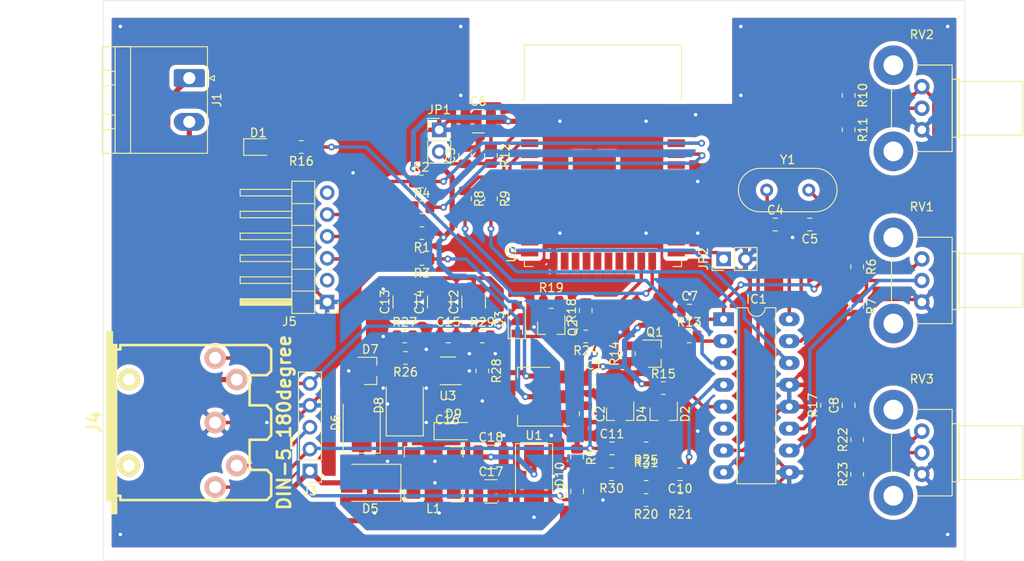
<source format=kicad_pcb>
(kicad_pcb (version 20171130) (host pcbnew 5.1.9+dfsg1-1+deb11u1)

  (general
    (thickness 1.6)
    (drawings 8)
    (tracks 551)
    (zones 0)
    (modules 76)
    (nets 78)
  )

  (page A4)
  (layers
    (0 F.Cu signal)
    (31 B.Cu signal)
    (32 B.Adhes user)
    (33 F.Adhes user)
    (34 B.Paste user)
    (35 F.Paste user)
    (36 B.SilkS user)
    (37 F.SilkS user)
    (38 B.Mask user)
    (39 F.Mask user)
    (40 Dwgs.User user)
    (41 Cmts.User user)
    (42 Eco1.User user)
    (43 Eco2.User user)
    (44 Edge.Cuts user)
    (45 Margin user)
    (46 B.CrtYd user)
    (47 F.CrtYd user)
    (48 B.Fab user)
    (49 F.Fab user)
  )

  (setup
    (last_trace_width 0.4)
    (user_trace_width 0.6)
    (trace_clearance 0.3)
    (zone_clearance 0.508)
    (zone_45_only no)
    (trace_min 0.2)
    (via_size 0.8)
    (via_drill 0.4)
    (via_min_size 0.4)
    (via_min_drill 0.3)
    (uvia_size 0.3)
    (uvia_drill 0.1)
    (uvias_allowed no)
    (uvia_min_size 0.2)
    (uvia_min_drill 0.1)
    (edge_width 0.05)
    (segment_width 0.2)
    (pcb_text_width 0.3)
    (pcb_text_size 1.5 1.5)
    (mod_edge_width 0.12)
    (mod_text_size 1 1)
    (mod_text_width 0.15)
    (pad_size 1.524 1.524)
    (pad_drill 0.762)
    (pad_to_mask_clearance 0)
    (aux_axis_origin 0 0)
    (visible_elements FFF9FF7F)
    (pcbplotparams
      (layerselection 0x010fc_ffffffff)
      (usegerberextensions false)
      (usegerberattributes true)
      (usegerberadvancedattributes true)
      (creategerberjobfile true)
      (excludeedgelayer true)
      (linewidth 0.100000)
      (plotframeref false)
      (viasonmask false)
      (mode 1)
      (useauxorigin false)
      (hpglpennumber 1)
      (hpglpenspeed 20)
      (hpglpendiameter 15.000000)
      (psnegative false)
      (psa4output false)
      (plotreference true)
      (plotvalue true)
      (plotinvisibletext false)
      (padsonsilk false)
      (subtractmaskfromsilk false)
      (outputformat 1)
      (mirror false)
      (drillshape 0)
      (scaleselection 1)
      (outputdirectory "gerber/"))
  )

  (net 0 "")
  (net 1 GND)
  (net 2 +5V)
  (net 3 +3V3)
  (net 4 "Net-(C3-Pad1)")
  (net 5 "Net-(C4-Pad1)")
  (net 6 "Net-(C5-Pad1)")
  (net 7 "Net-(C8-Pad2)")
  (net 8 "Net-(C8-Pad1)")
  (net 9 "Net-(C9-Pad2)")
  (net 10 SP)
  (net 11 "Net-(C10-Pad2)")
  (net 12 RXA)
  (net 13 "Net-(C11-Pad2)")
  (net 14 MIC)
  (net 15 GNDPWR)
  (net 16 "Net-(C12-Pad1)")
  (net 17 "Net-(C16-Pad2)")
  (net 18 "Net-(C16-Pad1)")
  (net 19 "Net-(D1-Pad2)")
  (net 20 "Net-(D2-Pad3)")
  (net 21 PTT)
  (net 22 "Net-(D3-Pad1)")
  (net 23 +BATT)
  (net 24 "Net-(D7-Pad2)")
  (net 25 RXD)
  (net 26 "Net-(IC1-Pad7)")
  (net 27 TXD)
  (net 28 "Net-(IC1-Pad6)")
  (net 29 "Net-(IC1-Pad5)")
  (net 30 TXA)
  (net 31 CDT)
  (net 32 "Net-(IC1-Pad10)")
  (net 33 "Net-(IC1-Pad2)")
  (net 34 "Net-(JP2-Pad1)")
  (net 35 "Net-(Q1-Pad1)")
  (net 36 "Net-(Q2-Pad1)")
  (net 37 TXD0)
  (net 38 RXD0)
  (net 39 "Net-(R8-Pad1)")
  (net 40 "Net-(R9-Pad1)")
  (net 41 LED)
  (net 42 PTT0)
  (net 43 "Net-(R22-Pad1)")
  (net 44 "Net-(R26-Pad1)")
  (net 45 "Net-(R28-Pad1)")
  (net 46 "Net-(U2-Pad37)")
  (net 47 "Net-(U2-Pad36)")
  (net 48 "Net-(U2-Pad33)")
  (net 49 "Net-(U2-Pad32)")
  (net 50 "Net-(U2-Pad31)")
  (net 51 "Net-(U2-Pad30)")
  (net 52 "Net-(U2-Pad29)")
  (net 53 "Net-(U2-Pad28)")
  (net 54 "Net-(U2-Pad27)")
  (net 55 "Net-(U2-Pad26)")
  (net 56 "Net-(U2-Pad22)")
  (net 57 "Net-(U2-Pad21)")
  (net 58 "Net-(U2-Pad20)")
  (net 59 "Net-(U2-Pad19)")
  (net 60 "Net-(U2-Pad18)")
  (net 61 "Net-(U2-Pad17)")
  (net 62 "Net-(U2-Pad16)")
  (net 63 "Net-(U2-Pad13)")
  (net 64 "Net-(U2-Pad12)")
  (net 65 "Net-(U2-Pad11)")
  (net 66 "Net-(U2-Pad10)")
  (net 67 "Net-(U2-Pad9)")
  (net 68 "Net-(U2-Pad8)")
  (net 69 "Net-(U2-Pad7)")
  (net 70 "Net-(U2-Pad6)")
  (net 71 "Net-(D4-Pad3)")
  (net 72 "Net-(R20-Pad2)")
  (net 73 "Net-(J5-Pad5)")
  (net 74 "Net-(J5-Pad4)")
  (net 75 "Net-(J5-Pad3)")
  (net 76 "Net-(J5-Pad2)")
  (net 77 "Net-(J5-Pad6)")

  (net_class Default "This is the default net class."
    (clearance 0.3)
    (trace_width 0.4)
    (via_dia 0.8)
    (via_drill 0.4)
    (uvia_dia 0.3)
    (uvia_drill 0.1)
    (add_net +3V3)
    (add_net +5V)
    (add_net +BATT)
    (add_net CDT)
    (add_net GND)
    (add_net GNDPWR)
    (add_net LED)
    (add_net MIC)
    (add_net "Net-(C10-Pad2)")
    (add_net "Net-(C11-Pad2)")
    (add_net "Net-(C12-Pad1)")
    (add_net "Net-(C16-Pad1)")
    (add_net "Net-(C16-Pad2)")
    (add_net "Net-(C3-Pad1)")
    (add_net "Net-(C4-Pad1)")
    (add_net "Net-(C5-Pad1)")
    (add_net "Net-(C8-Pad1)")
    (add_net "Net-(C8-Pad2)")
    (add_net "Net-(C9-Pad2)")
    (add_net "Net-(D1-Pad2)")
    (add_net "Net-(D2-Pad3)")
    (add_net "Net-(D3-Pad1)")
    (add_net "Net-(D4-Pad3)")
    (add_net "Net-(D7-Pad2)")
    (add_net "Net-(IC1-Pad10)")
    (add_net "Net-(IC1-Pad2)")
    (add_net "Net-(IC1-Pad5)")
    (add_net "Net-(IC1-Pad6)")
    (add_net "Net-(IC1-Pad7)")
    (add_net "Net-(J5-Pad2)")
    (add_net "Net-(J5-Pad3)")
    (add_net "Net-(J5-Pad4)")
    (add_net "Net-(J5-Pad5)")
    (add_net "Net-(J5-Pad6)")
    (add_net "Net-(JP2-Pad1)")
    (add_net "Net-(Q1-Pad1)")
    (add_net "Net-(Q2-Pad1)")
    (add_net "Net-(R20-Pad2)")
    (add_net "Net-(R22-Pad1)")
    (add_net "Net-(R26-Pad1)")
    (add_net "Net-(R28-Pad1)")
    (add_net "Net-(R8-Pad1)")
    (add_net "Net-(R9-Pad1)")
    (add_net "Net-(U2-Pad10)")
    (add_net "Net-(U2-Pad11)")
    (add_net "Net-(U2-Pad12)")
    (add_net "Net-(U2-Pad13)")
    (add_net "Net-(U2-Pad16)")
    (add_net "Net-(U2-Pad17)")
    (add_net "Net-(U2-Pad18)")
    (add_net "Net-(U2-Pad19)")
    (add_net "Net-(U2-Pad20)")
    (add_net "Net-(U2-Pad21)")
    (add_net "Net-(U2-Pad22)")
    (add_net "Net-(U2-Pad26)")
    (add_net "Net-(U2-Pad27)")
    (add_net "Net-(U2-Pad28)")
    (add_net "Net-(U2-Pad29)")
    (add_net "Net-(U2-Pad30)")
    (add_net "Net-(U2-Pad31)")
    (add_net "Net-(U2-Pad32)")
    (add_net "Net-(U2-Pad33)")
    (add_net "Net-(U2-Pad36)")
    (add_net "Net-(U2-Pad37)")
    (add_net "Net-(U2-Pad6)")
    (add_net "Net-(U2-Pad7)")
    (add_net "Net-(U2-Pad8)")
    (add_net "Net-(U2-Pad9)")
    (add_net PTT)
    (add_net PTT0)
    (add_net RXA)
    (add_net RXD)
    (add_net RXD0)
    (add_net SP)
    (add_net TXA)
    (add_net TXD)
    (add_net TXD0)
  )

  (net_class PWR ""
    (clearance 0.3)
    (trace_width 0.6)
    (via_dia 0.8)
    (via_drill 0.4)
    (uvia_dia 0.3)
    (uvia_drill 0.1)
  )

  (module Potentiometer_THT:Potentiometer_Alps_RK09K_Single_Horizontal (layer F.Cu) (tedit 5A3D4993) (tstamp 6467E7ED)
    (at 195 90)
    (descr "Potentiometer, horizontal, Alps RK09K Single, http://www.alps.com/prod/info/E/HTML/Potentiometer/RotaryPotentiometers/RK09K/RK09K_list.html")
    (tags "Potentiometer horizontal Alps RK09K Single")
    (path /64730CD7)
    (fp_text reference RV1 (at 0 -11.05) (layer F.SilkS)
      (effects (font (size 1 1) (thickness 0.15)))
    )
    (fp_text value 100K (at 0 6.05) (layer F.Fab)
      (effects (font (size 1 1) (thickness 0.15)))
    )
    (fp_line (start 11.85 -10.05) (end -5.85 -10.05) (layer F.CrtYd) (width 0.05))
    (fp_line (start 11.85 5.1) (end 11.85 -10.05) (layer F.CrtYd) (width 0.05))
    (fp_line (start -5.85 5.1) (end 11.85 5.1) (layer F.CrtYd) (width 0.05))
    (fp_line (start -5.85 -10.05) (end -5.85 5.1) (layer F.CrtYd) (width 0.05))
    (fp_line (start 11.72 -5.62) (end 11.72 0.62) (layer F.SilkS) (width 0.12))
    (fp_line (start 4.32 -5.62) (end 4.32 0.62) (layer F.SilkS) (width 0.12))
    (fp_line (start 4.32 0.62) (end 11.72 0.62) (layer F.SilkS) (width 0.12))
    (fp_line (start 4.32 -5.62) (end 11.72 -5.62) (layer F.SilkS) (width 0.12))
    (fp_line (start 4.32 -5.87) (end 4.32 0.87) (layer F.SilkS) (width 0.12))
    (fp_line (start 3.52 -5.87) (end 3.52 0.87) (layer F.SilkS) (width 0.12))
    (fp_line (start 3.52 0.87) (end 4.32 0.87) (layer F.SilkS) (width 0.12))
    (fp_line (start 3.52 -5.87) (end 4.32 -5.87) (layer F.SilkS) (width 0.12))
    (fp_line (start 3.52 -7.521) (end 3.52 2.52) (layer F.SilkS) (width 0.12))
    (fp_line (start -3.52 -4.944) (end -3.52 -0.055) (layer F.SilkS) (width 0.12))
    (fp_line (start -0.745 2.52) (end 3.52 2.52) (layer F.SilkS) (width 0.12))
    (fp_line (start -0.745 -7.521) (end 3.52 -7.521) (layer F.SilkS) (width 0.12))
    (fp_line (start 11.6 -5.5) (end 4.2 -5.5) (layer F.Fab) (width 0.1))
    (fp_line (start 11.6 0.5) (end 11.6 -5.5) (layer F.Fab) (width 0.1))
    (fp_line (start 4.2 0.5) (end 11.6 0.5) (layer F.Fab) (width 0.1))
    (fp_line (start 4.2 -5.5) (end 4.2 0.5) (layer F.Fab) (width 0.1))
    (fp_line (start 4.2 -5.75) (end 3.4 -5.75) (layer F.Fab) (width 0.1))
    (fp_line (start 4.2 0.75) (end 4.2 -5.75) (layer F.Fab) (width 0.1))
    (fp_line (start 3.4 0.75) (end 4.2 0.75) (layer F.Fab) (width 0.1))
    (fp_line (start 3.4 -5.75) (end 3.4 0.75) (layer F.Fab) (width 0.1))
    (fp_line (start 3.4 -7.4) (end -3.4 -7.4) (layer F.Fab) (width 0.1))
    (fp_line (start 3.4 2.4) (end 3.4 -7.4) (layer F.Fab) (width 0.1))
    (fp_line (start -3.4 2.4) (end 3.4 2.4) (layer F.Fab) (width 0.1))
    (fp_line (start -3.4 -7.4) (end -3.4 2.4) (layer F.Fab) (width 0.1))
    (fp_text user %R (at 0 -2.5) (layer F.Fab)
      (effects (font (size 1 1) (thickness 0.15)))
    )
    (pad "" thru_hole circle (at -3.3 2.5) (size 4.6 4.6) (drill 2.3) (layers *.Cu *.Mask))
    (pad "" thru_hole circle (at -3.3 -7.5) (size 4.6 4.6) (drill 2.3) (layers *.Cu *.Mask))
    (pad 1 thru_hole circle (at 0 0) (size 1.8 1.8) (drill 1) (layers *.Cu *.Mask)
      (net 1 GND))
    (pad 2 thru_hole circle (at 0 -2.5) (size 1.8 1.8) (drill 1) (layers *.Cu *.Mask)
      (net 32 "Net-(IC1-Pad10)"))
    (pad 3 thru_hole circle (at 0 -5) (size 1.8 1.8) (drill 1) (layers *.Cu *.Mask)
      (net 2 +5V))
    (model ${KISYS3DMOD}/Potentiometer_THT.3dshapes/Potentiometer_Alps_RK09K_Single_Horizontal.wrl
      (at (xyz 0 0 0))
      (scale (xyz 1 1 1))
      (rotate (xyz 0 0 0))
    )
  )

  (module Potentiometer_THT:Potentiometer_Alps_RK09K_Single_Horizontal (layer F.Cu) (tedit 5A3D4993) (tstamp 6467E02E)
    (at 195 110)
    (descr "Potentiometer, horizontal, Alps RK09K Single, http://www.alps.com/prod/info/E/HTML/Potentiometer/RotaryPotentiometers/RK09K/RK09K_list.html")
    (tags "Potentiometer horizontal Alps RK09K Single")
    (path /6468329B)
    (fp_text reference RV3 (at 0 -11.05) (layer F.SilkS)
      (effects (font (size 1 1) (thickness 0.15)))
    )
    (fp_text value 50k (at 0 6.05) (layer F.Fab)
      (effects (font (size 1 1) (thickness 0.15)))
    )
    (fp_line (start 11.85 -10.05) (end -5.85 -10.05) (layer F.CrtYd) (width 0.05))
    (fp_line (start 11.85 5.1) (end 11.85 -10.05) (layer F.CrtYd) (width 0.05))
    (fp_line (start -5.85 5.1) (end 11.85 5.1) (layer F.CrtYd) (width 0.05))
    (fp_line (start -5.85 -10.05) (end -5.85 5.1) (layer F.CrtYd) (width 0.05))
    (fp_line (start 11.72 -5.62) (end 11.72 0.62) (layer F.SilkS) (width 0.12))
    (fp_line (start 4.32 -5.62) (end 4.32 0.62) (layer F.SilkS) (width 0.12))
    (fp_line (start 4.32 0.62) (end 11.72 0.62) (layer F.SilkS) (width 0.12))
    (fp_line (start 4.32 -5.62) (end 11.72 -5.62) (layer F.SilkS) (width 0.12))
    (fp_line (start 4.32 -5.87) (end 4.32 0.87) (layer F.SilkS) (width 0.12))
    (fp_line (start 3.52 -5.87) (end 3.52 0.87) (layer F.SilkS) (width 0.12))
    (fp_line (start 3.52 0.87) (end 4.32 0.87) (layer F.SilkS) (width 0.12))
    (fp_line (start 3.52 -5.87) (end 4.32 -5.87) (layer F.SilkS) (width 0.12))
    (fp_line (start 3.52 -7.521) (end 3.52 2.52) (layer F.SilkS) (width 0.12))
    (fp_line (start -3.52 -4.944) (end -3.52 -0.055) (layer F.SilkS) (width 0.12))
    (fp_line (start -0.745 2.52) (end 3.52 2.52) (layer F.SilkS) (width 0.12))
    (fp_line (start -0.745 -7.521) (end 3.52 -7.521) (layer F.SilkS) (width 0.12))
    (fp_line (start 11.6 -5.5) (end 4.2 -5.5) (layer F.Fab) (width 0.1))
    (fp_line (start 11.6 0.5) (end 11.6 -5.5) (layer F.Fab) (width 0.1))
    (fp_line (start 4.2 0.5) (end 11.6 0.5) (layer F.Fab) (width 0.1))
    (fp_line (start 4.2 -5.5) (end 4.2 0.5) (layer F.Fab) (width 0.1))
    (fp_line (start 4.2 -5.75) (end 3.4 -5.75) (layer F.Fab) (width 0.1))
    (fp_line (start 4.2 0.75) (end 4.2 -5.75) (layer F.Fab) (width 0.1))
    (fp_line (start 3.4 0.75) (end 4.2 0.75) (layer F.Fab) (width 0.1))
    (fp_line (start 3.4 -5.75) (end 3.4 0.75) (layer F.Fab) (width 0.1))
    (fp_line (start 3.4 -7.4) (end -3.4 -7.4) (layer F.Fab) (width 0.1))
    (fp_line (start 3.4 2.4) (end 3.4 -7.4) (layer F.Fab) (width 0.1))
    (fp_line (start -3.4 2.4) (end 3.4 2.4) (layer F.Fab) (width 0.1))
    (fp_line (start -3.4 -7.4) (end -3.4 2.4) (layer F.Fab) (width 0.1))
    (fp_text user %R (at 0 -2.5) (layer F.Fab)
      (effects (font (size 1 1) (thickness 0.15)))
    )
    (pad "" thru_hole circle (at -3.3 2.5) (size 4.6 4.6) (drill 2.3) (layers *.Cu *.Mask))
    (pad "" thru_hole circle (at -3.3 -7.5) (size 4.6 4.6) (drill 2.3) (layers *.Cu *.Mask))
    (pad 1 thru_hole circle (at 0 0) (size 1.8 1.8) (drill 1) (layers *.Cu *.Mask)
      (net 1 GND))
    (pad 2 thru_hole circle (at 0 -2.5) (size 1.8 1.8) (drill 1) (layers *.Cu *.Mask)
      (net 43 "Net-(R22-Pad1)"))
    (pad 3 thru_hole circle (at 0 -5) (size 1.8 1.8) (drill 1) (layers *.Cu *.Mask)
      (net 8 "Net-(C8-Pad1)"))
    (model ${KISYS3DMOD}/Potentiometer_THT.3dshapes/Potentiometer_Alps_RK09K_Single_Horizontal.wrl
      (at (xyz 0 0 0))
      (scale (xyz 1 1 1))
      (rotate (xyz 0 0 0))
    )
  )

  (module Connector_PinHeader_2.54mm:PinHeader_1x05_P2.54mm_Vertical (layer F.Cu) (tedit 59FED5CC) (tstamp 64692179)
    (at 124 109.62 180)
    (descr "Through hole straight pin header, 1x05, 2.54mm pitch, single row")
    (tags "Through hole pin header THT 1x05 2.54mm single row")
    (path /6481EF8F)
    (fp_text reference J3 (at 0 -2.33) (layer F.SilkS)
      (effects (font (size 1 1) (thickness 0.15)))
    )
    (fp_text value Conn_01x05 (at 0 12.49) (layer F.Fab)
      (effects (font (size 1 1) (thickness 0.15)))
    )
    (fp_line (start -0.635 -1.27) (end 1.27 -1.27) (layer F.Fab) (width 0.1))
    (fp_line (start 1.27 -1.27) (end 1.27 11.43) (layer F.Fab) (width 0.1))
    (fp_line (start 1.27 11.43) (end -1.27 11.43) (layer F.Fab) (width 0.1))
    (fp_line (start -1.27 11.43) (end -1.27 -0.635) (layer F.Fab) (width 0.1))
    (fp_line (start -1.27 -0.635) (end -0.635 -1.27) (layer F.Fab) (width 0.1))
    (fp_line (start -1.33 11.49) (end 1.33 11.49) (layer F.SilkS) (width 0.12))
    (fp_line (start -1.33 1.27) (end -1.33 11.49) (layer F.SilkS) (width 0.12))
    (fp_line (start 1.33 1.27) (end 1.33 11.49) (layer F.SilkS) (width 0.12))
    (fp_line (start -1.33 1.27) (end 1.33 1.27) (layer F.SilkS) (width 0.12))
    (fp_line (start -1.33 0) (end -1.33 -1.33) (layer F.SilkS) (width 0.12))
    (fp_line (start -1.33 -1.33) (end 0 -1.33) (layer F.SilkS) (width 0.12))
    (fp_line (start -1.8 -1.8) (end -1.8 11.95) (layer F.CrtYd) (width 0.05))
    (fp_line (start -1.8 11.95) (end 1.8 11.95) (layer F.CrtYd) (width 0.05))
    (fp_line (start 1.8 11.95) (end 1.8 -1.8) (layer F.CrtYd) (width 0.05))
    (fp_line (start 1.8 -1.8) (end -1.8 -1.8) (layer F.CrtYd) (width 0.05))
    (fp_text user %R (at 0 5.08 90) (layer F.Fab)
      (effects (font (size 1 1) (thickness 0.15)))
    )
    (pad 5 thru_hole oval (at 0 10.16 180) (size 1.7 1.7) (drill 1) (layers *.Cu *.Mask)
      (net 21 PTT))
    (pad 4 thru_hole oval (at 0 7.62 180) (size 1.7 1.7) (drill 1) (layers *.Cu *.Mask)
      (net 1 GND))
    (pad 3 thru_hole oval (at 0 5.08 180) (size 1.7 1.7) (drill 1) (layers *.Cu *.Mask)
      (net 10 SP))
    (pad 2 thru_hole oval (at 0 2.54 180) (size 1.7 1.7) (drill 1) (layers *.Cu *.Mask)
      (net 14 MIC))
    (pad 1 thru_hole rect (at 0 0 180) (size 1.7 1.7) (drill 1) (layers *.Cu *.Mask)
      (net 23 +BATT))
    (model ${KISYS3DMOD}/Connector_PinHeader_2.54mm.3dshapes/PinHeader_1x05_P2.54mm_Vertical.wrl
      (at (xyz 0 0 0))
      (scale (xyz 1 1 1))
      (rotate (xyz 0 0 0))
    )
  )

  (module LED_SMD:LED_0805_2012Metric (layer F.Cu) (tedit 5F68FEF1) (tstamp 646BCD18)
    (at 118 72)
    (descr "LED SMD 0805 (2012 Metric), square (rectangular) end terminal, IPC_7351 nominal, (Body size source: https://docs.google.com/spreadsheets/d/1BsfQQcO9C6DZCsRaXUlFlo91Tg2WpOkGARC1WS5S8t0/edit?usp=sharing), generated with kicad-footprint-generator")
    (tags LED)
    (path /6434CE15)
    (attr smd)
    (fp_text reference D1 (at 0 -1.65) (layer F.SilkS)
      (effects (font (size 1 1) (thickness 0.15)))
    )
    (fp_text value LED (at 0 1.65) (layer F.Fab)
      (effects (font (size 1 1) (thickness 0.15)))
    )
    (fp_line (start 1 -0.6) (end -0.7 -0.6) (layer F.Fab) (width 0.1))
    (fp_line (start -0.7 -0.6) (end -1 -0.3) (layer F.Fab) (width 0.1))
    (fp_line (start -1 -0.3) (end -1 0.6) (layer F.Fab) (width 0.1))
    (fp_line (start -1 0.6) (end 1 0.6) (layer F.Fab) (width 0.1))
    (fp_line (start 1 0.6) (end 1 -0.6) (layer F.Fab) (width 0.1))
    (fp_line (start 1 -0.96) (end -1.685 -0.96) (layer F.SilkS) (width 0.12))
    (fp_line (start -1.685 -0.96) (end -1.685 0.96) (layer F.SilkS) (width 0.12))
    (fp_line (start -1.685 0.96) (end 1 0.96) (layer F.SilkS) (width 0.12))
    (fp_line (start -1.68 0.95) (end -1.68 -0.95) (layer F.CrtYd) (width 0.05))
    (fp_line (start -1.68 -0.95) (end 1.68 -0.95) (layer F.CrtYd) (width 0.05))
    (fp_line (start 1.68 -0.95) (end 1.68 0.95) (layer F.CrtYd) (width 0.05))
    (fp_line (start 1.68 0.95) (end -1.68 0.95) (layer F.CrtYd) (width 0.05))
    (fp_text user %R (at 0 0) (layer F.Fab)
      (effects (font (size 0.5 0.5) (thickness 0.08)))
    )
    (pad 2 smd roundrect (at 0.9375 0) (size 0.975 1.4) (layers F.Cu F.Paste F.Mask) (roundrect_rratio 0.25)
      (net 19 "Net-(D1-Pad2)"))
    (pad 1 smd roundrect (at -0.9375 0) (size 0.975 1.4) (layers F.Cu F.Paste F.Mask) (roundrect_rratio 0.25)
      (net 1 GND))
    (model ${KISYS3DMOD}/LED_SMD.3dshapes/LED_0805_2012Metric.wrl
      (at (xyz 0 0 0))
      (scale (xyz 1 1 1))
      (rotate (xyz 0 0 0))
    )
  )

  (module Connector_PinHeader_2.54mm:PinHeader_1x06_P2.54mm_Horizontal (layer F.Cu) (tedit 59FED5CB) (tstamp 64693E66)
    (at 126 90 180)
    (descr "Through hole angled pin header, 1x06, 2.54mm pitch, 6mm pin length, single row")
    (tags "Through hole angled pin header THT 1x06 2.54mm single row")
    (path /647330EC)
    (fp_text reference J5 (at 4.385 -2.27) (layer F.SilkS)
      (effects (font (size 1 1) (thickness 0.15)))
    )
    (fp_text value Conn_01x06 (at 4.385 14.97) (layer F.Fab)
      (effects (font (size 1 1) (thickness 0.15)))
    )
    (fp_line (start 2.135 -1.27) (end 4.04 -1.27) (layer F.Fab) (width 0.1))
    (fp_line (start 4.04 -1.27) (end 4.04 13.97) (layer F.Fab) (width 0.1))
    (fp_line (start 4.04 13.97) (end 1.5 13.97) (layer F.Fab) (width 0.1))
    (fp_line (start 1.5 13.97) (end 1.5 -0.635) (layer F.Fab) (width 0.1))
    (fp_line (start 1.5 -0.635) (end 2.135 -1.27) (layer F.Fab) (width 0.1))
    (fp_line (start -0.32 -0.32) (end 1.5 -0.32) (layer F.Fab) (width 0.1))
    (fp_line (start -0.32 -0.32) (end -0.32 0.32) (layer F.Fab) (width 0.1))
    (fp_line (start -0.32 0.32) (end 1.5 0.32) (layer F.Fab) (width 0.1))
    (fp_line (start 4.04 -0.32) (end 10.04 -0.32) (layer F.Fab) (width 0.1))
    (fp_line (start 10.04 -0.32) (end 10.04 0.32) (layer F.Fab) (width 0.1))
    (fp_line (start 4.04 0.32) (end 10.04 0.32) (layer F.Fab) (width 0.1))
    (fp_line (start -0.32 2.22) (end 1.5 2.22) (layer F.Fab) (width 0.1))
    (fp_line (start -0.32 2.22) (end -0.32 2.86) (layer F.Fab) (width 0.1))
    (fp_line (start -0.32 2.86) (end 1.5 2.86) (layer F.Fab) (width 0.1))
    (fp_line (start 4.04 2.22) (end 10.04 2.22) (layer F.Fab) (width 0.1))
    (fp_line (start 10.04 2.22) (end 10.04 2.86) (layer F.Fab) (width 0.1))
    (fp_line (start 4.04 2.86) (end 10.04 2.86) (layer F.Fab) (width 0.1))
    (fp_line (start -0.32 4.76) (end 1.5 4.76) (layer F.Fab) (width 0.1))
    (fp_line (start -0.32 4.76) (end -0.32 5.4) (layer F.Fab) (width 0.1))
    (fp_line (start -0.32 5.4) (end 1.5 5.4) (layer F.Fab) (width 0.1))
    (fp_line (start 4.04 4.76) (end 10.04 4.76) (layer F.Fab) (width 0.1))
    (fp_line (start 10.04 4.76) (end 10.04 5.4) (layer F.Fab) (width 0.1))
    (fp_line (start 4.04 5.4) (end 10.04 5.4) (layer F.Fab) (width 0.1))
    (fp_line (start -0.32 7.3) (end 1.5 7.3) (layer F.Fab) (width 0.1))
    (fp_line (start -0.32 7.3) (end -0.32 7.94) (layer F.Fab) (width 0.1))
    (fp_line (start -0.32 7.94) (end 1.5 7.94) (layer F.Fab) (width 0.1))
    (fp_line (start 4.04 7.3) (end 10.04 7.3) (layer F.Fab) (width 0.1))
    (fp_line (start 10.04 7.3) (end 10.04 7.94) (layer F.Fab) (width 0.1))
    (fp_line (start 4.04 7.94) (end 10.04 7.94) (layer F.Fab) (width 0.1))
    (fp_line (start -0.32 9.84) (end 1.5 9.84) (layer F.Fab) (width 0.1))
    (fp_line (start -0.32 9.84) (end -0.32 10.48) (layer F.Fab) (width 0.1))
    (fp_line (start -0.32 10.48) (end 1.5 10.48) (layer F.Fab) (width 0.1))
    (fp_line (start 4.04 9.84) (end 10.04 9.84) (layer F.Fab) (width 0.1))
    (fp_line (start 10.04 9.84) (end 10.04 10.48) (layer F.Fab) (width 0.1))
    (fp_line (start 4.04 10.48) (end 10.04 10.48) (layer F.Fab) (width 0.1))
    (fp_line (start -0.32 12.38) (end 1.5 12.38) (layer F.Fab) (width 0.1))
    (fp_line (start -0.32 12.38) (end -0.32 13.02) (layer F.Fab) (width 0.1))
    (fp_line (start -0.32 13.02) (end 1.5 13.02) (layer F.Fab) (width 0.1))
    (fp_line (start 4.04 12.38) (end 10.04 12.38) (layer F.Fab) (width 0.1))
    (fp_line (start 10.04 12.38) (end 10.04 13.02) (layer F.Fab) (width 0.1))
    (fp_line (start 4.04 13.02) (end 10.04 13.02) (layer F.Fab) (width 0.1))
    (fp_line (start 1.44 -1.33) (end 1.44 14.03) (layer F.SilkS) (width 0.12))
    (fp_line (start 1.44 14.03) (end 4.1 14.03) (layer F.SilkS) (width 0.12))
    (fp_line (start 4.1 14.03) (end 4.1 -1.33) (layer F.SilkS) (width 0.12))
    (fp_line (start 4.1 -1.33) (end 1.44 -1.33) (layer F.SilkS) (width 0.12))
    (fp_line (start 4.1 -0.38) (end 10.1 -0.38) (layer F.SilkS) (width 0.12))
    (fp_line (start 10.1 -0.38) (end 10.1 0.38) (layer F.SilkS) (width 0.12))
    (fp_line (start 10.1 0.38) (end 4.1 0.38) (layer F.SilkS) (width 0.12))
    (fp_line (start 4.1 -0.32) (end 10.1 -0.32) (layer F.SilkS) (width 0.12))
    (fp_line (start 4.1 -0.2) (end 10.1 -0.2) (layer F.SilkS) (width 0.12))
    (fp_line (start 4.1 -0.08) (end 10.1 -0.08) (layer F.SilkS) (width 0.12))
    (fp_line (start 4.1 0.04) (end 10.1 0.04) (layer F.SilkS) (width 0.12))
    (fp_line (start 4.1 0.16) (end 10.1 0.16) (layer F.SilkS) (width 0.12))
    (fp_line (start 4.1 0.28) (end 10.1 0.28) (layer F.SilkS) (width 0.12))
    (fp_line (start 1.11 -0.38) (end 1.44 -0.38) (layer F.SilkS) (width 0.12))
    (fp_line (start 1.11 0.38) (end 1.44 0.38) (layer F.SilkS) (width 0.12))
    (fp_line (start 1.44 1.27) (end 4.1 1.27) (layer F.SilkS) (width 0.12))
    (fp_line (start 4.1 2.16) (end 10.1 2.16) (layer F.SilkS) (width 0.12))
    (fp_line (start 10.1 2.16) (end 10.1 2.92) (layer F.SilkS) (width 0.12))
    (fp_line (start 10.1 2.92) (end 4.1 2.92) (layer F.SilkS) (width 0.12))
    (fp_line (start 1.042929 2.16) (end 1.44 2.16) (layer F.SilkS) (width 0.12))
    (fp_line (start 1.042929 2.92) (end 1.44 2.92) (layer F.SilkS) (width 0.12))
    (fp_line (start 1.44 3.81) (end 4.1 3.81) (layer F.SilkS) (width 0.12))
    (fp_line (start 4.1 4.7) (end 10.1 4.7) (layer F.SilkS) (width 0.12))
    (fp_line (start 10.1 4.7) (end 10.1 5.46) (layer F.SilkS) (width 0.12))
    (fp_line (start 10.1 5.46) (end 4.1 5.46) (layer F.SilkS) (width 0.12))
    (fp_line (start 1.042929 4.7) (end 1.44 4.7) (layer F.SilkS) (width 0.12))
    (fp_line (start 1.042929 5.46) (end 1.44 5.46) (layer F.SilkS) (width 0.12))
    (fp_line (start 1.44 6.35) (end 4.1 6.35) (layer F.SilkS) (width 0.12))
    (fp_line (start 4.1 7.24) (end 10.1 7.24) (layer F.SilkS) (width 0.12))
    (fp_line (start 10.1 7.24) (end 10.1 8) (layer F.SilkS) (width 0.12))
    (fp_line (start 10.1 8) (end 4.1 8) (layer F.SilkS) (width 0.12))
    (fp_line (start 1.042929 7.24) (end 1.44 7.24) (layer F.SilkS) (width 0.12))
    (fp_line (start 1.042929 8) (end 1.44 8) (layer F.SilkS) (width 0.12))
    (fp_line (start 1.44 8.89) (end 4.1 8.89) (layer F.SilkS) (width 0.12))
    (fp_line (start 4.1 9.78) (end 10.1 9.78) (layer F.SilkS) (width 0.12))
    (fp_line (start 10.1 9.78) (end 10.1 10.54) (layer F.SilkS) (width 0.12))
    (fp_line (start 10.1 10.54) (end 4.1 10.54) (layer F.SilkS) (width 0.12))
    (fp_line (start 1.042929 9.78) (end 1.44 9.78) (layer F.SilkS) (width 0.12))
    (fp_line (start 1.042929 10.54) (end 1.44 10.54) (layer F.SilkS) (width 0.12))
    (fp_line (start 1.44 11.43) (end 4.1 11.43) (layer F.SilkS) (width 0.12))
    (fp_line (start 4.1 12.32) (end 10.1 12.32) (layer F.SilkS) (width 0.12))
    (fp_line (start 10.1 12.32) (end 10.1 13.08) (layer F.SilkS) (width 0.12))
    (fp_line (start 10.1 13.08) (end 4.1 13.08) (layer F.SilkS) (width 0.12))
    (fp_line (start 1.042929 12.32) (end 1.44 12.32) (layer F.SilkS) (width 0.12))
    (fp_line (start 1.042929 13.08) (end 1.44 13.08) (layer F.SilkS) (width 0.12))
    (fp_line (start -1.27 0) (end -1.27 -1.27) (layer F.SilkS) (width 0.12))
    (fp_line (start -1.27 -1.27) (end 0 -1.27) (layer F.SilkS) (width 0.12))
    (fp_line (start -1.8 -1.8) (end -1.8 14.5) (layer F.CrtYd) (width 0.05))
    (fp_line (start -1.8 14.5) (end 10.55 14.5) (layer F.CrtYd) (width 0.05))
    (fp_line (start 10.55 14.5) (end 10.55 -1.8) (layer F.CrtYd) (width 0.05))
    (fp_line (start 10.55 -1.8) (end -1.8 -1.8) (layer F.CrtYd) (width 0.05))
    (fp_text user %R (at 2.77 6.35 90) (layer F.Fab)
      (effects (font (size 1 1) (thickness 0.15)))
    )
    (pad 6 thru_hole oval (at 0 12.7 180) (size 1.7 1.7) (drill 1) (layers *.Cu *.Mask)
      (net 77 "Net-(J5-Pad6)"))
    (pad 5 thru_hole oval (at 0 10.16 180) (size 1.7 1.7) (drill 1) (layers *.Cu *.Mask)
      (net 73 "Net-(J5-Pad5)"))
    (pad 4 thru_hole oval (at 0 7.62 180) (size 1.7 1.7) (drill 1) (layers *.Cu *.Mask)
      (net 74 "Net-(J5-Pad4)"))
    (pad 3 thru_hole oval (at 0 5.08 180) (size 1.7 1.7) (drill 1) (layers *.Cu *.Mask)
      (net 75 "Net-(J5-Pad3)"))
    (pad 2 thru_hole oval (at 0 2.54 180) (size 1.7 1.7) (drill 1) (layers *.Cu *.Mask)
      (net 76 "Net-(J5-Pad2)"))
    (pad 1 thru_hole rect (at 0 0 180) (size 1.7 1.7) (drill 1) (layers *.Cu *.Mask)
      (net 1 GND))
    (model ${KISYS3DMOD}/Connector_PinHeader_2.54mm.3dshapes/PinHeader_1x06_P2.54mm_Horizontal.wrl
      (at (xyz 0 0 0))
      (scale (xyz 1 1 1))
      (rotate (xyz 0 0 0))
    )
  )

  (module Resistor_SMD:R_0805_2012Metric (layer F.Cu) (tedit 5F68FEEE) (tstamp 64692637)
    (at 163 107 180)
    (descr "Resistor SMD 0805 (2012 Metric), square (rectangular) end terminal, IPC_7351 nominal, (Body size source: IPC-SM-782 page 72, https://www.pcb-3d.com/wordpress/wp-content/uploads/ipc-sm-782a_amendment_1_and_2.pdf), generated with kicad-footprint-generator")
    (tags resistor)
    (path /648555B8)
    (attr smd)
    (fp_text reference R31 (at 0 -1.65) (layer F.SilkS)
      (effects (font (size 1 1) (thickness 0.15)))
    )
    (fp_text value 100 (at 0 1.65) (layer F.Fab)
      (effects (font (size 1 1) (thickness 0.15)))
    )
    (fp_line (start -1 0.625) (end -1 -0.625) (layer F.Fab) (width 0.1))
    (fp_line (start -1 -0.625) (end 1 -0.625) (layer F.Fab) (width 0.1))
    (fp_line (start 1 -0.625) (end 1 0.625) (layer F.Fab) (width 0.1))
    (fp_line (start 1 0.625) (end -1 0.625) (layer F.Fab) (width 0.1))
    (fp_line (start -0.227064 -0.735) (end 0.227064 -0.735) (layer F.SilkS) (width 0.12))
    (fp_line (start -0.227064 0.735) (end 0.227064 0.735) (layer F.SilkS) (width 0.12))
    (fp_line (start -1.68 0.95) (end -1.68 -0.95) (layer F.CrtYd) (width 0.05))
    (fp_line (start -1.68 -0.95) (end 1.68 -0.95) (layer F.CrtYd) (width 0.05))
    (fp_line (start 1.68 -0.95) (end 1.68 0.95) (layer F.CrtYd) (width 0.05))
    (fp_line (start 1.68 0.95) (end -1.68 0.95) (layer F.CrtYd) (width 0.05))
    (fp_text user %R (at 0 0) (layer F.Fab)
      (effects (font (size 0.5 0.5) (thickness 0.08)))
    )
    (pad 2 smd roundrect (at 0.9125 0 180) (size 1.025 1.4) (layers F.Cu F.Paste F.Mask) (roundrect_rratio 0.2439014634146341)
      (net 13 "Net-(C11-Pad2)"))
    (pad 1 smd roundrect (at -0.9125 0 180) (size 1.025 1.4) (layers F.Cu F.Paste F.Mask) (roundrect_rratio 0.2439014634146341)
      (net 71 "Net-(D4-Pad3)"))
    (model ${KISYS3DMOD}/Resistor_SMD.3dshapes/R_0805_2012Metric.wrl
      (at (xyz 0 0 0))
      (scale (xyz 1 1 1))
      (rotate (xyz 0 0 0))
    )
  )

  (module Resistor_SMD:R_0805_2012Metric (layer F.Cu) (tedit 5F68FEEE) (tstamp 64692626)
    (at 159 110 180)
    (descr "Resistor SMD 0805 (2012 Metric), square (rectangular) end terminal, IPC_7351 nominal, (Body size source: IPC-SM-782 page 72, https://www.pcb-3d.com/wordpress/wp-content/uploads/ipc-sm-782a_amendment_1_and_2.pdf), generated with kicad-footprint-generator")
    (tags resistor)
    (path /64866AEC)
    (attr smd)
    (fp_text reference R30 (at 0 -1.65) (layer F.SilkS)
      (effects (font (size 1 1) (thickness 0.15)))
    )
    (fp_text value 100 (at 0 1.65) (layer F.Fab)
      (effects (font (size 1 1) (thickness 0.15)))
    )
    (fp_line (start -1 0.625) (end -1 -0.625) (layer F.Fab) (width 0.1))
    (fp_line (start -1 -0.625) (end 1 -0.625) (layer F.Fab) (width 0.1))
    (fp_line (start 1 -0.625) (end 1 0.625) (layer F.Fab) (width 0.1))
    (fp_line (start 1 0.625) (end -1 0.625) (layer F.Fab) (width 0.1))
    (fp_line (start -0.227064 -0.735) (end 0.227064 -0.735) (layer F.SilkS) (width 0.12))
    (fp_line (start -0.227064 0.735) (end 0.227064 0.735) (layer F.SilkS) (width 0.12))
    (fp_line (start -1.68 0.95) (end -1.68 -0.95) (layer F.CrtYd) (width 0.05))
    (fp_line (start -1.68 -0.95) (end 1.68 -0.95) (layer F.CrtYd) (width 0.05))
    (fp_line (start 1.68 -0.95) (end 1.68 0.95) (layer F.CrtYd) (width 0.05))
    (fp_line (start 1.68 0.95) (end -1.68 0.95) (layer F.CrtYd) (width 0.05))
    (fp_text user %R (at 0 0) (layer F.Fab)
      (effects (font (size 0.5 0.5) (thickness 0.08)))
    )
    (pad 2 smd roundrect (at 0.9125 0 180) (size 1.025 1.4) (layers F.Cu F.Paste F.Mask) (roundrect_rratio 0.2439014634146341)
      (net 9 "Net-(C9-Pad2)"))
    (pad 1 smd roundrect (at -0.9125 0 180) (size 1.025 1.4) (layers F.Cu F.Paste F.Mask) (roundrect_rratio 0.2439014634146341)
      (net 72 "Net-(R20-Pad2)"))
    (model ${KISYS3DMOD}/Resistor_SMD.3dshapes/R_0805_2012Metric.wrl
      (at (xyz 0 0 0))
      (scale (xyz 1 1 1))
      (rotate (xyz 0 0 0))
    )
  )

  (module Eurocad:MIDI_DIN5 (layer F.Cu) (tedit 58B225B8) (tstamp 646921A5)
    (at 110 104 270)
    (descr "Din 5 (MIDI), Pro Signal P/N PSG03463")
    (path /646A435B)
    (fp_text reference J4 (at 0 11.00074 90) (layer F.SilkS)
      (effects (font (size 1.524 1.524) (thickness 0.3048)))
    )
    (fp_text value DIN-5_180degree (at 0 -11.00074 90) (layer F.SilkS)
      (effects (font (size 1.524 1.524) (thickness 0.3048)))
    )
    (fp_line (start -8.99922 8.7503) (end 10.50036 8.7503) (layer F.SilkS) (width 0.3048))
    (fp_line (start 8.99922 8.99922) (end -8.99922 8.99922) (layer F.SilkS) (width 0.3048))
    (fp_line (start -10.50036 9.25068) (end 8.99922 9.25068) (layer F.SilkS) (width 0.3048))
    (fp_line (start -8.99922 -8.99922) (end -8.99922 8.001) (layer F.SilkS) (width 0.3048))
    (fp_line (start -8.99922 -8.99922) (end -8.49884 -9.4996) (layer F.SilkS) (width 0.3048))
    (fp_line (start -8.49884 -9.4996) (end -5.99948 -9.4996) (layer F.SilkS) (width 0.3048))
    (fp_line (start -5.99948 -9.4996) (end -5.4991 -8.99922) (layer F.SilkS) (width 0.3048))
    (fp_line (start -5.4991 -8.99922) (end -5.4991 -7.00024) (layer F.SilkS) (width 0.3048))
    (fp_line (start -5.4991 -7.00024) (end -1.99898 -7.00024) (layer F.SilkS) (width 0.3048))
    (fp_line (start 8.99922 -8.99922) (end 8.99922 8.001) (layer F.SilkS) (width 0.3048))
    (fp_line (start 8.99922 -8.99922) (end 8.49884 -9.4996) (layer F.SilkS) (width 0.3048))
    (fp_line (start 8.49884 -9.4996) (end 6.49986 -9.4996) (layer F.SilkS) (width 0.3048))
    (fp_line (start 6.49986 -9.4996) (end 5.99948 -9.4996) (layer F.SilkS) (width 0.3048))
    (fp_line (start 5.99948 -9.4996) (end 5.4991 -8.99922) (layer F.SilkS) (width 0.3048))
    (fp_line (start 5.4991 -8.99922) (end 5.4991 -7.00024) (layer F.SilkS) (width 0.3048))
    (fp_line (start 5.4991 -7.00024) (end 1.99898 -7.00024) (layer F.SilkS) (width 0.3048))
    (fp_line (start -1.50114 -9.4996) (end -1.99898 -8.99922) (layer F.SilkS) (width 0.3048))
    (fp_line (start -1.99898 -8.99922) (end -1.99898 -7.00024) (layer F.SilkS) (width 0.3048))
    (fp_line (start -1.50114 -9.4996) (end 1.50114 -9.4996) (layer F.SilkS) (width 0.3048))
    (fp_line (start 1.50114 -9.4996) (end 1.99898 -8.99922) (layer F.SilkS) (width 0.3048))
    (fp_line (start 1.99898 -8.99922) (end 1.99898 -7.00024) (layer F.SilkS) (width 0.3048))
    (fp_line (start 10.50036 8.99922) (end 8.99922 8.99922) (layer F.SilkS) (width 0.3048))
    (fp_line (start 8.99922 8.99922) (end 8.99922 9.4996) (layer F.SilkS) (width 0.3048))
    (fp_line (start 8.99922 9.4996) (end -10.50036 9.4996) (layer F.SilkS) (width 0.3048))
    (fp_line (start -10.50036 8.99922) (end -8.99922 8.99922) (layer F.SilkS) (width 0.3048))
    (fp_line (start -8.99922 8.99922) (end -8.99922 8.49884) (layer F.SilkS) (width 0.3048))
    (fp_line (start -8.99922 8.49884) (end 10.50036 8.49884) (layer F.SilkS) (width 0.3048))
    (fp_line (start 8.99922 8.001) (end 8.49884 8.001) (layer F.SilkS) (width 0.3048))
    (fp_line (start -8.99922 8.001) (end -8.49884 8.001) (layer F.SilkS) (width 0.3048))
    (fp_line (start 8.49884 8.49884) (end 8.49884 8.001) (layer F.SilkS) (width 0.3048))
    (fp_line (start -8.49884 8.001) (end -8.49884 8.49884) (layer F.SilkS) (width 0.3048))
    (fp_line (start -10.50036 9.4996) (end -10.50036 8.99922) (layer F.SilkS) (width 0.3048))
    (fp_line (start 10.50036 8.49884) (end 10.50036 8.99922) (layer F.SilkS) (width 0.3048))
    (pad "" np_thru_hole circle (at -5.00126 6.9977 270) (size 2.49936 2.49936) (drill 1.397) (layers *.Cu *.Mask F.SilkS))
    (pad "" np_thru_hole circle (at 5.00126 6.9977 270) (size 2.49936 2.49936) (drill 1.397) (layers *.Cu *.Mask F.SilkS))
    (pad 5 thru_hole circle (at -4.99618 -5.4991 270) (size 2.49936 2.49936) (drill 1.397) (layers *.Cu *.SilkS *.Mask)
      (net 23 +BATT))
    (pad 1 thru_hole circle (at 7.49808 -2.9972 270) (size 2.49936 2.49936) (drill 1.397) (layers *.Cu *.SilkS *.Mask)
      (net 14 MIC))
    (pad 2 thru_hole circle (at 0 -2.99974 270) (size 2.49936 2.49936) (drill 1.397) (layers *.Cu *.SilkS *.Mask)
      (net 1 GND))
    (pad 4 thru_hole circle (at 4.99618 -5.4991 270) (size 2.49936 2.49936) (drill 1.397) (layers *.Cu *.SilkS *.Mask)
      (net 10 SP))
    (pad 3 thru_hole circle (at -7.49808 -2.9972 270) (size 2.49936 2.49936) (drill 1.397) (layers *.Cu *.SilkS *.Mask)
      (net 21 PTT))
    (model walter/conn_av/din-5.wrl
      (at (xyz 0 0 0))
      (scale (xyz 1 1 1))
      (rotate (xyz 0 0 0))
    )
  )

  (module Crystal:Crystal_HC49-4H_Vertical (layer F.Cu) (tedit 5A1AD3B7) (tstamp 646BAAE4)
    (at 177 77)
    (descr "Crystal THT HC-49-4H http://5hertz.com/pdfs/04404_D.pdf")
    (tags "THT crystalHC-49-4H")
    (path /6435530F)
    (fp_text reference Y1 (at 2.44 -3.525) (layer F.SilkS)
      (effects (font (size 1 1) (thickness 0.15)))
    )
    (fp_text value 4,4336Mhz (at 2.44 3.525) (layer F.Fab)
      (effects (font (size 1 1) (thickness 0.15)))
    )
    (fp_line (start 8.5 -2.8) (end -3.6 -2.8) (layer F.CrtYd) (width 0.05))
    (fp_line (start 8.5 2.8) (end 8.5 -2.8) (layer F.CrtYd) (width 0.05))
    (fp_line (start -3.6 2.8) (end 8.5 2.8) (layer F.CrtYd) (width 0.05))
    (fp_line (start -3.6 -2.8) (end -3.6 2.8) (layer F.CrtYd) (width 0.05))
    (fp_line (start -0.76 2.525) (end 5.64 2.525) (layer F.SilkS) (width 0.12))
    (fp_line (start -0.76 -2.525) (end 5.64 -2.525) (layer F.SilkS) (width 0.12))
    (fp_line (start -0.56 2) (end 5.44 2) (layer F.Fab) (width 0.1))
    (fp_line (start -0.56 -2) (end 5.44 -2) (layer F.Fab) (width 0.1))
    (fp_line (start -0.76 2.325) (end 5.64 2.325) (layer F.Fab) (width 0.1))
    (fp_line (start -0.76 -2.325) (end 5.64 -2.325) (layer F.Fab) (width 0.1))
    (fp_arc (start 5.64 0) (end 5.64 -2.525) (angle 180) (layer F.SilkS) (width 0.12))
    (fp_arc (start -0.76 0) (end -0.76 -2.525) (angle -180) (layer F.SilkS) (width 0.12))
    (fp_arc (start 5.44 0) (end 5.44 -2) (angle 180) (layer F.Fab) (width 0.1))
    (fp_arc (start -0.56 0) (end -0.56 -2) (angle -180) (layer F.Fab) (width 0.1))
    (fp_arc (start 5.64 0) (end 5.64 -2.325) (angle 180) (layer F.Fab) (width 0.1))
    (fp_arc (start -0.76 0) (end -0.76 -2.325) (angle -180) (layer F.Fab) (width 0.1))
    (fp_text user %R (at 2.44 0) (layer F.Fab)
      (effects (font (size 1 1) (thickness 0.15)))
    )
    (pad 2 thru_hole circle (at 4.88 0) (size 1.5 1.5) (drill 0.8) (layers *.Cu *.Mask)
      (net 6 "Net-(C5-Pad1)"))
    (pad 1 thru_hole circle (at 0 0) (size 1.5 1.5) (drill 0.8) (layers *.Cu *.Mask)
      (net 5 "Net-(C4-Pad1)"))
    (model ${KISYS3DMOD}/Crystal.3dshapes/Crystal_HC49-4H_Vertical.wrl
      (at (xyz 0 0 0))
      (scale (xyz 1 1 1))
      (rotate (xyz 0 0 0))
    )
  )

  (module Package_TO_SOT_SMD:SOT-23-6 (layer F.Cu) (tedit 5A02FF57) (tstamp 6467E0C9)
    (at 140 98 180)
    (descr "6-pin SOT-23 package")
    (tags SOT-23-6)
    (path /643C2CD1/643CC111)
    (attr smd)
    (fp_text reference U3 (at 0 -2.9) (layer F.SilkS)
      (effects (font (size 1 1) (thickness 0.15)))
    )
    (fp_text value MCP16301 (at 0 2.9) (layer F.Fab)
      (effects (font (size 1 1) (thickness 0.15)))
    )
    (fp_line (start 0.9 -1.55) (end 0.9 1.55) (layer F.Fab) (width 0.1))
    (fp_line (start 0.9 1.55) (end -0.9 1.55) (layer F.Fab) (width 0.1))
    (fp_line (start -0.9 -0.9) (end -0.9 1.55) (layer F.Fab) (width 0.1))
    (fp_line (start 0.9 -1.55) (end -0.25 -1.55) (layer F.Fab) (width 0.1))
    (fp_line (start -0.9 -0.9) (end -0.25 -1.55) (layer F.Fab) (width 0.1))
    (fp_line (start -1.9 -1.8) (end -1.9 1.8) (layer F.CrtYd) (width 0.05))
    (fp_line (start -1.9 1.8) (end 1.9 1.8) (layer F.CrtYd) (width 0.05))
    (fp_line (start 1.9 1.8) (end 1.9 -1.8) (layer F.CrtYd) (width 0.05))
    (fp_line (start 1.9 -1.8) (end -1.9 -1.8) (layer F.CrtYd) (width 0.05))
    (fp_line (start 0.9 -1.61) (end -1.55 -1.61) (layer F.SilkS) (width 0.12))
    (fp_line (start -0.9 1.61) (end 0.9 1.61) (layer F.SilkS) (width 0.12))
    (fp_text user %R (at 0 0 90) (layer F.Fab)
      (effects (font (size 0.5 0.5) (thickness 0.075)))
    )
    (pad 5 smd rect (at 1.1 0 180) (size 1.06 0.65) (layers F.Cu F.Paste F.Mask)
      (net 16 "Net-(C12-Pad1)"))
    (pad 6 smd rect (at 1.1 -0.95 180) (size 1.06 0.65) (layers F.Cu F.Paste F.Mask)
      (net 17 "Net-(C16-Pad2)"))
    (pad 4 smd rect (at 1.1 0.95 180) (size 1.06 0.65) (layers F.Cu F.Paste F.Mask)
      (net 44 "Net-(R26-Pad1)"))
    (pad 3 smd rect (at -1.1 0.95 180) (size 1.06 0.65) (layers F.Cu F.Paste F.Mask)
      (net 45 "Net-(R28-Pad1)"))
    (pad 2 smd rect (at -1.1 0 180) (size 1.06 0.65) (layers F.Cu F.Paste F.Mask)
      (net 15 GNDPWR))
    (pad 1 smd rect (at -1.1 -0.95 180) (size 1.06 0.65) (layers F.Cu F.Paste F.Mask)
      (net 18 "Net-(C16-Pad1)"))
    (model ${KISYS3DMOD}/Package_TO_SOT_SMD.3dshapes/SOT-23-6.wrl
      (at (xyz 0 0 0))
      (scale (xyz 1 1 1))
      (rotate (xyz 0 0 0))
    )
  )

  (module RF_Module:ESP32-WROOM-32 (layer F.Cu) (tedit 5B5B4654) (tstamp 6467E0B3)
    (at 158 76)
    (descr "Single 2.4 GHz Wi-Fi and Bluetooth combo chip https://www.espressif.com/sites/default/files/documentation/esp32-wroom-32_datasheet_en.pdf")
    (tags "Single 2.4 GHz Wi-Fi and Bluetooth combo  chip")
    (path /6433F480)
    (attr smd)
    (fp_text reference U2 (at -10.61 8.43 90) (layer F.SilkS)
      (effects (font (size 1 1) (thickness 0.15)))
    )
    (fp_text value ESP32-WROOM-32 (at 0 11.5) (layer F.Fab)
      (effects (font (size 1 1) (thickness 0.15)))
    )
    (fp_line (start -9.12 -9.445) (end -9.5 -9.445) (layer F.SilkS) (width 0.12))
    (fp_line (start -9.12 -15.865) (end -9.12 -9.445) (layer F.SilkS) (width 0.12))
    (fp_line (start 9.12 -15.865) (end 9.12 -9.445) (layer F.SilkS) (width 0.12))
    (fp_line (start -9.12 -15.865) (end 9.12 -15.865) (layer F.SilkS) (width 0.12))
    (fp_line (start 9.12 9.88) (end 8.12 9.88) (layer F.SilkS) (width 0.12))
    (fp_line (start 9.12 9.1) (end 9.12 9.88) (layer F.SilkS) (width 0.12))
    (fp_line (start -9.12 9.88) (end -8.12 9.88) (layer F.SilkS) (width 0.12))
    (fp_line (start -9.12 9.1) (end -9.12 9.88) (layer F.SilkS) (width 0.12))
    (fp_line (start 8.4 -20.6) (end 8.2 -20.4) (layer Cmts.User) (width 0.1))
    (fp_line (start 8.4 -16) (end 8.4 -20.6) (layer Cmts.User) (width 0.1))
    (fp_line (start 8.4 -20.6) (end 8.6 -20.4) (layer Cmts.User) (width 0.1))
    (fp_line (start 8.4 -16) (end 8.6 -16.2) (layer Cmts.User) (width 0.1))
    (fp_line (start 8.4 -16) (end 8.2 -16.2) (layer Cmts.User) (width 0.1))
    (fp_line (start -9.2 -13.875) (end -9.4 -14.075) (layer Cmts.User) (width 0.1))
    (fp_line (start -13.8 -13.875) (end -9.2 -13.875) (layer Cmts.User) (width 0.1))
    (fp_line (start -9.2 -13.875) (end -9.4 -13.675) (layer Cmts.User) (width 0.1))
    (fp_line (start -13.8 -13.875) (end -13.6 -13.675) (layer Cmts.User) (width 0.1))
    (fp_line (start -13.8 -13.875) (end -13.6 -14.075) (layer Cmts.User) (width 0.1))
    (fp_line (start 9.2 -13.875) (end 9.4 -13.675) (layer Cmts.User) (width 0.1))
    (fp_line (start 9.2 -13.875) (end 9.4 -14.075) (layer Cmts.User) (width 0.1))
    (fp_line (start 13.8 -13.875) (end 13.6 -13.675) (layer Cmts.User) (width 0.1))
    (fp_line (start 13.8 -13.875) (end 13.6 -14.075) (layer Cmts.User) (width 0.1))
    (fp_line (start 9.2 -13.875) (end 13.8 -13.875) (layer Cmts.User) (width 0.1))
    (fp_line (start 14 -11.585) (end 12 -9.97) (layer Dwgs.User) (width 0.1))
    (fp_line (start 14 -13.2) (end 10 -9.97) (layer Dwgs.User) (width 0.1))
    (fp_line (start 14 -14.815) (end 8 -9.97) (layer Dwgs.User) (width 0.1))
    (fp_line (start 14 -16.43) (end 6 -9.97) (layer Dwgs.User) (width 0.1))
    (fp_line (start 14 -18.045) (end 4 -9.97) (layer Dwgs.User) (width 0.1))
    (fp_line (start 14 -19.66) (end 2 -9.97) (layer Dwgs.User) (width 0.1))
    (fp_line (start 13.475 -20.75) (end 0 -9.97) (layer Dwgs.User) (width 0.1))
    (fp_line (start 11.475 -20.75) (end -2 -9.97) (layer Dwgs.User) (width 0.1))
    (fp_line (start 9.475 -20.75) (end -4 -9.97) (layer Dwgs.User) (width 0.1))
    (fp_line (start 7.475 -20.75) (end -6 -9.97) (layer Dwgs.User) (width 0.1))
    (fp_line (start -8 -9.97) (end 5.475 -20.75) (layer Dwgs.User) (width 0.1))
    (fp_line (start 3.475 -20.75) (end -10 -9.97) (layer Dwgs.User) (width 0.1))
    (fp_line (start 1.475 -20.75) (end -12 -9.97) (layer Dwgs.User) (width 0.1))
    (fp_line (start -0.525 -20.75) (end -14 -9.97) (layer Dwgs.User) (width 0.1))
    (fp_line (start -2.525 -20.75) (end -14 -11.585) (layer Dwgs.User) (width 0.1))
    (fp_line (start -4.525 -20.75) (end -14 -13.2) (layer Dwgs.User) (width 0.1))
    (fp_line (start -6.525 -20.75) (end -14 -14.815) (layer Dwgs.User) (width 0.1))
    (fp_line (start -8.525 -20.75) (end -14 -16.43) (layer Dwgs.User) (width 0.1))
    (fp_line (start -10.525 -20.75) (end -14 -18.045) (layer Dwgs.User) (width 0.1))
    (fp_line (start -12.525 -20.75) (end -14 -19.66) (layer Dwgs.User) (width 0.1))
    (fp_line (start 9.75 -9.72) (end 14.25 -9.72) (layer F.CrtYd) (width 0.05))
    (fp_line (start -14.25 -9.72) (end -9.75 -9.72) (layer F.CrtYd) (width 0.05))
    (fp_line (start 14.25 -21) (end 14.25 -9.72) (layer F.CrtYd) (width 0.05))
    (fp_line (start -14.25 -21) (end -14.25 -9.72) (layer F.CrtYd) (width 0.05))
    (fp_line (start 14 -20.75) (end -14 -20.75) (layer Dwgs.User) (width 0.1))
    (fp_line (start 14 -9.97) (end 14 -20.75) (layer Dwgs.User) (width 0.1))
    (fp_line (start 14 -9.97) (end -14 -9.97) (layer Dwgs.User) (width 0.1))
    (fp_line (start -9 -9.02) (end -8.5 -9.52) (layer F.Fab) (width 0.1))
    (fp_line (start -8.5 -9.52) (end -9 -10.02) (layer F.Fab) (width 0.1))
    (fp_line (start -9 -9.02) (end -9 9.76) (layer F.Fab) (width 0.1))
    (fp_line (start -14.25 -21) (end 14.25 -21) (layer F.CrtYd) (width 0.05))
    (fp_line (start 9.75 -9.72) (end 9.75 10.5) (layer F.CrtYd) (width 0.05))
    (fp_line (start -9.75 10.5) (end 9.75 10.5) (layer F.CrtYd) (width 0.05))
    (fp_line (start -9.75 10.5) (end -9.75 -9.72) (layer F.CrtYd) (width 0.05))
    (fp_line (start -9 -15.745) (end 9 -15.745) (layer F.Fab) (width 0.1))
    (fp_line (start -9 -15.745) (end -9 -10.02) (layer F.Fab) (width 0.1))
    (fp_line (start -9 9.76) (end 9 9.76) (layer F.Fab) (width 0.1))
    (fp_line (start 9 9.76) (end 9 -15.745) (layer F.Fab) (width 0.1))
    (fp_line (start -14 -9.97) (end -14 -20.75) (layer Dwgs.User) (width 0.1))
    (fp_text user "5 mm" (at 7.8 -19.075 90) (layer Cmts.User)
      (effects (font (size 0.5 0.5) (thickness 0.1)))
    )
    (fp_text user "5 mm" (at -11.2 -14.375) (layer Cmts.User)
      (effects (font (size 0.5 0.5) (thickness 0.1)))
    )
    (fp_text user "5 mm" (at 11.8 -14.375) (layer Cmts.User)
      (effects (font (size 0.5 0.5) (thickness 0.1)))
    )
    (fp_text user Antenna (at 0 -13) (layer Cmts.User)
      (effects (font (size 1 1) (thickness 0.15)))
    )
    (fp_text user "KEEP-OUT ZONE" (at 0 -19) (layer Cmts.User)
      (effects (font (size 1 1) (thickness 0.15)))
    )
    (fp_text user %R (at 0 0) (layer F.Fab)
      (effects (font (size 1 1) (thickness 0.15)))
    )
    (pad 38 smd rect (at 8.5 -8.255) (size 2 0.9) (layers F.Cu F.Paste F.Mask)
      (net 1 GND))
    (pad 37 smd rect (at 8.5 -6.985) (size 2 0.9) (layers F.Cu F.Paste F.Mask)
      (net 46 "Net-(U2-Pad37)"))
    (pad 36 smd rect (at 8.5 -5.715) (size 2 0.9) (layers F.Cu F.Paste F.Mask)
      (net 47 "Net-(U2-Pad36)"))
    (pad 35 smd rect (at 8.5 -4.445) (size 2 0.9) (layers F.Cu F.Paste F.Mask)
      (net 37 TXD0))
    (pad 34 smd rect (at 8.5 -3.175) (size 2 0.9) (layers F.Cu F.Paste F.Mask)
      (net 38 RXD0))
    (pad 33 smd rect (at 8.5 -1.905) (size 2 0.9) (layers F.Cu F.Paste F.Mask)
      (net 48 "Net-(U2-Pad33)"))
    (pad 32 smd rect (at 8.5 -0.635) (size 2 0.9) (layers F.Cu F.Paste F.Mask)
      (net 49 "Net-(U2-Pad32)"))
    (pad 31 smd rect (at 8.5 0.635) (size 2 0.9) (layers F.Cu F.Paste F.Mask)
      (net 50 "Net-(U2-Pad31)"))
    (pad 30 smd rect (at 8.5 1.905) (size 2 0.9) (layers F.Cu F.Paste F.Mask)
      (net 51 "Net-(U2-Pad30)"))
    (pad 29 smd rect (at 8.5 3.175) (size 2 0.9) (layers F.Cu F.Paste F.Mask)
      (net 52 "Net-(U2-Pad29)"))
    (pad 28 smd rect (at 8.5 4.445) (size 2 0.9) (layers F.Cu F.Paste F.Mask)
      (net 53 "Net-(U2-Pad28)"))
    (pad 27 smd rect (at 8.5 5.715) (size 2 0.9) (layers F.Cu F.Paste F.Mask)
      (net 54 "Net-(U2-Pad27)"))
    (pad 26 smd rect (at 8.5 6.985) (size 2 0.9) (layers F.Cu F.Paste F.Mask)
      (net 55 "Net-(U2-Pad26)"))
    (pad 25 smd rect (at 8.5 8.255) (size 2 0.9) (layers F.Cu F.Paste F.Mask)
      (net 34 "Net-(JP2-Pad1)"))
    (pad 24 smd rect (at 5.715 9.255 90) (size 2 0.9) (layers F.Cu F.Paste F.Mask)
      (net 41 LED))
    (pad 23 smd rect (at 4.445 9.255 90) (size 2 0.9) (layers F.Cu F.Paste F.Mask)
      (net 42 PTT0))
    (pad 22 smd rect (at 3.175 9.255 90) (size 2 0.9) (layers F.Cu F.Paste F.Mask)
      (net 56 "Net-(U2-Pad22)"))
    (pad 21 smd rect (at 1.905 9.255 90) (size 2 0.9) (layers F.Cu F.Paste F.Mask)
      (net 57 "Net-(U2-Pad21)"))
    (pad 20 smd rect (at 0.635 9.255 90) (size 2 0.9) (layers F.Cu F.Paste F.Mask)
      (net 58 "Net-(U2-Pad20)"))
    (pad 19 smd rect (at -0.635 9.255 90) (size 2 0.9) (layers F.Cu F.Paste F.Mask)
      (net 59 "Net-(U2-Pad19)"))
    (pad 18 smd rect (at -1.905 9.255 90) (size 2 0.9) (layers F.Cu F.Paste F.Mask)
      (net 60 "Net-(U2-Pad18)"))
    (pad 17 smd rect (at -3.175 9.255 90) (size 2 0.9) (layers F.Cu F.Paste F.Mask)
      (net 61 "Net-(U2-Pad17)"))
    (pad 16 smd rect (at -4.445 9.255 90) (size 2 0.9) (layers F.Cu F.Paste F.Mask)
      (net 62 "Net-(U2-Pad16)"))
    (pad 15 smd rect (at -5.715 9.255 90) (size 2 0.9) (layers F.Cu F.Paste F.Mask)
      (net 1 GND))
    (pad 14 smd rect (at -8.5 8.255) (size 2 0.9) (layers F.Cu F.Paste F.Mask)
      (net 27 TXD))
    (pad 13 smd rect (at -8.5 6.985) (size 2 0.9) (layers F.Cu F.Paste F.Mask)
      (net 63 "Net-(U2-Pad13)"))
    (pad 12 smd rect (at -8.5 5.715) (size 2 0.9) (layers F.Cu F.Paste F.Mask)
      (net 64 "Net-(U2-Pad12)"))
    (pad 11 smd rect (at -8.5 4.445) (size 2 0.9) (layers F.Cu F.Paste F.Mask)
      (net 65 "Net-(U2-Pad11)"))
    (pad 10 smd rect (at -8.5 3.175) (size 2 0.9) (layers F.Cu F.Paste F.Mask)
      (net 66 "Net-(U2-Pad10)"))
    (pad 9 smd rect (at -8.5 1.905) (size 2 0.9) (layers F.Cu F.Paste F.Mask)
      (net 67 "Net-(U2-Pad9)"))
    (pad 8 smd rect (at -8.5 0.635) (size 2 0.9) (layers F.Cu F.Paste F.Mask)
      (net 68 "Net-(U2-Pad8)"))
    (pad 7 smd rect (at -8.5 -0.635) (size 2 0.9) (layers F.Cu F.Paste F.Mask)
      (net 69 "Net-(U2-Pad7)"))
    (pad 6 smd rect (at -8.5 -1.905) (size 2 0.9) (layers F.Cu F.Paste F.Mask)
      (net 70 "Net-(U2-Pad6)"))
    (pad 5 smd rect (at -8.5 -3.175) (size 2 0.9) (layers F.Cu F.Paste F.Mask)
      (net 40 "Net-(R9-Pad1)"))
    (pad 4 smd rect (at -8.5 -4.445) (size 2 0.9) (layers F.Cu F.Paste F.Mask)
      (net 39 "Net-(R8-Pad1)"))
    (pad 3 smd rect (at -8.5 -5.715) (size 2 0.9) (layers F.Cu F.Paste F.Mask)
      (net 4 "Net-(C3-Pad1)"))
    (pad 2 smd rect (at -8.5 -6.985) (size 2 0.9) (layers F.Cu F.Paste F.Mask)
      (net 3 +3V3))
    (pad 1 smd rect (at -8.5 -8.255) (size 2 0.9) (layers F.Cu F.Paste F.Mask)
      (net 1 GND))
    (pad 39 smd rect (at -1 -0.755) (size 5 5) (layers F.Cu F.Paste F.Mask)
      (net 1 GND))
    (model ${KISYS3DMOD}/RF_Module.3dshapes/ESP32-WROOM-32.wrl
      (at (xyz 0 0 0))
      (scale (xyz 1 1 1))
      (rotate (xyz 0 0 0))
    )
  )

  (module Package_TO_SOT_SMD:SOT-223 (layer F.Cu) (tedit 5A02FF57) (tstamp 6467E044)
    (at 150 101 180)
    (descr "module CMS SOT223 4 pins")
    (tags "CMS SOT")
    (path /643839A3)
    (attr smd)
    (fp_text reference U1 (at 0 -4.5) (layer F.SilkS)
      (effects (font (size 1 1) (thickness 0.15)))
    )
    (fp_text value LM1117-3.3 (at 0 4.5) (layer F.Fab)
      (effects (font (size 1 1) (thickness 0.15)))
    )
    (fp_line (start 1.85 -3.35) (end 1.85 3.35) (layer F.Fab) (width 0.1))
    (fp_line (start -1.85 3.35) (end 1.85 3.35) (layer F.Fab) (width 0.1))
    (fp_line (start -4.1 -3.41) (end 1.91 -3.41) (layer F.SilkS) (width 0.12))
    (fp_line (start -0.8 -3.35) (end 1.85 -3.35) (layer F.Fab) (width 0.1))
    (fp_line (start -1.85 3.41) (end 1.91 3.41) (layer F.SilkS) (width 0.12))
    (fp_line (start -1.85 -2.3) (end -1.85 3.35) (layer F.Fab) (width 0.1))
    (fp_line (start -4.4 -3.6) (end -4.4 3.6) (layer F.CrtYd) (width 0.05))
    (fp_line (start -4.4 3.6) (end 4.4 3.6) (layer F.CrtYd) (width 0.05))
    (fp_line (start 4.4 3.6) (end 4.4 -3.6) (layer F.CrtYd) (width 0.05))
    (fp_line (start 4.4 -3.6) (end -4.4 -3.6) (layer F.CrtYd) (width 0.05))
    (fp_line (start 1.91 -3.41) (end 1.91 -2.15) (layer F.SilkS) (width 0.12))
    (fp_line (start 1.91 3.41) (end 1.91 2.15) (layer F.SilkS) (width 0.12))
    (fp_line (start -1.85 -2.3) (end -0.8 -3.35) (layer F.Fab) (width 0.1))
    (fp_text user %R (at 0 0 90) (layer F.Fab)
      (effects (font (size 0.8 0.8) (thickness 0.12)))
    )
    (pad 1 smd rect (at -3.15 -2.3 180) (size 2 1.5) (layers F.Cu F.Paste F.Mask)
      (net 1 GND))
    (pad 3 smd rect (at -3.15 2.3 180) (size 2 1.5) (layers F.Cu F.Paste F.Mask)
      (net 2 +5V))
    (pad 2 smd rect (at -3.15 0 180) (size 2 1.5) (layers F.Cu F.Paste F.Mask)
      (net 3 +3V3))
    (pad 4 smd rect (at 3.15 0 180) (size 2 3.8) (layers F.Cu F.Paste F.Mask))
    (model ${KISYS3DMOD}/Package_TO_SOT_SMD.3dshapes/SOT-223.wrl
      (at (xyz 0 0 0))
      (scale (xyz 1 1 1))
      (rotate (xyz 0 0 0))
    )
  )

  (module Potentiometer_THT:Potentiometer_Alps_RK09K_Single_Horizontal (layer F.Cu) (tedit 5A3D4993) (tstamp 6467E8CD)
    (at 195 70)
    (descr "Potentiometer, horizontal, Alps RK09K Single, http://www.alps.com/prod/info/E/HTML/Potentiometer/RotaryPotentiometers/RK09K/RK09K_list.html")
    (tags "Potentiometer horizontal Alps RK09K Single")
    (path /6473E89C)
    (fp_text reference RV2 (at 0 -11.05) (layer F.SilkS)
      (effects (font (size 1 1) (thickness 0.15)))
    )
    (fp_text value 100K (at 0 6.05) (layer F.Fab)
      (effects (font (size 1 1) (thickness 0.15)))
    )
    (fp_line (start 11.85 -10.05) (end -5.85 -10.05) (layer F.CrtYd) (width 0.05))
    (fp_line (start 11.85 5.1) (end 11.85 -10.05) (layer F.CrtYd) (width 0.05))
    (fp_line (start -5.85 5.1) (end 11.85 5.1) (layer F.CrtYd) (width 0.05))
    (fp_line (start -5.85 -10.05) (end -5.85 5.1) (layer F.CrtYd) (width 0.05))
    (fp_line (start 11.72 -5.62) (end 11.72 0.62) (layer F.SilkS) (width 0.12))
    (fp_line (start 4.32 -5.62) (end 4.32 0.62) (layer F.SilkS) (width 0.12))
    (fp_line (start 4.32 0.62) (end 11.72 0.62) (layer F.SilkS) (width 0.12))
    (fp_line (start 4.32 -5.62) (end 11.72 -5.62) (layer F.SilkS) (width 0.12))
    (fp_line (start 4.32 -5.87) (end 4.32 0.87) (layer F.SilkS) (width 0.12))
    (fp_line (start 3.52 -5.87) (end 3.52 0.87) (layer F.SilkS) (width 0.12))
    (fp_line (start 3.52 0.87) (end 4.32 0.87) (layer F.SilkS) (width 0.12))
    (fp_line (start 3.52 -5.87) (end 4.32 -5.87) (layer F.SilkS) (width 0.12))
    (fp_line (start 3.52 -7.521) (end 3.52 2.52) (layer F.SilkS) (width 0.12))
    (fp_line (start -3.52 -4.944) (end -3.52 -0.055) (layer F.SilkS) (width 0.12))
    (fp_line (start -0.745 2.52) (end 3.52 2.52) (layer F.SilkS) (width 0.12))
    (fp_line (start -0.745 -7.521) (end 3.52 -7.521) (layer F.SilkS) (width 0.12))
    (fp_line (start 11.6 -5.5) (end 4.2 -5.5) (layer F.Fab) (width 0.1))
    (fp_line (start 11.6 0.5) (end 11.6 -5.5) (layer F.Fab) (width 0.1))
    (fp_line (start 4.2 0.5) (end 11.6 0.5) (layer F.Fab) (width 0.1))
    (fp_line (start 4.2 -5.5) (end 4.2 0.5) (layer F.Fab) (width 0.1))
    (fp_line (start 4.2 -5.75) (end 3.4 -5.75) (layer F.Fab) (width 0.1))
    (fp_line (start 4.2 0.75) (end 4.2 -5.75) (layer F.Fab) (width 0.1))
    (fp_line (start 3.4 0.75) (end 4.2 0.75) (layer F.Fab) (width 0.1))
    (fp_line (start 3.4 -5.75) (end 3.4 0.75) (layer F.Fab) (width 0.1))
    (fp_line (start 3.4 -7.4) (end -3.4 -7.4) (layer F.Fab) (width 0.1))
    (fp_line (start 3.4 2.4) (end 3.4 -7.4) (layer F.Fab) (width 0.1))
    (fp_line (start -3.4 2.4) (end 3.4 2.4) (layer F.Fab) (width 0.1))
    (fp_line (start -3.4 -7.4) (end -3.4 2.4) (layer F.Fab) (width 0.1))
    (fp_text user %R (at 0 -2.5) (layer F.Fab)
      (effects (font (size 1 1) (thickness 0.15)))
    )
    (pad "" thru_hole circle (at -3.3 2.5) (size 4.6 4.6) (drill 2.3) (layers *.Cu *.Mask))
    (pad "" thru_hole circle (at -3.3 -7.5) (size 4.6 4.6) (drill 2.3) (layers *.Cu *.Mask))
    (pad 1 thru_hole circle (at 0 0) (size 1.8 1.8) (drill 1) (layers *.Cu *.Mask)
      (net 1 GND))
    (pad 2 thru_hole circle (at 0 -2.5) (size 1.8 1.8) (drill 1) (layers *.Cu *.Mask)
      (net 26 "Net-(IC1-Pad7)"))
    (pad 3 thru_hole circle (at 0 -5) (size 1.8 1.8) (drill 1) (layers *.Cu *.Mask)
      (net 2 +5V))
    (model ${KISYS3DMOD}/Potentiometer_THT.3dshapes/Potentiometer_Alps_RK09K_Single_Horizontal.wrl
      (at (xyz 0 0 0))
      (scale (xyz 1 1 1))
      (rotate (xyz 0 0 0))
    )
  )

  (module Resistor_SMD:R_0805_2012Metric (layer F.Cu) (tedit 5F68FEEE) (tstamp 6467DFBC)
    (at 144 94)
    (descr "Resistor SMD 0805 (2012 Metric), square (rectangular) end terminal, IPC_7351 nominal, (Body size source: IPC-SM-782 page 72, https://www.pcb-3d.com/wordpress/wp-content/uploads/ipc-sm-782a_amendment_1_and_2.pdf), generated with kicad-footprint-generator")
    (tags resistor)
    (path /643C2CD1/6440351D)
    (attr smd)
    (fp_text reference R29 (at 0 -1.65) (layer F.SilkS)
      (effects (font (size 1 1) (thickness 0.15)))
    )
    (fp_text value 8k2 (at 0 1.65) (layer F.Fab)
      (effects (font (size 1 1) (thickness 0.15)))
    )
    (fp_line (start 1.68 0.95) (end -1.68 0.95) (layer F.CrtYd) (width 0.05))
    (fp_line (start 1.68 -0.95) (end 1.68 0.95) (layer F.CrtYd) (width 0.05))
    (fp_line (start -1.68 -0.95) (end 1.68 -0.95) (layer F.CrtYd) (width 0.05))
    (fp_line (start -1.68 0.95) (end -1.68 -0.95) (layer F.CrtYd) (width 0.05))
    (fp_line (start -0.227064 0.735) (end 0.227064 0.735) (layer F.SilkS) (width 0.12))
    (fp_line (start -0.227064 -0.735) (end 0.227064 -0.735) (layer F.SilkS) (width 0.12))
    (fp_line (start 1 0.625) (end -1 0.625) (layer F.Fab) (width 0.1))
    (fp_line (start 1 -0.625) (end 1 0.625) (layer F.Fab) (width 0.1))
    (fp_line (start -1 -0.625) (end 1 -0.625) (layer F.Fab) (width 0.1))
    (fp_line (start -1 0.625) (end -1 -0.625) (layer F.Fab) (width 0.1))
    (fp_text user %R (at 0 0) (layer F.Fab)
      (effects (font (size 0.5 0.5) (thickness 0.08)))
    )
    (pad 2 smd roundrect (at 0.9125 0) (size 1.025 1.4) (layers F.Cu F.Paste F.Mask) (roundrect_rratio 0.2439014634146341)
      (net 45 "Net-(R28-Pad1)"))
    (pad 1 smd roundrect (at -0.9125 0) (size 1.025 1.4) (layers F.Cu F.Paste F.Mask) (roundrect_rratio 0.2439014634146341)
      (net 15 GNDPWR))
    (model ${KISYS3DMOD}/Resistor_SMD.3dshapes/R_0805_2012Metric.wrl
      (at (xyz 0 0 0))
      (scale (xyz 1 1 1))
      (rotate (xyz 0 0 0))
    )
  )

  (module Resistor_SMD:R_0805_2012Metric (layer F.Cu) (tedit 5F68FEEE) (tstamp 6467DFAB)
    (at 144 98 270)
    (descr "Resistor SMD 0805 (2012 Metric), square (rectangular) end terminal, IPC_7351 nominal, (Body size source: IPC-SM-782 page 72, https://www.pcb-3d.com/wordpress/wp-content/uploads/ipc-sm-782a_amendment_1_and_2.pdf), generated with kicad-footprint-generator")
    (tags resistor)
    (path /643C2CD1/64403B1E)
    (attr smd)
    (fp_text reference R28 (at 0 -1.65 90) (layer F.SilkS)
      (effects (font (size 1 1) (thickness 0.15)))
    )
    (fp_text value 43k (at 0 1.65 90) (layer F.Fab)
      (effects (font (size 1 1) (thickness 0.15)))
    )
    (fp_line (start 1.68 0.95) (end -1.68 0.95) (layer F.CrtYd) (width 0.05))
    (fp_line (start 1.68 -0.95) (end 1.68 0.95) (layer F.CrtYd) (width 0.05))
    (fp_line (start -1.68 -0.95) (end 1.68 -0.95) (layer F.CrtYd) (width 0.05))
    (fp_line (start -1.68 0.95) (end -1.68 -0.95) (layer F.CrtYd) (width 0.05))
    (fp_line (start -0.227064 0.735) (end 0.227064 0.735) (layer F.SilkS) (width 0.12))
    (fp_line (start -0.227064 -0.735) (end 0.227064 -0.735) (layer F.SilkS) (width 0.12))
    (fp_line (start 1 0.625) (end -1 0.625) (layer F.Fab) (width 0.1))
    (fp_line (start 1 -0.625) (end 1 0.625) (layer F.Fab) (width 0.1))
    (fp_line (start -1 -0.625) (end 1 -0.625) (layer F.Fab) (width 0.1))
    (fp_line (start -1 0.625) (end -1 -0.625) (layer F.Fab) (width 0.1))
    (fp_text user %R (at 0 0 90) (layer F.Fab)
      (effects (font (size 0.5 0.5) (thickness 0.08)))
    )
    (pad 2 smd roundrect (at 0.9125 0 270) (size 1.025 1.4) (layers F.Cu F.Paste F.Mask) (roundrect_rratio 0.2439014634146341)
      (net 2 +5V))
    (pad 1 smd roundrect (at -0.9125 0 270) (size 1.025 1.4) (layers F.Cu F.Paste F.Mask) (roundrect_rratio 0.2439014634146341)
      (net 45 "Net-(R28-Pad1)"))
    (model ${KISYS3DMOD}/Resistor_SMD.3dshapes/R_0805_2012Metric.wrl
      (at (xyz 0 0 0))
      (scale (xyz 1 1 1))
      (rotate (xyz 0 0 0))
    )
  )

  (module Resistor_SMD:R_0805_2012Metric (layer F.Cu) (tedit 5F68FEEE) (tstamp 6467DF9A)
    (at 135 94)
    (descr "Resistor SMD 0805 (2012 Metric), square (rectangular) end terminal, IPC_7351 nominal, (Body size source: IPC-SM-782 page 72, https://www.pcb-3d.com/wordpress/wp-content/uploads/ipc-sm-782a_amendment_1_and_2.pdf), generated with kicad-footprint-generator")
    (tags resistor)
    (path /643C2CD1/643CAE03)
    (attr smd)
    (fp_text reference R27 (at 0 -1.65) (layer F.SilkS)
      (effects (font (size 1 1) (thickness 0.15)))
    )
    (fp_text value 10k (at 0 1.65) (layer F.Fab)
      (effects (font (size 1 1) (thickness 0.15)))
    )
    (fp_line (start 1.68 0.95) (end -1.68 0.95) (layer F.CrtYd) (width 0.05))
    (fp_line (start 1.68 -0.95) (end 1.68 0.95) (layer F.CrtYd) (width 0.05))
    (fp_line (start -1.68 -0.95) (end 1.68 -0.95) (layer F.CrtYd) (width 0.05))
    (fp_line (start -1.68 0.95) (end -1.68 -0.95) (layer F.CrtYd) (width 0.05))
    (fp_line (start -0.227064 0.735) (end 0.227064 0.735) (layer F.SilkS) (width 0.12))
    (fp_line (start -0.227064 -0.735) (end 0.227064 -0.735) (layer F.SilkS) (width 0.12))
    (fp_line (start 1 0.625) (end -1 0.625) (layer F.Fab) (width 0.1))
    (fp_line (start 1 -0.625) (end 1 0.625) (layer F.Fab) (width 0.1))
    (fp_line (start -1 -0.625) (end 1 -0.625) (layer F.Fab) (width 0.1))
    (fp_line (start -1 0.625) (end -1 -0.625) (layer F.Fab) (width 0.1))
    (fp_text user %R (at 0 0) (layer F.Fab)
      (effects (font (size 0.5 0.5) (thickness 0.08)))
    )
    (pad 2 smd roundrect (at 0.9125 0) (size 1.025 1.4) (layers F.Cu F.Paste F.Mask) (roundrect_rratio 0.2439014634146341)
      (net 44 "Net-(R26-Pad1)"))
    (pad 1 smd roundrect (at -0.9125 0) (size 1.025 1.4) (layers F.Cu F.Paste F.Mask) (roundrect_rratio 0.2439014634146341)
      (net 15 GNDPWR))
    (model ${KISYS3DMOD}/Resistor_SMD.3dshapes/R_0805_2012Metric.wrl
      (at (xyz 0 0 0))
      (scale (xyz 1 1 1))
      (rotate (xyz 0 0 0))
    )
  )

  (module Resistor_SMD:R_0805_2012Metric (layer F.Cu) (tedit 5F68FEEE) (tstamp 646CFB22)
    (at 135.0875 96.5 180)
    (descr "Resistor SMD 0805 (2012 Metric), square (rectangular) end terminal, IPC_7351 nominal, (Body size source: IPC-SM-782 page 72, https://www.pcb-3d.com/wordpress/wp-content/uploads/ipc-sm-782a_amendment_1_and_2.pdf), generated with kicad-footprint-generator")
    (tags resistor)
    (path /643C2CD1/643CA6E6)
    (attr smd)
    (fp_text reference R26 (at 0 -1.65) (layer F.SilkS)
      (effects (font (size 1 1) (thickness 0.15)))
    )
    (fp_text value 10k (at 0 1.65) (layer F.Fab)
      (effects (font (size 1 1) (thickness 0.15)))
    )
    (fp_line (start 1.68 0.95) (end -1.68 0.95) (layer F.CrtYd) (width 0.05))
    (fp_line (start 1.68 -0.95) (end 1.68 0.95) (layer F.CrtYd) (width 0.05))
    (fp_line (start -1.68 -0.95) (end 1.68 -0.95) (layer F.CrtYd) (width 0.05))
    (fp_line (start -1.68 0.95) (end -1.68 -0.95) (layer F.CrtYd) (width 0.05))
    (fp_line (start -0.227064 0.735) (end 0.227064 0.735) (layer F.SilkS) (width 0.12))
    (fp_line (start -0.227064 -0.735) (end 0.227064 -0.735) (layer F.SilkS) (width 0.12))
    (fp_line (start 1 0.625) (end -1 0.625) (layer F.Fab) (width 0.1))
    (fp_line (start 1 -0.625) (end 1 0.625) (layer F.Fab) (width 0.1))
    (fp_line (start -1 -0.625) (end 1 -0.625) (layer F.Fab) (width 0.1))
    (fp_line (start -1 0.625) (end -1 -0.625) (layer F.Fab) (width 0.1))
    (fp_text user %R (at 0 0) (layer F.Fab)
      (effects (font (size 0.5 0.5) (thickness 0.08)))
    )
    (pad 2 smd roundrect (at 0.9125 0 180) (size 1.025 1.4) (layers F.Cu F.Paste F.Mask) (roundrect_rratio 0.2439014634146341)
      (net 24 "Net-(D7-Pad2)"))
    (pad 1 smd roundrect (at -0.9125 0 180) (size 1.025 1.4) (layers F.Cu F.Paste F.Mask) (roundrect_rratio 0.2439014634146341)
      (net 44 "Net-(R26-Pad1)"))
    (model ${KISYS3DMOD}/Resistor_SMD.3dshapes/R_0805_2012Metric.wrl
      (at (xyz 0 0 0))
      (scale (xyz 1 1 1))
      (rotate (xyz 0 0 0))
    )
  )

  (module Resistor_SMD:R_0805_2012Metric (layer F.Cu) (tedit 5F68FEEE) (tstamp 6467DF78)
    (at 163 110)
    (descr "Resistor SMD 0805 (2012 Metric), square (rectangular) end terminal, IPC_7351 nominal, (Body size source: IPC-SM-782 page 72, https://www.pcb-3d.com/wordpress/wp-content/uploads/ipc-sm-782a_amendment_1_and_2.pdf), generated with kicad-footprint-generator")
    (tags resistor)
    (path /6440C705)
    (attr smd)
    (fp_text reference R25 (at 0 -1.65) (layer F.SilkS)
      (effects (font (size 1 1) (thickness 0.15)))
    )
    (fp_text value 100 (at 0 1.65) (layer F.Fab)
      (effects (font (size 1 1) (thickness 0.15)))
    )
    (fp_line (start 1.68 0.95) (end -1.68 0.95) (layer F.CrtYd) (width 0.05))
    (fp_line (start 1.68 -0.95) (end 1.68 0.95) (layer F.CrtYd) (width 0.05))
    (fp_line (start -1.68 -0.95) (end 1.68 -0.95) (layer F.CrtYd) (width 0.05))
    (fp_line (start -1.68 0.95) (end -1.68 -0.95) (layer F.CrtYd) (width 0.05))
    (fp_line (start -0.227064 0.735) (end 0.227064 0.735) (layer F.SilkS) (width 0.12))
    (fp_line (start -0.227064 -0.735) (end 0.227064 -0.735) (layer F.SilkS) (width 0.12))
    (fp_line (start 1 0.625) (end -1 0.625) (layer F.Fab) (width 0.1))
    (fp_line (start 1 -0.625) (end 1 0.625) (layer F.Fab) (width 0.1))
    (fp_line (start -1 -0.625) (end 1 -0.625) (layer F.Fab) (width 0.1))
    (fp_line (start -1 0.625) (end -1 -0.625) (layer F.Fab) (width 0.1))
    (fp_text user %R (at 0 0) (layer F.Fab)
      (effects (font (size 0.5 0.5) (thickness 0.08)))
    )
    (pad 2 smd roundrect (at 0.9125 0) (size 1.025 1.4) (layers F.Cu F.Paste F.Mask) (roundrect_rratio 0.2439014634146341)
      (net 11 "Net-(C10-Pad2)"))
    (pad 1 smd roundrect (at -0.9125 0) (size 1.025 1.4) (layers F.Cu F.Paste F.Mask) (roundrect_rratio 0.2439014634146341)
      (net 20 "Net-(D2-Pad3)"))
    (model ${KISYS3DMOD}/Resistor_SMD.3dshapes/R_0805_2012Metric.wrl
      (at (xyz 0 0 0))
      (scale (xyz 1 1 1))
      (rotate (xyz 0 0 0))
    )
  )

  (module Resistor_SMD:R_0805_2012Metric (layer F.Cu) (tedit 5F68FEEE) (tstamp 646BD0F7)
    (at 156 94 180)
    (descr "Resistor SMD 0805 (2012 Metric), square (rectangular) end terminal, IPC_7351 nominal, (Body size source: IPC-SM-782 page 72, https://www.pcb-3d.com/wordpress/wp-content/uploads/ipc-sm-782a_amendment_1_and_2.pdf), generated with kicad-footprint-generator")
    (tags resistor)
    (path /644BBCFA)
    (attr smd)
    (fp_text reference R24 (at 0 -1.65) (layer F.SilkS)
      (effects (font (size 1 1) (thickness 0.15)))
    )
    (fp_text value 10K (at 0 1.65) (layer F.Fab)
      (effects (font (size 1 1) (thickness 0.15)))
    )
    (fp_line (start 1.68 0.95) (end -1.68 0.95) (layer F.CrtYd) (width 0.05))
    (fp_line (start 1.68 -0.95) (end 1.68 0.95) (layer F.CrtYd) (width 0.05))
    (fp_line (start -1.68 -0.95) (end 1.68 -0.95) (layer F.CrtYd) (width 0.05))
    (fp_line (start -1.68 0.95) (end -1.68 -0.95) (layer F.CrtYd) (width 0.05))
    (fp_line (start -0.227064 0.735) (end 0.227064 0.735) (layer F.SilkS) (width 0.12))
    (fp_line (start -0.227064 -0.735) (end 0.227064 -0.735) (layer F.SilkS) (width 0.12))
    (fp_line (start 1 0.625) (end -1 0.625) (layer F.Fab) (width 0.1))
    (fp_line (start 1 -0.625) (end 1 0.625) (layer F.Fab) (width 0.1))
    (fp_line (start -1 -0.625) (end 1 -0.625) (layer F.Fab) (width 0.1))
    (fp_line (start -1 0.625) (end -1 -0.625) (layer F.Fab) (width 0.1))
    (fp_text user %R (at 0 0) (layer F.Fab)
      (effects (font (size 0.5 0.5) (thickness 0.08)))
    )
    (pad 2 smd roundrect (at 0.9125 0 180) (size 1.025 1.4) (layers F.Cu F.Paste F.Mask) (roundrect_rratio 0.2439014634146341)
      (net 22 "Net-(D3-Pad1)"))
    (pad 1 smd roundrect (at -0.9125 0 180) (size 1.025 1.4) (layers F.Cu F.Paste F.Mask) (roundrect_rratio 0.2439014634146341)
      (net 14 MIC))
    (model ${KISYS3DMOD}/Resistor_SMD.3dshapes/R_0805_2012Metric.wrl
      (at (xyz 0 0 0))
      (scale (xyz 1 1 1))
      (rotate (xyz 0 0 0))
    )
  )

  (module Resistor_SMD:R_0805_2012Metric (layer F.Cu) (tedit 5F68FEEE) (tstamp 6467DF56)
    (at 187.5 110 90)
    (descr "Resistor SMD 0805 (2012 Metric), square (rectangular) end terminal, IPC_7351 nominal, (Body size source: IPC-SM-782 page 72, https://www.pcb-3d.com/wordpress/wp-content/uploads/ipc-sm-782a_amendment_1_and_2.pdf), generated with kicad-footprint-generator")
    (tags resistor)
    (path /6444D7ED)
    (attr smd)
    (fp_text reference R23 (at 0 -1.65 90) (layer F.SilkS)
      (effects (font (size 1 1) (thickness 0.15)))
    )
    (fp_text value R (at 0 1.65 90) (layer F.Fab)
      (effects (font (size 1 1) (thickness 0.15)))
    )
    (fp_line (start 1.68 0.95) (end -1.68 0.95) (layer F.CrtYd) (width 0.05))
    (fp_line (start 1.68 -0.95) (end 1.68 0.95) (layer F.CrtYd) (width 0.05))
    (fp_line (start -1.68 -0.95) (end 1.68 -0.95) (layer F.CrtYd) (width 0.05))
    (fp_line (start -1.68 0.95) (end -1.68 -0.95) (layer F.CrtYd) (width 0.05))
    (fp_line (start -0.227064 0.735) (end 0.227064 0.735) (layer F.SilkS) (width 0.12))
    (fp_line (start -0.227064 -0.735) (end 0.227064 -0.735) (layer F.SilkS) (width 0.12))
    (fp_line (start 1 0.625) (end -1 0.625) (layer F.Fab) (width 0.1))
    (fp_line (start 1 -0.625) (end 1 0.625) (layer F.Fab) (width 0.1))
    (fp_line (start -1 -0.625) (end 1 -0.625) (layer F.Fab) (width 0.1))
    (fp_line (start -1 0.625) (end -1 -0.625) (layer F.Fab) (width 0.1))
    (fp_text user %R (at 0 0 90) (layer F.Fab)
      (effects (font (size 0.5 0.5) (thickness 0.08)))
    )
    (pad 2 smd roundrect (at 0.9125 0 90) (size 1.025 1.4) (layers F.Cu F.Paste F.Mask) (roundrect_rratio 0.2439014634146341)
      (net 43 "Net-(R22-Pad1)"))
    (pad 1 smd roundrect (at -0.9125 0 90) (size 1.025 1.4) (layers F.Cu F.Paste F.Mask) (roundrect_rratio 0.2439014634146341)
      (net 1 GND))
    (model ${KISYS3DMOD}/Resistor_SMD.3dshapes/R_0805_2012Metric.wrl
      (at (xyz 0 0 0))
      (scale (xyz 1 1 1))
      (rotate (xyz 0 0 0))
    )
  )

  (module Resistor_SMD:R_0805_2012Metric (layer F.Cu) (tedit 5F68FEEE) (tstamp 6467DF45)
    (at 187.5 106 90)
    (descr "Resistor SMD 0805 (2012 Metric), square (rectangular) end terminal, IPC_7351 nominal, (Body size source: IPC-SM-782 page 72, https://www.pcb-3d.com/wordpress/wp-content/uploads/ipc-sm-782a_amendment_1_and_2.pdf), generated with kicad-footprint-generator")
    (tags resistor)
    (path /6444D262)
    (attr smd)
    (fp_text reference R22 (at 0 -1.65 90) (layer F.SilkS)
      (effects (font (size 1 1) (thickness 0.15)))
    )
    (fp_text value R (at 0 1.65 90) (layer F.Fab)
      (effects (font (size 1 1) (thickness 0.15)))
    )
    (fp_line (start 1.68 0.95) (end -1.68 0.95) (layer F.CrtYd) (width 0.05))
    (fp_line (start 1.68 -0.95) (end 1.68 0.95) (layer F.CrtYd) (width 0.05))
    (fp_line (start -1.68 -0.95) (end 1.68 -0.95) (layer F.CrtYd) (width 0.05))
    (fp_line (start -1.68 0.95) (end -1.68 -0.95) (layer F.CrtYd) (width 0.05))
    (fp_line (start -0.227064 0.735) (end 0.227064 0.735) (layer F.SilkS) (width 0.12))
    (fp_line (start -0.227064 -0.735) (end 0.227064 -0.735) (layer F.SilkS) (width 0.12))
    (fp_line (start 1 0.625) (end -1 0.625) (layer F.Fab) (width 0.1))
    (fp_line (start 1 -0.625) (end 1 0.625) (layer F.Fab) (width 0.1))
    (fp_line (start -1 -0.625) (end 1 -0.625) (layer F.Fab) (width 0.1))
    (fp_line (start -1 0.625) (end -1 -0.625) (layer F.Fab) (width 0.1))
    (fp_text user %R (at 0 0 90) (layer F.Fab)
      (effects (font (size 0.5 0.5) (thickness 0.08)))
    )
    (pad 2 smd roundrect (at 0.9125 0 90) (size 1.025 1.4) (layers F.Cu F.Paste F.Mask) (roundrect_rratio 0.2439014634146341)
      (net 8 "Net-(C8-Pad1)"))
    (pad 1 smd roundrect (at -0.9125 0 90) (size 1.025 1.4) (layers F.Cu F.Paste F.Mask) (roundrect_rratio 0.2439014634146341)
      (net 43 "Net-(R22-Pad1)"))
    (model ${KISYS3DMOD}/Resistor_SMD.3dshapes/R_0805_2012Metric.wrl
      (at (xyz 0 0 0))
      (scale (xyz 1 1 1))
      (rotate (xyz 0 0 0))
    )
  )

  (module Resistor_SMD:R_0805_2012Metric (layer F.Cu) (tedit 5F68FEEE) (tstamp 6467DF34)
    (at 167 113 180)
    (descr "Resistor SMD 0805 (2012 Metric), square (rectangular) end terminal, IPC_7351 nominal, (Body size source: IPC-SM-782 page 72, https://www.pcb-3d.com/wordpress/wp-content/uploads/ipc-sm-782a_amendment_1_and_2.pdf), generated with kicad-footprint-generator")
    (tags resistor)
    (path /6440BE9F)
    (attr smd)
    (fp_text reference R21 (at 0 -1.65) (layer F.SilkS)
      (effects (font (size 1 1) (thickness 0.15)))
    )
    (fp_text value R (at 0 1.65) (layer F.Fab)
      (effects (font (size 1 1) (thickness 0.15)))
    )
    (fp_line (start 1.68 0.95) (end -1.68 0.95) (layer F.CrtYd) (width 0.05))
    (fp_line (start 1.68 -0.95) (end 1.68 0.95) (layer F.CrtYd) (width 0.05))
    (fp_line (start -1.68 -0.95) (end 1.68 -0.95) (layer F.CrtYd) (width 0.05))
    (fp_line (start -1.68 0.95) (end -1.68 -0.95) (layer F.CrtYd) (width 0.05))
    (fp_line (start -0.227064 0.735) (end 0.227064 0.735) (layer F.SilkS) (width 0.12))
    (fp_line (start -0.227064 -0.735) (end 0.227064 -0.735) (layer F.SilkS) (width 0.12))
    (fp_line (start 1 0.625) (end -1 0.625) (layer F.Fab) (width 0.1))
    (fp_line (start 1 -0.625) (end 1 0.625) (layer F.Fab) (width 0.1))
    (fp_line (start -1 -0.625) (end 1 -0.625) (layer F.Fab) (width 0.1))
    (fp_line (start -1 0.625) (end -1 -0.625) (layer F.Fab) (width 0.1))
    (fp_text user %R (at 0 0) (layer F.Fab)
      (effects (font (size 0.5 0.5) (thickness 0.08)))
    )
    (pad 2 smd roundrect (at 0.9125 0 180) (size 1.025 1.4) (layers F.Cu F.Paste F.Mask) (roundrect_rratio 0.2439014634146341)
      (net 20 "Net-(D2-Pad3)"))
    (pad 1 smd roundrect (at -0.9125 0 180) (size 1.025 1.4) (layers F.Cu F.Paste F.Mask) (roundrect_rratio 0.2439014634146341)
      (net 1 GND))
    (model ${KISYS3DMOD}/Resistor_SMD.3dshapes/R_0805_2012Metric.wrl
      (at (xyz 0 0 0))
      (scale (xyz 1 1 1))
      (rotate (xyz 0 0 0))
    )
  )

  (module Resistor_SMD:R_0805_2012Metric (layer F.Cu) (tedit 5F68FEEE) (tstamp 6467DF23)
    (at 163 113 180)
    (descr "Resistor SMD 0805 (2012 Metric), square (rectangular) end terminal, IPC_7351 nominal, (Body size source: IPC-SM-782 page 72, https://www.pcb-3d.com/wordpress/wp-content/uploads/ipc-sm-782a_amendment_1_and_2.pdf), generated with kicad-footprint-generator")
    (tags resistor)
    (path /6440313E)
    (attr smd)
    (fp_text reference R20 (at 0 -1.65) (layer F.SilkS)
      (effects (font (size 1 1) (thickness 0.15)))
    )
    (fp_text value R (at 0 1.65) (layer F.Fab)
      (effects (font (size 1 1) (thickness 0.15)))
    )
    (fp_line (start 1.68 0.95) (end -1.68 0.95) (layer F.CrtYd) (width 0.05))
    (fp_line (start 1.68 -0.95) (end 1.68 0.95) (layer F.CrtYd) (width 0.05))
    (fp_line (start -1.68 -0.95) (end 1.68 -0.95) (layer F.CrtYd) (width 0.05))
    (fp_line (start -1.68 0.95) (end -1.68 -0.95) (layer F.CrtYd) (width 0.05))
    (fp_line (start -0.227064 0.735) (end 0.227064 0.735) (layer F.SilkS) (width 0.12))
    (fp_line (start -0.227064 -0.735) (end 0.227064 -0.735) (layer F.SilkS) (width 0.12))
    (fp_line (start 1 0.625) (end -1 0.625) (layer F.Fab) (width 0.1))
    (fp_line (start 1 -0.625) (end 1 0.625) (layer F.Fab) (width 0.1))
    (fp_line (start -1 -0.625) (end 1 -0.625) (layer F.Fab) (width 0.1))
    (fp_line (start -1 0.625) (end -1 -0.625) (layer F.Fab) (width 0.1))
    (fp_text user %R (at 0 0) (layer F.Fab)
      (effects (font (size 0.5 0.5) (thickness 0.08)))
    )
    (pad 2 smd roundrect (at 0.9125 0 180) (size 1.025 1.4) (layers F.Cu F.Paste F.Mask) (roundrect_rratio 0.2439014634146341)
      (net 72 "Net-(R20-Pad2)"))
    (pad 1 smd roundrect (at -0.9125 0 180) (size 1.025 1.4) (layers F.Cu F.Paste F.Mask) (roundrect_rratio 0.2439014634146341)
      (net 20 "Net-(D2-Pad3)"))
    (model ${KISYS3DMOD}/Resistor_SMD.3dshapes/R_0805_2012Metric.wrl
      (at (xyz 0 0 0))
      (scale (xyz 1 1 1))
      (rotate (xyz 0 0 0))
    )
  )

  (module Resistor_SMD:R_0805_2012Metric (layer F.Cu) (tedit 5F68FEEE) (tstamp 6467DF12)
    (at 152 90)
    (descr "Resistor SMD 0805 (2012 Metric), square (rectangular) end terminal, IPC_7351 nominal, (Body size source: IPC-SM-782 page 72, https://www.pcb-3d.com/wordpress/wp-content/uploads/ipc-sm-782a_amendment_1_and_2.pdf), generated with kicad-footprint-generator")
    (tags resistor)
    (path /643EDBDA)
    (attr smd)
    (fp_text reference R19 (at 0 -1.65) (layer F.SilkS)
      (effects (font (size 1 1) (thickness 0.15)))
    )
    (fp_text value 47k (at 0 1.65) (layer F.Fab)
      (effects (font (size 1 1) (thickness 0.15)))
    )
    (fp_line (start 1.68 0.95) (end -1.68 0.95) (layer F.CrtYd) (width 0.05))
    (fp_line (start 1.68 -0.95) (end 1.68 0.95) (layer F.CrtYd) (width 0.05))
    (fp_line (start -1.68 -0.95) (end 1.68 -0.95) (layer F.CrtYd) (width 0.05))
    (fp_line (start -1.68 0.95) (end -1.68 -0.95) (layer F.CrtYd) (width 0.05))
    (fp_line (start -0.227064 0.735) (end 0.227064 0.735) (layer F.SilkS) (width 0.12))
    (fp_line (start -0.227064 -0.735) (end 0.227064 -0.735) (layer F.SilkS) (width 0.12))
    (fp_line (start 1 0.625) (end -1 0.625) (layer F.Fab) (width 0.1))
    (fp_line (start 1 -0.625) (end 1 0.625) (layer F.Fab) (width 0.1))
    (fp_line (start -1 -0.625) (end 1 -0.625) (layer F.Fab) (width 0.1))
    (fp_line (start -1 0.625) (end -1 -0.625) (layer F.Fab) (width 0.1))
    (fp_text user %R (at 0 0) (layer F.Fab)
      (effects (font (size 0.5 0.5) (thickness 0.08)))
    )
    (pad 2 smd roundrect (at 0.9125 0) (size 1.025 1.4) (layers F.Cu F.Paste F.Mask) (roundrect_rratio 0.2439014634146341)
      (net 36 "Net-(Q2-Pad1)"))
    (pad 1 smd roundrect (at -0.9125 0) (size 1.025 1.4) (layers F.Cu F.Paste F.Mask) (roundrect_rratio 0.2439014634146341)
      (net 1 GND))
    (model ${KISYS3DMOD}/Resistor_SMD.3dshapes/R_0805_2012Metric.wrl
      (at (xyz 0 0 0))
      (scale (xyz 1 1 1))
      (rotate (xyz 0 0 0))
    )
  )

  (module Resistor_SMD:R_0805_2012Metric (layer F.Cu) (tedit 5F68FEEE) (tstamp 6467DF01)
    (at 156 91 90)
    (descr "Resistor SMD 0805 (2012 Metric), square (rectangular) end terminal, IPC_7351 nominal, (Body size source: IPC-SM-782 page 72, https://www.pcb-3d.com/wordpress/wp-content/uploads/ipc-sm-782a_amendment_1_and_2.pdf), generated with kicad-footprint-generator")
    (tags resistor)
    (path /643EE4CB)
    (attr smd)
    (fp_text reference R18 (at 0 -1.65 90) (layer F.SilkS)
      (effects (font (size 1 1) (thickness 0.15)))
    )
    (fp_text value 47K (at 0 1.65 90) (layer F.Fab)
      (effects (font (size 1 1) (thickness 0.15)))
    )
    (fp_line (start 1.68 0.95) (end -1.68 0.95) (layer F.CrtYd) (width 0.05))
    (fp_line (start 1.68 -0.95) (end 1.68 0.95) (layer F.CrtYd) (width 0.05))
    (fp_line (start -1.68 -0.95) (end 1.68 -0.95) (layer F.CrtYd) (width 0.05))
    (fp_line (start -1.68 0.95) (end -1.68 -0.95) (layer F.CrtYd) (width 0.05))
    (fp_line (start -0.227064 0.735) (end 0.227064 0.735) (layer F.SilkS) (width 0.12))
    (fp_line (start -0.227064 -0.735) (end 0.227064 -0.735) (layer F.SilkS) (width 0.12))
    (fp_line (start 1 0.625) (end -1 0.625) (layer F.Fab) (width 0.1))
    (fp_line (start 1 -0.625) (end 1 0.625) (layer F.Fab) (width 0.1))
    (fp_line (start -1 -0.625) (end 1 -0.625) (layer F.Fab) (width 0.1))
    (fp_line (start -1 0.625) (end -1 -0.625) (layer F.Fab) (width 0.1))
    (fp_text user %R (at 0 0 90) (layer F.Fab)
      (effects (font (size 0.5 0.5) (thickness 0.08)))
    )
    (pad 2 smd roundrect (at 0.9125 0 90) (size 1.025 1.4) (layers F.Cu F.Paste F.Mask) (roundrect_rratio 0.2439014634146341)
      (net 42 PTT0))
    (pad 1 smd roundrect (at -0.9125 0 90) (size 1.025 1.4) (layers F.Cu F.Paste F.Mask) (roundrect_rratio 0.2439014634146341)
      (net 36 "Net-(Q2-Pad1)"))
    (model ${KISYS3DMOD}/Resistor_SMD.3dshapes/R_0805_2012Metric.wrl
      (at (xyz 0 0 0))
      (scale (xyz 1 1 1))
      (rotate (xyz 0 0 0))
    )
  )

  (module Resistor_SMD:R_0805_2012Metric (layer F.Cu) (tedit 5F68FEEE) (tstamp 6467DEF0)
    (at 184 102 90)
    (descr "Resistor SMD 0805 (2012 Metric), square (rectangular) end terminal, IPC_7351 nominal, (Body size source: IPC-SM-782 page 72, https://www.pcb-3d.com/wordpress/wp-content/uploads/ipc-sm-782a_amendment_1_and_2.pdf), generated with kicad-footprint-generator")
    (tags resistor)
    (path /6444C3EB)
    (attr smd)
    (fp_text reference R17 (at 0 -1.65 90) (layer F.SilkS)
      (effects (font (size 1 1) (thickness 0.15)))
    )
    (fp_text value 100 (at 0 1.65 90) (layer F.Fab)
      (effects (font (size 1 1) (thickness 0.15)))
    )
    (fp_line (start 1.68 0.95) (end -1.68 0.95) (layer F.CrtYd) (width 0.05))
    (fp_line (start 1.68 -0.95) (end 1.68 0.95) (layer F.CrtYd) (width 0.05))
    (fp_line (start -1.68 -0.95) (end 1.68 -0.95) (layer F.CrtYd) (width 0.05))
    (fp_line (start -1.68 0.95) (end -1.68 -0.95) (layer F.CrtYd) (width 0.05))
    (fp_line (start -0.227064 0.735) (end 0.227064 0.735) (layer F.SilkS) (width 0.12))
    (fp_line (start -0.227064 -0.735) (end 0.227064 -0.735) (layer F.SilkS) (width 0.12))
    (fp_line (start 1 0.625) (end -1 0.625) (layer F.Fab) (width 0.1))
    (fp_line (start 1 -0.625) (end 1 0.625) (layer F.Fab) (width 0.1))
    (fp_line (start -1 -0.625) (end 1 -0.625) (layer F.Fab) (width 0.1))
    (fp_line (start -1 0.625) (end -1 -0.625) (layer F.Fab) (width 0.1))
    (fp_text user %R (at 0 0 90) (layer F.Fab)
      (effects (font (size 0.5 0.5) (thickness 0.08)))
    )
    (pad 2 smd roundrect (at 0.9125 0 90) (size 1.025 1.4) (layers F.Cu F.Paste F.Mask) (roundrect_rratio 0.2439014634146341)
      (net 7 "Net-(C8-Pad2)"))
    (pad 1 smd roundrect (at -0.9125 0 90) (size 1.025 1.4) (layers F.Cu F.Paste F.Mask) (roundrect_rratio 0.2439014634146341)
      (net 30 TXA))
    (model ${KISYS3DMOD}/Resistor_SMD.3dshapes/R_0805_2012Metric.wrl
      (at (xyz 0 0 0))
      (scale (xyz 1 1 1))
      (rotate (xyz 0 0 0))
    )
  )

  (module Resistor_SMD:R_0805_2012Metric (layer F.Cu) (tedit 5F68FEEE) (tstamp 6467DEDF)
    (at 123 72 180)
    (descr "Resistor SMD 0805 (2012 Metric), square (rectangular) end terminal, IPC_7351 nominal, (Body size source: IPC-SM-782 page 72, https://www.pcb-3d.com/wordpress/wp-content/uploads/ipc-sm-782a_amendment_1_and_2.pdf), generated with kicad-footprint-generator")
    (tags resistor)
    (path /6434D2A5)
    (attr smd)
    (fp_text reference R16 (at 0 -1.65) (layer F.SilkS)
      (effects (font (size 1 1) (thickness 0.15)))
    )
    (fp_text value 1K (at 0 1.65) (layer F.Fab)
      (effects (font (size 1 1) (thickness 0.15)))
    )
    (fp_line (start 1.68 0.95) (end -1.68 0.95) (layer F.CrtYd) (width 0.05))
    (fp_line (start 1.68 -0.95) (end 1.68 0.95) (layer F.CrtYd) (width 0.05))
    (fp_line (start -1.68 -0.95) (end 1.68 -0.95) (layer F.CrtYd) (width 0.05))
    (fp_line (start -1.68 0.95) (end -1.68 -0.95) (layer F.CrtYd) (width 0.05))
    (fp_line (start -0.227064 0.735) (end 0.227064 0.735) (layer F.SilkS) (width 0.12))
    (fp_line (start -0.227064 -0.735) (end 0.227064 -0.735) (layer F.SilkS) (width 0.12))
    (fp_line (start 1 0.625) (end -1 0.625) (layer F.Fab) (width 0.1))
    (fp_line (start 1 -0.625) (end 1 0.625) (layer F.Fab) (width 0.1))
    (fp_line (start -1 -0.625) (end 1 -0.625) (layer F.Fab) (width 0.1))
    (fp_line (start -1 0.625) (end -1 -0.625) (layer F.Fab) (width 0.1))
    (fp_text user %R (at 0 0) (layer F.Fab)
      (effects (font (size 0.5 0.5) (thickness 0.08)))
    )
    (pad 2 smd roundrect (at 0.9125 0 180) (size 1.025 1.4) (layers F.Cu F.Paste F.Mask) (roundrect_rratio 0.2439014634146341)
      (net 19 "Net-(D1-Pad2)"))
    (pad 1 smd roundrect (at -0.9125 0 180) (size 1.025 1.4) (layers F.Cu F.Paste F.Mask) (roundrect_rratio 0.2439014634146341)
      (net 41 LED))
    (model ${KISYS3DMOD}/Resistor_SMD.3dshapes/R_0805_2012Metric.wrl
      (at (xyz 0 0 0))
      (scale (xyz 1 1 1))
      (rotate (xyz 0 0 0))
    )
  )

  (module Resistor_SMD:R_0805_2012Metric (layer F.Cu) (tedit 5F68FEEE) (tstamp 646BCC5A)
    (at 165 100)
    (descr "Resistor SMD 0805 (2012 Metric), square (rectangular) end terminal, IPC_7351 nominal, (Body size source: IPC-SM-782 page 72, https://www.pcb-3d.com/wordpress/wp-content/uploads/ipc-sm-782a_amendment_1_and_2.pdf), generated with kicad-footprint-generator")
    (tags resistor)
    (path /64350610)
    (attr smd)
    (fp_text reference R15 (at 0 -1.65) (layer F.SilkS)
      (effects (font (size 1 1) (thickness 0.15)))
    )
    (fp_text value 100k (at 0 1.65) (layer F.Fab)
      (effects (font (size 1 1) (thickness 0.15)))
    )
    (fp_line (start 1.68 0.95) (end -1.68 0.95) (layer F.CrtYd) (width 0.05))
    (fp_line (start 1.68 -0.95) (end 1.68 0.95) (layer F.CrtYd) (width 0.05))
    (fp_line (start -1.68 -0.95) (end 1.68 -0.95) (layer F.CrtYd) (width 0.05))
    (fp_line (start -1.68 0.95) (end -1.68 -0.95) (layer F.CrtYd) (width 0.05))
    (fp_line (start -0.227064 0.735) (end 0.227064 0.735) (layer F.SilkS) (width 0.12))
    (fp_line (start -0.227064 -0.735) (end 0.227064 -0.735) (layer F.SilkS) (width 0.12))
    (fp_line (start 1 0.625) (end -1 0.625) (layer F.Fab) (width 0.1))
    (fp_line (start 1 -0.625) (end 1 0.625) (layer F.Fab) (width 0.1))
    (fp_line (start -1 -0.625) (end 1 -0.625) (layer F.Fab) (width 0.1))
    (fp_line (start -1 0.625) (end -1 -0.625) (layer F.Fab) (width 0.1))
    (fp_text user %R (at 0 0) (layer F.Fab)
      (effects (font (size 0.5 0.5) (thickness 0.08)))
    )
    (pad 2 smd roundrect (at 0.9125 0) (size 1.025 1.4) (layers F.Cu F.Paste F.Mask) (roundrect_rratio 0.2439014634146341)
      (net 29 "Net-(IC1-Pad5)"))
    (pad 1 smd roundrect (at -0.9125 0) (size 1.025 1.4) (layers F.Cu F.Paste F.Mask) (roundrect_rratio 0.2439014634146341)
      (net 2 +5V))
    (model ${KISYS3DMOD}/Resistor_SMD.3dshapes/R_0805_2012Metric.wrl
      (at (xyz 0 0 0))
      (scale (xyz 1 1 1))
      (rotate (xyz 0 0 0))
    )
  )

  (module Resistor_SMD:R_0805_2012Metric (layer F.Cu) (tedit 5F68FEEE) (tstamp 6467DEBD)
    (at 161 96 90)
    (descr "Resistor SMD 0805 (2012 Metric), square (rectangular) end terminal, IPC_7351 nominal, (Body size source: IPC-SM-782 page 72, https://www.pcb-3d.com/wordpress/wp-content/uploads/ipc-sm-782a_amendment_1_and_2.pdf), generated with kicad-footprint-generator")
    (tags resistor)
    (path /643EC32D)
    (attr smd)
    (fp_text reference R14 (at 0 -1.65 90) (layer F.SilkS)
      (effects (font (size 1 1) (thickness 0.15)))
    )
    (fp_text value 47k (at 0 1.65 90) (layer F.Fab)
      (effects (font (size 1 1) (thickness 0.15)))
    )
    (fp_line (start 1.68 0.95) (end -1.68 0.95) (layer F.CrtYd) (width 0.05))
    (fp_line (start 1.68 -0.95) (end 1.68 0.95) (layer F.CrtYd) (width 0.05))
    (fp_line (start -1.68 -0.95) (end 1.68 -0.95) (layer F.CrtYd) (width 0.05))
    (fp_line (start -1.68 0.95) (end -1.68 -0.95) (layer F.CrtYd) (width 0.05))
    (fp_line (start -0.227064 0.735) (end 0.227064 0.735) (layer F.SilkS) (width 0.12))
    (fp_line (start -0.227064 -0.735) (end 0.227064 -0.735) (layer F.SilkS) (width 0.12))
    (fp_line (start 1 0.625) (end -1 0.625) (layer F.Fab) (width 0.1))
    (fp_line (start 1 -0.625) (end 1 0.625) (layer F.Fab) (width 0.1))
    (fp_line (start -1 -0.625) (end 1 -0.625) (layer F.Fab) (width 0.1))
    (fp_line (start -1 0.625) (end -1 -0.625) (layer F.Fab) (width 0.1))
    (fp_text user %R (at 0 0 90) (layer F.Fab)
      (effects (font (size 0.5 0.5) (thickness 0.08)))
    )
    (pad 2 smd roundrect (at 0.9125 0 90) (size 1.025 1.4) (layers F.Cu F.Paste F.Mask) (roundrect_rratio 0.2439014634146341)
      (net 35 "Net-(Q1-Pad1)"))
    (pad 1 smd roundrect (at -0.9125 0 90) (size 1.025 1.4) (layers F.Cu F.Paste F.Mask) (roundrect_rratio 0.2439014634146341)
      (net 1 GND))
    (model ${KISYS3DMOD}/Resistor_SMD.3dshapes/R_0805_2012Metric.wrl
      (at (xyz 0 0 0))
      (scale (xyz 1 1 1))
      (rotate (xyz 0 0 0))
    )
  )

  (module Resistor_SMD:R_0805_2012Metric (layer F.Cu) (tedit 5F68FEEE) (tstamp 6467DEAC)
    (at 168 94)
    (descr "Resistor SMD 0805 (2012 Metric), square (rectangular) end terminal, IPC_7351 nominal, (Body size source: IPC-SM-782 page 72, https://www.pcb-3d.com/wordpress/wp-content/uploads/ipc-sm-782a_amendment_1_and_2.pdf), generated with kicad-footprint-generator")
    (tags resistor)
    (path /64356812)
    (attr smd)
    (fp_text reference R13 (at 0 -1.65) (layer F.SilkS)
      (effects (font (size 1 1) (thickness 0.15)))
    )
    (fp_text value 47K (at 0 1.65) (layer F.Fab)
      (effects (font (size 1 1) (thickness 0.15)))
    )
    (fp_line (start 1.68 0.95) (end -1.68 0.95) (layer F.CrtYd) (width 0.05))
    (fp_line (start 1.68 -0.95) (end 1.68 0.95) (layer F.CrtYd) (width 0.05))
    (fp_line (start -1.68 -0.95) (end 1.68 -0.95) (layer F.CrtYd) (width 0.05))
    (fp_line (start -1.68 0.95) (end -1.68 -0.95) (layer F.CrtYd) (width 0.05))
    (fp_line (start -0.227064 0.735) (end 0.227064 0.735) (layer F.SilkS) (width 0.12))
    (fp_line (start -0.227064 -0.735) (end 0.227064 -0.735) (layer F.SilkS) (width 0.12))
    (fp_line (start 1 0.625) (end -1 0.625) (layer F.Fab) (width 0.1))
    (fp_line (start 1 -0.625) (end 1 0.625) (layer F.Fab) (width 0.1))
    (fp_line (start -1 -0.625) (end 1 -0.625) (layer F.Fab) (width 0.1))
    (fp_line (start -1 0.625) (end -1 -0.625) (layer F.Fab) (width 0.1))
    (fp_text user %R (at 0 0) (layer F.Fab)
      (effects (font (size 0.5 0.5) (thickness 0.08)))
    )
    (pad 2 smd roundrect (at 0.9125 0) (size 1.025 1.4) (layers F.Cu F.Paste F.Mask) (roundrect_rratio 0.2439014634146341)
      (net 33 "Net-(IC1-Pad2)"))
    (pad 1 smd roundrect (at -0.9125 0) (size 1.025 1.4) (layers F.Cu F.Paste F.Mask) (roundrect_rratio 0.2439014634146341)
      (net 35 "Net-(Q1-Pad1)"))
    (model ${KISYS3DMOD}/Resistor_SMD.3dshapes/R_0805_2012Metric.wrl
      (at (xyz 0 0 0))
      (scale (xyz 1 1 1))
      (rotate (xyz 0 0 0))
    )
  )

  (module Resistor_SMD:R_0805_2012Metric (layer F.Cu) (tedit 5F68FEEE) (tstamp 6467DE9B)
    (at 145 73 270)
    (descr "Resistor SMD 0805 (2012 Metric), square (rectangular) end terminal, IPC_7351 nominal, (Body size source: IPC-SM-782 page 72, https://www.pcb-3d.com/wordpress/wp-content/uploads/ipc-sm-782a_amendment_1_and_2.pdf), generated with kicad-footprint-generator")
    (tags resistor)
    (path /6433EB83)
    (attr smd)
    (fp_text reference R12 (at 0 -1.65 90) (layer F.SilkS)
      (effects (font (size 1 1) (thickness 0.15)))
    )
    (fp_text value 10k (at 0 1.65 90) (layer F.Fab)
      (effects (font (size 1 1) (thickness 0.15)))
    )
    (fp_line (start 1.68 0.95) (end -1.68 0.95) (layer F.CrtYd) (width 0.05))
    (fp_line (start 1.68 -0.95) (end 1.68 0.95) (layer F.CrtYd) (width 0.05))
    (fp_line (start -1.68 -0.95) (end 1.68 -0.95) (layer F.CrtYd) (width 0.05))
    (fp_line (start -1.68 0.95) (end -1.68 -0.95) (layer F.CrtYd) (width 0.05))
    (fp_line (start -0.227064 0.735) (end 0.227064 0.735) (layer F.SilkS) (width 0.12))
    (fp_line (start -0.227064 -0.735) (end 0.227064 -0.735) (layer F.SilkS) (width 0.12))
    (fp_line (start 1 0.625) (end -1 0.625) (layer F.Fab) (width 0.1))
    (fp_line (start 1 -0.625) (end 1 0.625) (layer F.Fab) (width 0.1))
    (fp_line (start -1 -0.625) (end 1 -0.625) (layer F.Fab) (width 0.1))
    (fp_line (start -1 0.625) (end -1 -0.625) (layer F.Fab) (width 0.1))
    (fp_text user %R (at 0 0 90) (layer F.Fab)
      (effects (font (size 0.5 0.5) (thickness 0.08)))
    )
    (pad 2 smd roundrect (at 0.9125 0 270) (size 1.025 1.4) (layers F.Cu F.Paste F.Mask) (roundrect_rratio 0.2439014634146341)
      (net 4 "Net-(C3-Pad1)"))
    (pad 1 smd roundrect (at -0.9125 0 270) (size 1.025 1.4) (layers F.Cu F.Paste F.Mask) (roundrect_rratio 0.2439014634146341)
      (net 3 +3V3))
    (model ${KISYS3DMOD}/Resistor_SMD.3dshapes/R_0805_2012Metric.wrl
      (at (xyz 0 0 0))
      (scale (xyz 1 1 1))
      (rotate (xyz 0 0 0))
    )
  )

  (module Resistor_SMD:R_0805_2012Metric (layer F.Cu) (tedit 5F68FEEE) (tstamp 6467DE8A)
    (at 186.5 70 270)
    (descr "Resistor SMD 0805 (2012 Metric), square (rectangular) end terminal, IPC_7351 nominal, (Body size source: IPC-SM-782 page 72, https://www.pcb-3d.com/wordpress/wp-content/uploads/ipc-sm-782a_amendment_1_and_2.pdf), generated with kicad-footprint-generator")
    (tags resistor)
    (path /64359278)
    (attr smd)
    (fp_text reference R11 (at 0 -1.65 90) (layer F.SilkS)
      (effects (font (size 1 1) (thickness 0.15)))
    )
    (fp_text value R (at 0 1.65 90) (layer F.Fab)
      (effects (font (size 1 1) (thickness 0.15)))
    )
    (fp_line (start 1.68 0.95) (end -1.68 0.95) (layer F.CrtYd) (width 0.05))
    (fp_line (start 1.68 -0.95) (end 1.68 0.95) (layer F.CrtYd) (width 0.05))
    (fp_line (start -1.68 -0.95) (end 1.68 -0.95) (layer F.CrtYd) (width 0.05))
    (fp_line (start -1.68 0.95) (end -1.68 -0.95) (layer F.CrtYd) (width 0.05))
    (fp_line (start -0.227064 0.735) (end 0.227064 0.735) (layer F.SilkS) (width 0.12))
    (fp_line (start -0.227064 -0.735) (end 0.227064 -0.735) (layer F.SilkS) (width 0.12))
    (fp_line (start 1 0.625) (end -1 0.625) (layer F.Fab) (width 0.1))
    (fp_line (start 1 -0.625) (end 1 0.625) (layer F.Fab) (width 0.1))
    (fp_line (start -1 -0.625) (end 1 -0.625) (layer F.Fab) (width 0.1))
    (fp_line (start -1 0.625) (end -1 -0.625) (layer F.Fab) (width 0.1))
    (fp_text user %R (at 0 0 90) (layer F.Fab)
      (effects (font (size 0.5 0.5) (thickness 0.08)))
    )
    (pad 2 smd roundrect (at 0.9125 0 270) (size 1.025 1.4) (layers F.Cu F.Paste F.Mask) (roundrect_rratio 0.2439014634146341)
      (net 1 GND))
    (pad 1 smd roundrect (at -0.9125 0 270) (size 1.025 1.4) (layers F.Cu F.Paste F.Mask) (roundrect_rratio 0.2439014634146341)
      (net 26 "Net-(IC1-Pad7)"))
    (model ${KISYS3DMOD}/Resistor_SMD.3dshapes/R_0805_2012Metric.wrl
      (at (xyz 0 0 0))
      (scale (xyz 1 1 1))
      (rotate (xyz 0 0 0))
    )
  )

  (module Resistor_SMD:R_0805_2012Metric (layer F.Cu) (tedit 5F68FEEE) (tstamp 6467DE79)
    (at 186.5 66 270)
    (descr "Resistor SMD 0805 (2012 Metric), square (rectangular) end terminal, IPC_7351 nominal, (Body size source: IPC-SM-782 page 72, https://www.pcb-3d.com/wordpress/wp-content/uploads/ipc-sm-782a_amendment_1_and_2.pdf), generated with kicad-footprint-generator")
    (tags resistor)
    (path /64358849)
    (attr smd)
    (fp_text reference R10 (at 0 -1.65 90) (layer F.SilkS)
      (effects (font (size 1 1) (thickness 0.15)))
    )
    (fp_text value R (at 0 1.65 90) (layer F.Fab)
      (effects (font (size 1 1) (thickness 0.15)))
    )
    (fp_line (start 1.68 0.95) (end -1.68 0.95) (layer F.CrtYd) (width 0.05))
    (fp_line (start 1.68 -0.95) (end 1.68 0.95) (layer F.CrtYd) (width 0.05))
    (fp_line (start -1.68 -0.95) (end 1.68 -0.95) (layer F.CrtYd) (width 0.05))
    (fp_line (start -1.68 0.95) (end -1.68 -0.95) (layer F.CrtYd) (width 0.05))
    (fp_line (start -0.227064 0.735) (end 0.227064 0.735) (layer F.SilkS) (width 0.12))
    (fp_line (start -0.227064 -0.735) (end 0.227064 -0.735) (layer F.SilkS) (width 0.12))
    (fp_line (start 1 0.625) (end -1 0.625) (layer F.Fab) (width 0.1))
    (fp_line (start 1 -0.625) (end 1 0.625) (layer F.Fab) (width 0.1))
    (fp_line (start -1 -0.625) (end 1 -0.625) (layer F.Fab) (width 0.1))
    (fp_line (start -1 0.625) (end -1 -0.625) (layer F.Fab) (width 0.1))
    (fp_text user %R (at 0 0 90) (layer F.Fab)
      (effects (font (size 0.5 0.5) (thickness 0.08)))
    )
    (pad 2 smd roundrect (at 0.9125 0 270) (size 1.025 1.4) (layers F.Cu F.Paste F.Mask) (roundrect_rratio 0.2439014634146341)
      (net 26 "Net-(IC1-Pad7)"))
    (pad 1 smd roundrect (at -0.9125 0 270) (size 1.025 1.4) (layers F.Cu F.Paste F.Mask) (roundrect_rratio 0.2439014634146341)
      (net 2 +5V))
    (model ${KISYS3DMOD}/Resistor_SMD.3dshapes/R_0805_2012Metric.wrl
      (at (xyz 0 0 0))
      (scale (xyz 1 1 1))
      (rotate (xyz 0 0 0))
    )
  )

  (module Resistor_SMD:R_0805_2012Metric (layer F.Cu) (tedit 5F68FEEE) (tstamp 6467DE68)
    (at 145 78 270)
    (descr "Resistor SMD 0805 (2012 Metric), square (rectangular) end terminal, IPC_7351 nominal, (Body size source: IPC-SM-782 page 72, https://www.pcb-3d.com/wordpress/wp-content/uploads/ipc-sm-782a_amendment_1_and_2.pdf), generated with kicad-footprint-generator")
    (tags resistor)
    (path /64348136)
    (attr smd)
    (fp_text reference R9 (at 0 -1.65 90) (layer F.SilkS)
      (effects (font (size 1 1) (thickness 0.15)))
    )
    (fp_text value 10k (at 0 1.65 90) (layer F.Fab)
      (effects (font (size 1 1) (thickness 0.15)))
    )
    (fp_line (start 1.68 0.95) (end -1.68 0.95) (layer F.CrtYd) (width 0.05))
    (fp_line (start 1.68 -0.95) (end 1.68 0.95) (layer F.CrtYd) (width 0.05))
    (fp_line (start -1.68 -0.95) (end 1.68 -0.95) (layer F.CrtYd) (width 0.05))
    (fp_line (start -1.68 0.95) (end -1.68 -0.95) (layer F.CrtYd) (width 0.05))
    (fp_line (start -0.227064 0.735) (end 0.227064 0.735) (layer F.SilkS) (width 0.12))
    (fp_line (start -0.227064 -0.735) (end 0.227064 -0.735) (layer F.SilkS) (width 0.12))
    (fp_line (start 1 0.625) (end -1 0.625) (layer F.Fab) (width 0.1))
    (fp_line (start 1 -0.625) (end 1 0.625) (layer F.Fab) (width 0.1))
    (fp_line (start -1 -0.625) (end 1 -0.625) (layer F.Fab) (width 0.1))
    (fp_line (start -1 0.625) (end -1 -0.625) (layer F.Fab) (width 0.1))
    (fp_text user %R (at 0 0 90) (layer F.Fab)
      (effects (font (size 0.5 0.5) (thickness 0.08)))
    )
    (pad 2 smd roundrect (at 0.9125 0 270) (size 1.025 1.4) (layers F.Cu F.Paste F.Mask) (roundrect_rratio 0.2439014634146341)
      (net 25 RXD))
    (pad 1 smd roundrect (at -0.9125 0 270) (size 1.025 1.4) (layers F.Cu F.Paste F.Mask) (roundrect_rratio 0.2439014634146341)
      (net 40 "Net-(R9-Pad1)"))
    (model ${KISYS3DMOD}/Resistor_SMD.3dshapes/R_0805_2012Metric.wrl
      (at (xyz 0 0 0))
      (scale (xyz 1 1 1))
      (rotate (xyz 0 0 0))
    )
  )

  (module Resistor_SMD:R_0805_2012Metric (layer F.Cu) (tedit 5F68FEEE) (tstamp 6467DE57)
    (at 142 78 270)
    (descr "Resistor SMD 0805 (2012 Metric), square (rectangular) end terminal, IPC_7351 nominal, (Body size source: IPC-SM-782 page 72, https://www.pcb-3d.com/wordpress/wp-content/uploads/ipc-sm-782a_amendment_1_and_2.pdf), generated with kicad-footprint-generator")
    (tags resistor)
    (path /64347912)
    (attr smd)
    (fp_text reference R8 (at 0 -1.65 90) (layer F.SilkS)
      (effects (font (size 1 1) (thickness 0.15)))
    )
    (fp_text value 10k (at 0 1.65 90) (layer F.Fab)
      (effects (font (size 1 1) (thickness 0.15)))
    )
    (fp_line (start 1.68 0.95) (end -1.68 0.95) (layer F.CrtYd) (width 0.05))
    (fp_line (start 1.68 -0.95) (end 1.68 0.95) (layer F.CrtYd) (width 0.05))
    (fp_line (start -1.68 -0.95) (end 1.68 -0.95) (layer F.CrtYd) (width 0.05))
    (fp_line (start -1.68 0.95) (end -1.68 -0.95) (layer F.CrtYd) (width 0.05))
    (fp_line (start -0.227064 0.735) (end 0.227064 0.735) (layer F.SilkS) (width 0.12))
    (fp_line (start -0.227064 -0.735) (end 0.227064 -0.735) (layer F.SilkS) (width 0.12))
    (fp_line (start 1 0.625) (end -1 0.625) (layer F.Fab) (width 0.1))
    (fp_line (start 1 -0.625) (end 1 0.625) (layer F.Fab) (width 0.1))
    (fp_line (start -1 -0.625) (end 1 -0.625) (layer F.Fab) (width 0.1))
    (fp_line (start -1 0.625) (end -1 -0.625) (layer F.Fab) (width 0.1))
    (fp_text user %R (at 0 0 90) (layer F.Fab)
      (effects (font (size 0.5 0.5) (thickness 0.08)))
    )
    (pad 2 smd roundrect (at 0.9125 0 270) (size 1.025 1.4) (layers F.Cu F.Paste F.Mask) (roundrect_rratio 0.2439014634146341)
      (net 31 CDT))
    (pad 1 smd roundrect (at -0.9125 0 270) (size 1.025 1.4) (layers F.Cu F.Paste F.Mask) (roundrect_rratio 0.2439014634146341)
      (net 39 "Net-(R8-Pad1)"))
    (model ${KISYS3DMOD}/Resistor_SMD.3dshapes/R_0805_2012Metric.wrl
      (at (xyz 0 0 0))
      (scale (xyz 1 1 1))
      (rotate (xyz 0 0 0))
    )
  )

  (module Resistor_SMD:R_0805_2012Metric (layer F.Cu) (tedit 5F68FEEE) (tstamp 6467DE46)
    (at 187.5 90.5 270)
    (descr "Resistor SMD 0805 (2012 Metric), square (rectangular) end terminal, IPC_7351 nominal, (Body size source: IPC-SM-782 page 72, https://www.pcb-3d.com/wordpress/wp-content/uploads/ipc-sm-782a_amendment_1_and_2.pdf), generated with kicad-footprint-generator")
    (tags resistor)
    (path /6435E852)
    (attr smd)
    (fp_text reference R7 (at 0 -1.65 90) (layer F.SilkS)
      (effects (font (size 1 1) (thickness 0.15)))
    )
    (fp_text value R (at 0 1.65 90) (layer F.Fab)
      (effects (font (size 1 1) (thickness 0.15)))
    )
    (fp_line (start 1.68 0.95) (end -1.68 0.95) (layer F.CrtYd) (width 0.05))
    (fp_line (start 1.68 -0.95) (end 1.68 0.95) (layer F.CrtYd) (width 0.05))
    (fp_line (start -1.68 -0.95) (end 1.68 -0.95) (layer F.CrtYd) (width 0.05))
    (fp_line (start -1.68 0.95) (end -1.68 -0.95) (layer F.CrtYd) (width 0.05))
    (fp_line (start -0.227064 0.735) (end 0.227064 0.735) (layer F.SilkS) (width 0.12))
    (fp_line (start -0.227064 -0.735) (end 0.227064 -0.735) (layer F.SilkS) (width 0.12))
    (fp_line (start 1 0.625) (end -1 0.625) (layer F.Fab) (width 0.1))
    (fp_line (start 1 -0.625) (end 1 0.625) (layer F.Fab) (width 0.1))
    (fp_line (start -1 -0.625) (end 1 -0.625) (layer F.Fab) (width 0.1))
    (fp_line (start -1 0.625) (end -1 -0.625) (layer F.Fab) (width 0.1))
    (fp_text user %R (at 0 0 90) (layer F.Fab)
      (effects (font (size 0.5 0.5) (thickness 0.08)))
    )
    (pad 2 smd roundrect (at 0.9125 0 270) (size 1.025 1.4) (layers F.Cu F.Paste F.Mask) (roundrect_rratio 0.2439014634146341)
      (net 1 GND))
    (pad 1 smd roundrect (at -0.9125 0 270) (size 1.025 1.4) (layers F.Cu F.Paste F.Mask) (roundrect_rratio 0.2439014634146341)
      (net 32 "Net-(IC1-Pad10)"))
    (model ${KISYS3DMOD}/Resistor_SMD.3dshapes/R_0805_2012Metric.wrl
      (at (xyz 0 0 0))
      (scale (xyz 1 1 1))
      (rotate (xyz 0 0 0))
    )
  )

  (module Resistor_SMD:R_0805_2012Metric (layer F.Cu) (tedit 5F68FEEE) (tstamp 6467DE35)
    (at 187.5 85.9125 270)
    (descr "Resistor SMD 0805 (2012 Metric), square (rectangular) end terminal, IPC_7351 nominal, (Body size source: IPC-SM-782 page 72, https://www.pcb-3d.com/wordpress/wp-content/uploads/ipc-sm-782a_amendment_1_and_2.pdf), generated with kicad-footprint-generator")
    (tags resistor)
    (path /6435E0AB)
    (attr smd)
    (fp_text reference R6 (at 0 -1.65 90) (layer F.SilkS)
      (effects (font (size 1 1) (thickness 0.15)))
    )
    (fp_text value R (at 0 1.65 90) (layer F.Fab)
      (effects (font (size 1 1) (thickness 0.15)))
    )
    (fp_line (start 1.68 0.95) (end -1.68 0.95) (layer F.CrtYd) (width 0.05))
    (fp_line (start 1.68 -0.95) (end 1.68 0.95) (layer F.CrtYd) (width 0.05))
    (fp_line (start -1.68 -0.95) (end 1.68 -0.95) (layer F.CrtYd) (width 0.05))
    (fp_line (start -1.68 0.95) (end -1.68 -0.95) (layer F.CrtYd) (width 0.05))
    (fp_line (start -0.227064 0.735) (end 0.227064 0.735) (layer F.SilkS) (width 0.12))
    (fp_line (start -0.227064 -0.735) (end 0.227064 -0.735) (layer F.SilkS) (width 0.12))
    (fp_line (start 1 0.625) (end -1 0.625) (layer F.Fab) (width 0.1))
    (fp_line (start 1 -0.625) (end 1 0.625) (layer F.Fab) (width 0.1))
    (fp_line (start -1 -0.625) (end 1 -0.625) (layer F.Fab) (width 0.1))
    (fp_line (start -1 0.625) (end -1 -0.625) (layer F.Fab) (width 0.1))
    (fp_text user %R (at 0 0 90) (layer F.Fab)
      (effects (font (size 0.5 0.5) (thickness 0.08)))
    )
    (pad 2 smd roundrect (at 0.9125 0 270) (size 1.025 1.4) (layers F.Cu F.Paste F.Mask) (roundrect_rratio 0.2439014634146341)
      (net 32 "Net-(IC1-Pad10)"))
    (pad 1 smd roundrect (at -0.9125 0 270) (size 1.025 1.4) (layers F.Cu F.Paste F.Mask) (roundrect_rratio 0.2439014634146341)
      (net 2 +5V))
    (model ${KISYS3DMOD}/Resistor_SMD.3dshapes/R_0805_2012Metric.wrl
      (at (xyz 0 0 0))
      (scale (xyz 1 1 1))
      (rotate (xyz 0 0 0))
    )
  )

  (module Resistor_SMD:R_0805_2012Metric (layer F.Cu) (tedit 5F68FEEE) (tstamp 6467DE24)
    (at 155 108 270)
    (descr "Resistor SMD 0805 (2012 Metric), square (rectangular) end terminal, IPC_7351 nominal, (Body size source: IPC-SM-782 page 72, https://www.pcb-3d.com/wordpress/wp-content/uploads/ipc-sm-782a_amendment_1_and_2.pdf), generated with kicad-footprint-generator")
    (tags resistor)
    (path /64479205)
    (attr smd)
    (fp_text reference R5 (at 0 -1.65 90) (layer F.SilkS)
      (effects (font (size 1 1) (thickness 0.15)))
    )
    (fp_text value 0 (at 0 1.65 90) (layer F.Fab)
      (effects (font (size 1 1) (thickness 0.15)))
    )
    (fp_line (start 1.68 0.95) (end -1.68 0.95) (layer F.CrtYd) (width 0.05))
    (fp_line (start 1.68 -0.95) (end 1.68 0.95) (layer F.CrtYd) (width 0.05))
    (fp_line (start -1.68 -0.95) (end 1.68 -0.95) (layer F.CrtYd) (width 0.05))
    (fp_line (start -1.68 0.95) (end -1.68 -0.95) (layer F.CrtYd) (width 0.05))
    (fp_line (start -0.227064 0.735) (end 0.227064 0.735) (layer F.SilkS) (width 0.12))
    (fp_line (start -0.227064 -0.735) (end 0.227064 -0.735) (layer F.SilkS) (width 0.12))
    (fp_line (start 1 0.625) (end -1 0.625) (layer F.Fab) (width 0.1))
    (fp_line (start 1 -0.625) (end 1 0.625) (layer F.Fab) (width 0.1))
    (fp_line (start -1 -0.625) (end 1 -0.625) (layer F.Fab) (width 0.1))
    (fp_line (start -1 0.625) (end -1 -0.625) (layer F.Fab) (width 0.1))
    (fp_text user %R (at 0 0 90) (layer F.Fab)
      (effects (font (size 0.5 0.5) (thickness 0.08)))
    )
    (pad 2 smd roundrect (at 0.9125 0 270) (size 1.025 1.4) (layers F.Cu F.Paste F.Mask) (roundrect_rratio 0.2439014634146341)
      (net 15 GNDPWR))
    (pad 1 smd roundrect (at -0.9125 0 270) (size 1.025 1.4) (layers F.Cu F.Paste F.Mask) (roundrect_rratio 0.2439014634146341)
      (net 1 GND))
    (model ${KISYS3DMOD}/Resistor_SMD.3dshapes/R_0805_2012Metric.wrl
      (at (xyz 0 0 0))
      (scale (xyz 1 1 1))
      (rotate (xyz 0 0 0))
    )
  )

  (module Resistor_SMD:R_0805_2012Metric (layer F.Cu) (tedit 5F68FEEE) (tstamp 6467DE13)
    (at 137 79)
    (descr "Resistor SMD 0805 (2012 Metric), square (rectangular) end terminal, IPC_7351 nominal, (Body size source: IPC-SM-782 page 72, https://www.pcb-3d.com/wordpress/wp-content/uploads/ipc-sm-782a_amendment_1_and_2.pdf), generated with kicad-footprint-generator")
    (tags resistor)
    (path /64456C17)
    (attr smd)
    (fp_text reference R4 (at 0 -1.65) (layer F.SilkS)
      (effects (font (size 1 1) (thickness 0.15)))
    )
    (fp_text value 100 (at 0 1.65) (layer F.Fab)
      (effects (font (size 1 1) (thickness 0.15)))
    )
    (fp_line (start 1.68 0.95) (end -1.68 0.95) (layer F.CrtYd) (width 0.05))
    (fp_line (start 1.68 -0.95) (end 1.68 0.95) (layer F.CrtYd) (width 0.05))
    (fp_line (start -1.68 -0.95) (end 1.68 -0.95) (layer F.CrtYd) (width 0.05))
    (fp_line (start -1.68 0.95) (end -1.68 -0.95) (layer F.CrtYd) (width 0.05))
    (fp_line (start -0.227064 0.735) (end 0.227064 0.735) (layer F.SilkS) (width 0.12))
    (fp_line (start -0.227064 -0.735) (end 0.227064 -0.735) (layer F.SilkS) (width 0.12))
    (fp_line (start 1 0.625) (end -1 0.625) (layer F.Fab) (width 0.1))
    (fp_line (start 1 -0.625) (end 1 0.625) (layer F.Fab) (width 0.1))
    (fp_line (start -1 -0.625) (end 1 -0.625) (layer F.Fab) (width 0.1))
    (fp_line (start -1 0.625) (end -1 -0.625) (layer F.Fab) (width 0.1))
    (fp_text user %R (at 0 0) (layer F.Fab)
      (effects (font (size 0.5 0.5) (thickness 0.08)))
    )
    (pad 2 smd roundrect (at 0.9125 0) (size 1.025 1.4) (layers F.Cu F.Paste F.Mask) (roundrect_rratio 0.2439014634146341)
      (net 38 RXD0))
    (pad 1 smd roundrect (at -0.9125 0) (size 1.025 1.4) (layers F.Cu F.Paste F.Mask) (roundrect_rratio 0.2439014634146341)
      (net 74 "Net-(J5-Pad4)"))
    (model ${KISYS3DMOD}/Resistor_SMD.3dshapes/R_0805_2012Metric.wrl
      (at (xyz 0 0 0))
      (scale (xyz 1 1 1))
      (rotate (xyz 0 0 0))
    )
  )

  (module Resistor_SMD:R_0805_2012Metric (layer F.Cu) (tedit 5F68FEEE) (tstamp 6467DE02)
    (at 137 85 180)
    (descr "Resistor SMD 0805 (2012 Metric), square (rectangular) end terminal, IPC_7351 nominal, (Body size source: IPC-SM-782 page 72, https://www.pcb-3d.com/wordpress/wp-content/uploads/ipc-sm-782a_amendment_1_and_2.pdf), generated with kicad-footprint-generator")
    (tags resistor)
    (path /643C0B84)
    (attr smd)
    (fp_text reference R3 (at 0 -1.65) (layer F.SilkS)
      (effects (font (size 1 1) (thickness 0.15)))
    )
    (fp_text value n.B. (at 0 1.65) (layer F.Fab)
      (effects (font (size 1 1) (thickness 0.15)))
    )
    (fp_line (start 1.68 0.95) (end -1.68 0.95) (layer F.CrtYd) (width 0.05))
    (fp_line (start 1.68 -0.95) (end 1.68 0.95) (layer F.CrtYd) (width 0.05))
    (fp_line (start -1.68 -0.95) (end 1.68 -0.95) (layer F.CrtYd) (width 0.05))
    (fp_line (start -1.68 0.95) (end -1.68 -0.95) (layer F.CrtYd) (width 0.05))
    (fp_line (start -0.227064 0.735) (end 0.227064 0.735) (layer F.SilkS) (width 0.12))
    (fp_line (start -0.227064 -0.735) (end 0.227064 -0.735) (layer F.SilkS) (width 0.12))
    (fp_line (start 1 0.625) (end -1 0.625) (layer F.Fab) (width 0.1))
    (fp_line (start 1 -0.625) (end 1 0.625) (layer F.Fab) (width 0.1))
    (fp_line (start -1 -0.625) (end 1 -0.625) (layer F.Fab) (width 0.1))
    (fp_line (start -1 0.625) (end -1 -0.625) (layer F.Fab) (width 0.1))
    (fp_text user %R (at 0 0) (layer F.Fab)
      (effects (font (size 0.5 0.5) (thickness 0.08)))
    )
    (pad 2 smd roundrect (at 0.9125 0 180) (size 1.025 1.4) (layers F.Cu F.Paste F.Mask) (roundrect_rratio 0.2439014634146341)
      (net 75 "Net-(J5-Pad3)"))
    (pad 1 smd roundrect (at -0.9125 0 180) (size 1.025 1.4) (layers F.Cu F.Paste F.Mask) (roundrect_rratio 0.2439014634146341)
      (net 2 +5V))
    (model ${KISYS3DMOD}/Resistor_SMD.3dshapes/R_0805_2012Metric.wrl
      (at (xyz 0 0 0))
      (scale (xyz 1 1 1))
      (rotate (xyz 0 0 0))
    )
  )

  (module Resistor_SMD:R_0805_2012Metric (layer F.Cu) (tedit 5F68FEEE) (tstamp 6467DDF1)
    (at 136.9125 76)
    (descr "Resistor SMD 0805 (2012 Metric), square (rectangular) end terminal, IPC_7351 nominal, (Body size source: IPC-SM-782 page 72, https://www.pcb-3d.com/wordpress/wp-content/uploads/ipc-sm-782a_amendment_1_and_2.pdf), generated with kicad-footprint-generator")
    (tags resistor)
    (path /644565B8)
    (attr smd)
    (fp_text reference R2 (at 0 -1.65) (layer F.SilkS)
      (effects (font (size 1 1) (thickness 0.15)))
    )
    (fp_text value 100 (at 0 1.65) (layer F.Fab)
      (effects (font (size 1 1) (thickness 0.15)))
    )
    (fp_line (start 1.68 0.95) (end -1.68 0.95) (layer F.CrtYd) (width 0.05))
    (fp_line (start 1.68 -0.95) (end 1.68 0.95) (layer F.CrtYd) (width 0.05))
    (fp_line (start -1.68 -0.95) (end 1.68 -0.95) (layer F.CrtYd) (width 0.05))
    (fp_line (start -1.68 0.95) (end -1.68 -0.95) (layer F.CrtYd) (width 0.05))
    (fp_line (start -0.227064 0.735) (end 0.227064 0.735) (layer F.SilkS) (width 0.12))
    (fp_line (start -0.227064 -0.735) (end 0.227064 -0.735) (layer F.SilkS) (width 0.12))
    (fp_line (start 1 0.625) (end -1 0.625) (layer F.Fab) (width 0.1))
    (fp_line (start 1 -0.625) (end 1 0.625) (layer F.Fab) (width 0.1))
    (fp_line (start -1 -0.625) (end 1 -0.625) (layer F.Fab) (width 0.1))
    (fp_line (start -1 0.625) (end -1 -0.625) (layer F.Fab) (width 0.1))
    (fp_text user %R (at 0 0) (layer F.Fab)
      (effects (font (size 0.5 0.5) (thickness 0.08)))
    )
    (pad 2 smd roundrect (at 0.9125 0) (size 1.025 1.4) (layers F.Cu F.Paste F.Mask) (roundrect_rratio 0.2439014634146341)
      (net 37 TXD0))
    (pad 1 smd roundrect (at -0.9125 0) (size 1.025 1.4) (layers F.Cu F.Paste F.Mask) (roundrect_rratio 0.2439014634146341)
      (net 73 "Net-(J5-Pad5)"))
    (model ${KISYS3DMOD}/Resistor_SMD.3dshapes/R_0805_2012Metric.wrl
      (at (xyz 0 0 0))
      (scale (xyz 1 1 1))
      (rotate (xyz 0 0 0))
    )
  )

  (module Resistor_SMD:R_0805_2012Metric (layer F.Cu) (tedit 5F68FEEE) (tstamp 6467DDE0)
    (at 137 82 180)
    (descr "Resistor SMD 0805 (2012 Metric), square (rectangular) end terminal, IPC_7351 nominal, (Body size source: IPC-SM-782 page 72, https://www.pcb-3d.com/wordpress/wp-content/uploads/ipc-sm-782a_amendment_1_and_2.pdf), generated with kicad-footprint-generator")
    (tags resistor)
    (path /643C063C)
    (attr smd)
    (fp_text reference R1 (at 0 -1.65) (layer F.SilkS)
      (effects (font (size 1 1) (thickness 0.15)))
    )
    (fp_text value n.B. (at 0 1.65) (layer F.Fab)
      (effects (font (size 1 1) (thickness 0.15)))
    )
    (fp_line (start 1.68 0.95) (end -1.68 0.95) (layer F.CrtYd) (width 0.05))
    (fp_line (start 1.68 -0.95) (end 1.68 0.95) (layer F.CrtYd) (width 0.05))
    (fp_line (start -1.68 -0.95) (end 1.68 -0.95) (layer F.CrtYd) (width 0.05))
    (fp_line (start -1.68 0.95) (end -1.68 -0.95) (layer F.CrtYd) (width 0.05))
    (fp_line (start -0.227064 0.735) (end 0.227064 0.735) (layer F.SilkS) (width 0.12))
    (fp_line (start -0.227064 -0.735) (end 0.227064 -0.735) (layer F.SilkS) (width 0.12))
    (fp_line (start 1 0.625) (end -1 0.625) (layer F.Fab) (width 0.1))
    (fp_line (start 1 -0.625) (end 1 0.625) (layer F.Fab) (width 0.1))
    (fp_line (start -1 -0.625) (end 1 -0.625) (layer F.Fab) (width 0.1))
    (fp_line (start -1 0.625) (end -1 -0.625) (layer F.Fab) (width 0.1))
    (fp_text user %R (at 0 0) (layer F.Fab)
      (effects (font (size 0.5 0.5) (thickness 0.08)))
    )
    (pad 2 smd roundrect (at 0.9125 0 180) (size 1.025 1.4) (layers F.Cu F.Paste F.Mask) (roundrect_rratio 0.2439014634146341)
      (net 75 "Net-(J5-Pad3)"))
    (pad 1 smd roundrect (at -0.9125 0 180) (size 1.025 1.4) (layers F.Cu F.Paste F.Mask) (roundrect_rratio 0.2439014634146341)
      (net 3 +3V3))
    (model ${KISYS3DMOD}/Resistor_SMD.3dshapes/R_0805_2012Metric.wrl
      (at (xyz 0 0 0))
      (scale (xyz 1 1 1))
      (rotate (xyz 0 0 0))
    )
  )

  (module Package_TO_SOT_SMD:SOT-23 (layer F.Cu) (tedit 5A02FF57) (tstamp 6467DDCF)
    (at 152 93 270)
    (descr "SOT-23, Standard")
    (tags SOT-23)
    (path /643ED174)
    (attr smd)
    (fp_text reference Q2 (at 0 -2.5 90) (layer F.SilkS)
      (effects (font (size 1 1) (thickness 0.15)))
    )
    (fp_text value BC847 (at 0 2.5 90) (layer F.Fab)
      (effects (font (size 1 1) (thickness 0.15)))
    )
    (fp_line (start 0.76 1.58) (end -0.7 1.58) (layer F.SilkS) (width 0.12))
    (fp_line (start 0.76 -1.58) (end -1.4 -1.58) (layer F.SilkS) (width 0.12))
    (fp_line (start -1.7 1.75) (end -1.7 -1.75) (layer F.CrtYd) (width 0.05))
    (fp_line (start 1.7 1.75) (end -1.7 1.75) (layer F.CrtYd) (width 0.05))
    (fp_line (start 1.7 -1.75) (end 1.7 1.75) (layer F.CrtYd) (width 0.05))
    (fp_line (start -1.7 -1.75) (end 1.7 -1.75) (layer F.CrtYd) (width 0.05))
    (fp_line (start 0.76 -1.58) (end 0.76 -0.65) (layer F.SilkS) (width 0.12))
    (fp_line (start 0.76 1.58) (end 0.76 0.65) (layer F.SilkS) (width 0.12))
    (fp_line (start -0.7 1.52) (end 0.7 1.52) (layer F.Fab) (width 0.1))
    (fp_line (start 0.7 -1.52) (end 0.7 1.52) (layer F.Fab) (width 0.1))
    (fp_line (start -0.7 -0.95) (end -0.15 -1.52) (layer F.Fab) (width 0.1))
    (fp_line (start -0.15 -1.52) (end 0.7 -1.52) (layer F.Fab) (width 0.1))
    (fp_line (start -0.7 -0.95) (end -0.7 1.5) (layer F.Fab) (width 0.1))
    (fp_text user %R (at 0 0) (layer F.Fab)
      (effects (font (size 0.5 0.5) (thickness 0.075)))
    )
    (pad 3 smd rect (at 1 0 270) (size 0.9 0.8) (layers F.Cu F.Paste F.Mask)
      (net 22 "Net-(D3-Pad1)"))
    (pad 2 smd rect (at -1 0.95 270) (size 0.9 0.8) (layers F.Cu F.Paste F.Mask)
      (net 1 GND))
    (pad 1 smd rect (at -1 -0.95 270) (size 0.9 0.8) (layers F.Cu F.Paste F.Mask)
      (net 36 "Net-(Q2-Pad1)"))
    (model ${KISYS3DMOD}/Package_TO_SOT_SMD.3dshapes/SOT-23.wrl
      (at (xyz 0 0 0))
      (scale (xyz 1 1 1))
      (rotate (xyz 0 0 0))
    )
  )

  (module Package_TO_SOT_SMD:SOT-23 (layer F.Cu) (tedit 5A02FF57) (tstamp 6467DDBA)
    (at 164 96)
    (descr "SOT-23, Standard")
    (tags SOT-23)
    (path /64350089)
    (attr smd)
    (fp_text reference Q1 (at 0 -2.5) (layer F.SilkS)
      (effects (font (size 1 1) (thickness 0.15)))
    )
    (fp_text value BC847 (at 0 2.5) (layer F.Fab)
      (effects (font (size 1 1) (thickness 0.15)))
    )
    (fp_line (start 0.76 1.58) (end -0.7 1.58) (layer F.SilkS) (width 0.12))
    (fp_line (start 0.76 -1.58) (end -1.4 -1.58) (layer F.SilkS) (width 0.12))
    (fp_line (start -1.7 1.75) (end -1.7 -1.75) (layer F.CrtYd) (width 0.05))
    (fp_line (start 1.7 1.75) (end -1.7 1.75) (layer F.CrtYd) (width 0.05))
    (fp_line (start 1.7 -1.75) (end 1.7 1.75) (layer F.CrtYd) (width 0.05))
    (fp_line (start -1.7 -1.75) (end 1.7 -1.75) (layer F.CrtYd) (width 0.05))
    (fp_line (start 0.76 -1.58) (end 0.76 -0.65) (layer F.SilkS) (width 0.12))
    (fp_line (start 0.76 1.58) (end 0.76 0.65) (layer F.SilkS) (width 0.12))
    (fp_line (start -0.7 1.52) (end 0.7 1.52) (layer F.Fab) (width 0.1))
    (fp_line (start 0.7 -1.52) (end 0.7 1.52) (layer F.Fab) (width 0.1))
    (fp_line (start -0.7 -0.95) (end -0.15 -1.52) (layer F.Fab) (width 0.1))
    (fp_line (start -0.15 -1.52) (end 0.7 -1.52) (layer F.Fab) (width 0.1))
    (fp_line (start -0.7 -0.95) (end -0.7 1.5) (layer F.Fab) (width 0.1))
    (fp_text user %R (at 0 0 90) (layer F.Fab)
      (effects (font (size 0.5 0.5) (thickness 0.075)))
    )
    (pad 3 smd rect (at 1 0) (size 0.9 0.8) (layers F.Cu F.Paste F.Mask)
      (net 29 "Net-(IC1-Pad5)"))
    (pad 2 smd rect (at -1 0.95) (size 0.9 0.8) (layers F.Cu F.Paste F.Mask)
      (net 1 GND))
    (pad 1 smd rect (at -1 -0.95) (size 0.9 0.8) (layers F.Cu F.Paste F.Mask)
      (net 35 "Net-(Q1-Pad1)"))
    (model ${KISYS3DMOD}/Package_TO_SOT_SMD.3dshapes/SOT-23.wrl
      (at (xyz 0 0 0))
      (scale (xyz 1 1 1))
      (rotate (xyz 0 0 0))
    )
  )

  (module Connector_PinHeader_2.54mm:PinHeader_1x02_P2.54mm_Vertical (layer F.Cu) (tedit 59FED5CC) (tstamp 6467DD8E)
    (at 172 85 90)
    (descr "Through hole straight pin header, 1x02, 2.54mm pitch, single row")
    (tags "Through hole pin header THT 1x02 2.54mm single row")
    (path /64348ACD)
    (fp_text reference JP2 (at 0 -2.33 90) (layer F.SilkS)
      (effects (font (size 1 1) (thickness 0.15)))
    )
    (fp_text value Jumper_NO_Small (at 0 4.87 90) (layer F.Fab)
      (effects (font (size 1 1) (thickness 0.15)))
    )
    (fp_line (start 1.8 -1.8) (end -1.8 -1.8) (layer F.CrtYd) (width 0.05))
    (fp_line (start 1.8 4.35) (end 1.8 -1.8) (layer F.CrtYd) (width 0.05))
    (fp_line (start -1.8 4.35) (end 1.8 4.35) (layer F.CrtYd) (width 0.05))
    (fp_line (start -1.8 -1.8) (end -1.8 4.35) (layer F.CrtYd) (width 0.05))
    (fp_line (start -1.33 -1.33) (end 0 -1.33) (layer F.SilkS) (width 0.12))
    (fp_line (start -1.33 0) (end -1.33 -1.33) (layer F.SilkS) (width 0.12))
    (fp_line (start -1.33 1.27) (end 1.33 1.27) (layer F.SilkS) (width 0.12))
    (fp_line (start 1.33 1.27) (end 1.33 3.87) (layer F.SilkS) (width 0.12))
    (fp_line (start -1.33 1.27) (end -1.33 3.87) (layer F.SilkS) (width 0.12))
    (fp_line (start -1.33 3.87) (end 1.33 3.87) (layer F.SilkS) (width 0.12))
    (fp_line (start -1.27 -0.635) (end -0.635 -1.27) (layer F.Fab) (width 0.1))
    (fp_line (start -1.27 3.81) (end -1.27 -0.635) (layer F.Fab) (width 0.1))
    (fp_line (start 1.27 3.81) (end -1.27 3.81) (layer F.Fab) (width 0.1))
    (fp_line (start 1.27 -1.27) (end 1.27 3.81) (layer F.Fab) (width 0.1))
    (fp_line (start -0.635 -1.27) (end 1.27 -1.27) (layer F.Fab) (width 0.1))
    (fp_text user %R (at 0 1.27) (layer F.Fab)
      (effects (font (size 1 1) (thickness 0.15)))
    )
    (pad 2 thru_hole oval (at 0 2.54 90) (size 1.7 1.7) (drill 1) (layers *.Cu *.Mask)
      (net 1 GND))
    (pad 1 thru_hole rect (at 0 0 90) (size 1.7 1.7) (drill 1) (layers *.Cu *.Mask)
      (net 34 "Net-(JP2-Pad1)"))
    (model ${KISYS3DMOD}/Connector_PinHeader_2.54mm.3dshapes/PinHeader_1x02_P2.54mm_Vertical.wrl
      (at (xyz 0 0 0))
      (scale (xyz 1 1 1))
      (rotate (xyz 0 0 0))
    )
  )

  (module Connector_PinHeader_2.54mm:PinHeader_1x02_P2.54mm_Vertical (layer F.Cu) (tedit 59FED5CC) (tstamp 646BC44C)
    (at 139 70)
    (descr "Through hole straight pin header, 1x02, 2.54mm pitch, single row")
    (tags "Through hole pin header THT 1x02 2.54mm single row")
    (path /64348F11)
    (fp_text reference JP1 (at 0 -2.33) (layer F.SilkS)
      (effects (font (size 1 1) (thickness 0.15)))
    )
    (fp_text value Jumper_NO_Small (at 0 4.87) (layer F.Fab)
      (effects (font (size 1 1) (thickness 0.15)))
    )
    (fp_line (start 1.8 -1.8) (end -1.8 -1.8) (layer F.CrtYd) (width 0.05))
    (fp_line (start 1.8 4.35) (end 1.8 -1.8) (layer F.CrtYd) (width 0.05))
    (fp_line (start -1.8 4.35) (end 1.8 4.35) (layer F.CrtYd) (width 0.05))
    (fp_line (start -1.8 -1.8) (end -1.8 4.35) (layer F.CrtYd) (width 0.05))
    (fp_line (start -1.33 -1.33) (end 0 -1.33) (layer F.SilkS) (width 0.12))
    (fp_line (start -1.33 0) (end -1.33 -1.33) (layer F.SilkS) (width 0.12))
    (fp_line (start -1.33 1.27) (end 1.33 1.27) (layer F.SilkS) (width 0.12))
    (fp_line (start 1.33 1.27) (end 1.33 3.87) (layer F.SilkS) (width 0.12))
    (fp_line (start -1.33 1.27) (end -1.33 3.87) (layer F.SilkS) (width 0.12))
    (fp_line (start -1.33 3.87) (end 1.33 3.87) (layer F.SilkS) (width 0.12))
    (fp_line (start -1.27 -0.635) (end -0.635 -1.27) (layer F.Fab) (width 0.1))
    (fp_line (start -1.27 3.81) (end -1.27 -0.635) (layer F.Fab) (width 0.1))
    (fp_line (start 1.27 3.81) (end -1.27 3.81) (layer F.Fab) (width 0.1))
    (fp_line (start 1.27 -1.27) (end 1.27 3.81) (layer F.Fab) (width 0.1))
    (fp_line (start -0.635 -1.27) (end 1.27 -1.27) (layer F.Fab) (width 0.1))
    (fp_text user %R (at 0 1.27 90) (layer F.Fab)
      (effects (font (size 1 1) (thickness 0.15)))
    )
    (pad 2 thru_hole oval (at 0 2.54) (size 1.7 1.7) (drill 1) (layers *.Cu *.Mask)
      (net 4 "Net-(C3-Pad1)"))
    (pad 1 thru_hole rect (at 0 0) (size 1.7 1.7) (drill 1) (layers *.Cu *.Mask)
      (net 1 GND))
    (model ${KISYS3DMOD}/Connector_PinHeader_2.54mm.3dshapes/PinHeader_1x02_P2.54mm_Vertical.wrl
      (at (xyz 0 0 0))
      (scale (xyz 1 1 1))
      (rotate (xyz 0 0 0))
    )
  )

  (module Connector_Phoenix_MSTB:PhoenixContact_MSTBA_2,5_2-G-5,08_1x02_P5.08mm_Horizontal (layer F.Cu) (tedit 5B785047) (tstamp 6467E9EA)
    (at 110 64 270)
    (descr "Generic Phoenix Contact connector footprint for: MSTBA_2,5/2-G-5,08; number of pins: 02; pin pitch: 5.08mm; Angled || order number: 1757242 12A || order number: 1923869 16A (HC)")
    (tags "phoenix_contact connector MSTBA_01x02_G_5.08mm")
    (path /6449CD70)
    (fp_text reference J1 (at 2.54 -3.2 90) (layer F.SilkS)
      (effects (font (size 1 1) (thickness 0.15)))
    )
    (fp_text value Conn_01x02 (at 2.54 11.2 90) (layer F.Fab)
      (effects (font (size 1 1) (thickness 0.15)))
    )
    (fp_line (start 0 -0.5) (end -0.95 -2) (layer F.Fab) (width 0.1))
    (fp_line (start 0.95 -2) (end 0 -0.5) (layer F.Fab) (width 0.1))
    (fp_line (start -0.3 -2.91) (end 0.3 -2.91) (layer F.SilkS) (width 0.12))
    (fp_line (start 0 -2.31) (end -0.3 -2.91) (layer F.SilkS) (width 0.12))
    (fp_line (start 0.3 -2.91) (end 0 -2.31) (layer F.SilkS) (width 0.12))
    (fp_line (start 9.12 -2.5) (end -4.04 -2.5) (layer F.CrtYd) (width 0.05))
    (fp_line (start 9.12 10.5) (end 9.12 -2.5) (layer F.CrtYd) (width 0.05))
    (fp_line (start -4.04 10.5) (end 9.12 10.5) (layer F.CrtYd) (width 0.05))
    (fp_line (start -4.04 -2.5) (end -4.04 10.5) (layer F.CrtYd) (width 0.05))
    (fp_line (start 4.33 8.61) (end 4.08 10.11) (layer F.SilkS) (width 0.12))
    (fp_line (start 5.83 8.61) (end 4.33 8.61) (layer F.SilkS) (width 0.12))
    (fp_line (start 6.08 10.11) (end 5.83 8.61) (layer F.SilkS) (width 0.12))
    (fp_line (start 4.08 10.11) (end 6.08 10.11) (layer F.SilkS) (width 0.12))
    (fp_line (start -0.75 8.61) (end -1 10.11) (layer F.SilkS) (width 0.12))
    (fp_line (start 0.75 8.61) (end -0.75 8.61) (layer F.SilkS) (width 0.12))
    (fp_line (start 1 10.11) (end 0.75 8.61) (layer F.SilkS) (width 0.12))
    (fp_line (start -1 10.11) (end 1 10.11) (layer F.SilkS) (width 0.12))
    (fp_line (start 8.73 8.61) (end -3.65 8.61) (layer F.SilkS) (width 0.12))
    (fp_line (start 8.73 6.81) (end 8.73 8.61) (layer F.SilkS) (width 0.12))
    (fp_line (start -3.65 6.81) (end 8.73 6.81) (layer F.SilkS) (width 0.12))
    (fp_line (start -3.65 8.61) (end -3.65 6.81) (layer F.SilkS) (width 0.12))
    (fp_line (start 8.62 -2) (end -3.54 -2) (layer F.Fab) (width 0.1))
    (fp_line (start 8.62 10) (end 8.62 -2) (layer F.Fab) (width 0.1))
    (fp_line (start -3.54 10) (end 8.62 10) (layer F.Fab) (width 0.1))
    (fp_line (start -3.54 -2) (end -3.54 10) (layer F.Fab) (width 0.1))
    (fp_line (start 8.73 -2.11) (end -3.65 -2.11) (layer F.SilkS) (width 0.12))
    (fp_line (start 8.73 10.11) (end 8.73 -2.11) (layer F.SilkS) (width 0.12))
    (fp_line (start -3.65 10.11) (end 8.73 10.11) (layer F.SilkS) (width 0.12))
    (fp_line (start -3.65 -2.11) (end -3.65 10.11) (layer F.SilkS) (width 0.12))
    (fp_text user %R (at 2.54 -1.3 90) (layer F.Fab)
      (effects (font (size 1 1) (thickness 0.15)))
    )
    (pad 2 thru_hole oval (at 5.08 0 270) (size 2.08 3.6) (drill 1.4) (layers *.Cu *.Mask)
      (net 23 +BATT))
    (pad 1 thru_hole roundrect (at 0 0 270) (size 2.08 3.6) (drill 1.4) (layers *.Cu *.Mask) (roundrect_rratio 0.1201918269230769)
      (net 15 GNDPWR))
    (model ${KISYS3DMOD}/Connector_Phoenix_MSTB.3dshapes/PhoenixContact_MSTBA_2,5_2-G-5,08_1x02_P5.08mm_Horizontal.wrl
      (at (xyz 0 0 0))
      (scale (xyz 1 1 1))
      (rotate (xyz 0 0 0))
    )
  )

  (module Package_DIP:DIP-16_W7.62mm_LongPads (layer F.Cu) (tedit 5A02E8C5) (tstamp 6467DD0E)
    (at 172 92)
    (descr "16-lead though-hole mounted DIP package, row spacing 7.62 mm (300 mils), LongPads")
    (tags "THT DIP DIL PDIP 2.54mm 7.62mm 300mil LongPads")
    (path /6433C11A)
    (fp_text reference IC1 (at 3.81 -2.33) (layer F.SilkS)
      (effects (font (size 1 1) (thickness 0.15)))
    )
    (fp_text value TCM3105 (at 3.81 20.11) (layer F.Fab)
      (effects (font (size 1 1) (thickness 0.15)))
    )
    (fp_line (start 9.1 -1.55) (end -1.45 -1.55) (layer F.CrtYd) (width 0.05))
    (fp_line (start 9.1 19.3) (end 9.1 -1.55) (layer F.CrtYd) (width 0.05))
    (fp_line (start -1.45 19.3) (end 9.1 19.3) (layer F.CrtYd) (width 0.05))
    (fp_line (start -1.45 -1.55) (end -1.45 19.3) (layer F.CrtYd) (width 0.05))
    (fp_line (start 6.06 -1.33) (end 4.81 -1.33) (layer F.SilkS) (width 0.12))
    (fp_line (start 6.06 19.11) (end 6.06 -1.33) (layer F.SilkS) (width 0.12))
    (fp_line (start 1.56 19.11) (end 6.06 19.11) (layer F.SilkS) (width 0.12))
    (fp_line (start 1.56 -1.33) (end 1.56 19.11) (layer F.SilkS) (width 0.12))
    (fp_line (start 2.81 -1.33) (end 1.56 -1.33) (layer F.SilkS) (width 0.12))
    (fp_line (start 0.635 -0.27) (end 1.635 -1.27) (layer F.Fab) (width 0.1))
    (fp_line (start 0.635 19.05) (end 0.635 -0.27) (layer F.Fab) (width 0.1))
    (fp_line (start 6.985 19.05) (end 0.635 19.05) (layer F.Fab) (width 0.1))
    (fp_line (start 6.985 -1.27) (end 6.985 19.05) (layer F.Fab) (width 0.1))
    (fp_line (start 1.635 -1.27) (end 6.985 -1.27) (layer F.Fab) (width 0.1))
    (fp_text user %R (at 3.81 8.89) (layer F.Fab)
      (effects (font (size 1 1) (thickness 0.15)))
    )
    (fp_arc (start 3.81 -1.33) (end 2.81 -1.33) (angle -180) (layer F.SilkS) (width 0.12))
    (pad 16 thru_hole oval (at 7.62 0) (size 2.4 1.6) (drill 0.8) (layers *.Cu *.Mask)
      (net 5 "Net-(C4-Pad1)"))
    (pad 8 thru_hole oval (at 0 17.78) (size 2.4 1.6) (drill 0.8) (layers *.Cu *.Mask)
      (net 25 RXD))
    (pad 15 thru_hole oval (at 7.62 2.54) (size 2.4 1.6) (drill 0.8) (layers *.Cu *.Mask)
      (net 6 "Net-(C5-Pad1)"))
    (pad 7 thru_hole oval (at 0 15.24) (size 2.4 1.6) (drill 0.8) (layers *.Cu *.Mask)
      (net 26 "Net-(IC1-Pad7)"))
    (pad 14 thru_hole oval (at 7.62 5.08) (size 2.4 1.6) (drill 0.8) (layers *.Cu *.Mask)
      (net 27 TXD))
    (pad 6 thru_hole oval (at 0 12.7) (size 2.4 1.6) (drill 0.8) (layers *.Cu *.Mask)
      (net 28 "Net-(IC1-Pad6)"))
    (pad 13 thru_hole oval (at 7.62 7.62) (size 2.4 1.6) (drill 0.8) (layers *.Cu *.Mask)
      (net 1 GND))
    (pad 5 thru_hole oval (at 0 10.16) (size 2.4 1.6) (drill 0.8) (layers *.Cu *.Mask)
      (net 29 "Net-(IC1-Pad5)"))
    (pad 12 thru_hole oval (at 7.62 10.16) (size 2.4 1.6) (drill 0.8) (layers *.Cu *.Mask)
      (net 1 GND))
    (pad 4 thru_hole oval (at 0 7.62) (size 2.4 1.6) (drill 0.8) (layers *.Cu *.Mask)
      (net 12 RXA))
    (pad 11 thru_hole oval (at 7.62 12.7) (size 2.4 1.6) (drill 0.8) (layers *.Cu *.Mask)
      (net 30 TXA))
    (pad 3 thru_hole oval (at 0 5.08) (size 2.4 1.6) (drill 0.8) (layers *.Cu *.Mask)
      (net 31 CDT))
    (pad 10 thru_hole oval (at 7.62 15.24) (size 2.4 1.6) (drill 0.8) (layers *.Cu *.Mask)
      (net 32 "Net-(IC1-Pad10)"))
    (pad 2 thru_hole oval (at 0 2.54) (size 2.4 1.6) (drill 0.8) (layers *.Cu *.Mask)
      (net 33 "Net-(IC1-Pad2)"))
    (pad 9 thru_hole oval (at 7.62 17.78) (size 2.4 1.6) (drill 0.8) (layers *.Cu *.Mask)
      (net 1 GND))
    (pad 1 thru_hole rect (at 0 0) (size 2.4 1.6) (drill 0.8) (layers *.Cu *.Mask)
      (net 2 +5V))
    (model ${KISYS3DMOD}/Package_DIP.3dshapes/DIP-16_W7.62mm.wrl
      (at (xyz 0 0 0))
      (scale (xyz 1 1 1))
      (rotate (xyz 0 0 0))
    )
  )

  (module Diode_SMD:D_SOD-123 (layer F.Cu) (tedit 58645DC7) (tstamp 6467DCEA)
    (at 140.65 105)
    (descr SOD-123)
    (tags SOD-123)
    (path /643C2CD1/643DFC89)
    (attr smd)
    (fp_text reference D9 (at 0 -2) (layer F.SilkS)
      (effects (font (size 1 1) (thickness 0.15)))
    )
    (fp_text value 1N4148W (at 0 2.1) (layer F.Fab)
      (effects (font (size 1 1) (thickness 0.15)))
    )
    (fp_line (start -2.25 -1) (end 1.65 -1) (layer F.SilkS) (width 0.12))
    (fp_line (start -2.25 1) (end 1.65 1) (layer F.SilkS) (width 0.12))
    (fp_line (start -2.35 -1.15) (end -2.35 1.15) (layer F.CrtYd) (width 0.05))
    (fp_line (start 2.35 1.15) (end -2.35 1.15) (layer F.CrtYd) (width 0.05))
    (fp_line (start 2.35 -1.15) (end 2.35 1.15) (layer F.CrtYd) (width 0.05))
    (fp_line (start -2.35 -1.15) (end 2.35 -1.15) (layer F.CrtYd) (width 0.05))
    (fp_line (start -1.4 -0.9) (end 1.4 -0.9) (layer F.Fab) (width 0.1))
    (fp_line (start 1.4 -0.9) (end 1.4 0.9) (layer F.Fab) (width 0.1))
    (fp_line (start 1.4 0.9) (end -1.4 0.9) (layer F.Fab) (width 0.1))
    (fp_line (start -1.4 0.9) (end -1.4 -0.9) (layer F.Fab) (width 0.1))
    (fp_line (start -0.75 0) (end -0.35 0) (layer F.Fab) (width 0.1))
    (fp_line (start -0.35 0) (end -0.35 -0.55) (layer F.Fab) (width 0.1))
    (fp_line (start -0.35 0) (end -0.35 0.55) (layer F.Fab) (width 0.1))
    (fp_line (start -0.35 0) (end 0.25 -0.4) (layer F.Fab) (width 0.1))
    (fp_line (start 0.25 -0.4) (end 0.25 0.4) (layer F.Fab) (width 0.1))
    (fp_line (start 0.25 0.4) (end -0.35 0) (layer F.Fab) (width 0.1))
    (fp_line (start 0.25 0) (end 0.75 0) (layer F.Fab) (width 0.1))
    (fp_line (start -2.25 -1) (end -2.25 1) (layer F.SilkS) (width 0.12))
    (fp_text user %R (at 0 -2) (layer F.Fab)
      (effects (font (size 1 1) (thickness 0.15)))
    )
    (pad 2 smd rect (at 1.65 0) (size 0.9 1.2) (layers F.Cu F.Paste F.Mask)
      (net 2 +5V))
    (pad 1 smd rect (at -1.65 0) (size 0.9 1.2) (layers F.Cu F.Paste F.Mask)
      (net 18 "Net-(C16-Pad1)"))
    (model ${KISYS3DMOD}/Diode_SMD.3dshapes/D_SOD-123.wrl
      (at (xyz 0 0 0))
      (scale (xyz 1 1 1))
      (rotate (xyz 0 0 0))
    )
  )

  (module Diode_SMD:D_SMB (layer F.Cu) (tedit 58645DF3) (tstamp 6467DCD1)
    (at 135 102 90)
    (descr "Diode SMB (DO-214AA)")
    (tags "Diode SMB (DO-214AA)")
    (path /643C2CD1/643DCC63)
    (attr smd)
    (fp_text reference D8 (at 0 -3 90) (layer F.SilkS)
      (effects (font (size 1 1) (thickness 0.15)))
    )
    (fp_text value B260/SK26/SS26 (at 0 3.1 90) (layer F.Fab)
      (effects (font (size 1 1) (thickness 0.15)))
    )
    (fp_line (start -3.55 -2.15) (end 2.15 -2.15) (layer F.SilkS) (width 0.12))
    (fp_line (start -3.55 2.15) (end 2.15 2.15) (layer F.SilkS) (width 0.12))
    (fp_line (start -0.64944 0.00102) (end 0.50118 -0.79908) (layer F.Fab) (width 0.1))
    (fp_line (start -0.64944 0.00102) (end 0.50118 0.75032) (layer F.Fab) (width 0.1))
    (fp_line (start 0.50118 0.75032) (end 0.50118 -0.79908) (layer F.Fab) (width 0.1))
    (fp_line (start -0.64944 -0.79908) (end -0.64944 0.80112) (layer F.Fab) (width 0.1))
    (fp_line (start 0.50118 0.00102) (end 1.4994 0.00102) (layer F.Fab) (width 0.1))
    (fp_line (start -0.64944 0.00102) (end -1.55114 0.00102) (layer F.Fab) (width 0.1))
    (fp_line (start -3.65 2.25) (end -3.65 -2.25) (layer F.CrtYd) (width 0.05))
    (fp_line (start 3.65 2.25) (end -3.65 2.25) (layer F.CrtYd) (width 0.05))
    (fp_line (start 3.65 -2.25) (end 3.65 2.25) (layer F.CrtYd) (width 0.05))
    (fp_line (start -3.65 -2.25) (end 3.65 -2.25) (layer F.CrtYd) (width 0.05))
    (fp_line (start 2.3 -2) (end -2.3 -2) (layer F.Fab) (width 0.1))
    (fp_line (start 2.3 -2) (end 2.3 2) (layer F.Fab) (width 0.1))
    (fp_line (start -2.3 2) (end -2.3 -2) (layer F.Fab) (width 0.1))
    (fp_line (start 2.3 2) (end -2.3 2) (layer F.Fab) (width 0.1))
    (fp_line (start -3.55 -2.15) (end -3.55 2.15) (layer F.SilkS) (width 0.12))
    (fp_text user %R (at 0 -3 90) (layer F.Fab)
      (effects (font (size 1 1) (thickness 0.15)))
    )
    (pad 2 smd rect (at 2.15 0 90) (size 2.5 2.3) (layers F.Cu F.Paste F.Mask)
      (net 15 GNDPWR))
    (pad 1 smd rect (at -2.15 0 90) (size 2.5 2.3) (layers F.Cu F.Paste F.Mask)
      (net 17 "Net-(C16-Pad2)"))
    (model ${KISYS3DMOD}/Diode_SMD.3dshapes/D_SMB.wrl
      (at (xyz 0 0 0))
      (scale (xyz 1 1 1))
      (rotate (xyz 0 0 0))
    )
  )

  (module Diode_SMD:D_SOT-23_ANK (layer F.Cu) (tedit 587CCEF9) (tstamp 6467DCB9)
    (at 131 98)
    (descr "SOT-23, Single Diode")
    (tags SOT-23)
    (path /643C2CD1/643C9D1D)
    (attr smd)
    (fp_text reference D7 (at 0 -2.5) (layer F.SilkS)
      (effects (font (size 1 1) (thickness 0.15)))
    )
    (fp_text value BZX84C8V2 (at 0 2.5) (layer F.Fab)
      (effects (font (size 1 1) (thickness 0.15)))
    )
    (fp_line (start 0.76 1.58) (end -0.7 1.58) (layer F.SilkS) (width 0.12))
    (fp_line (start -0.7 -1.52) (end -0.7 1.52) (layer F.Fab) (width 0.1))
    (fp_line (start -0.7 -1.52) (end 0.7 -1.52) (layer F.Fab) (width 0.1))
    (fp_line (start 0.76 -1.58) (end -1.4 -1.58) (layer F.SilkS) (width 0.12))
    (fp_line (start -1.7 1.75) (end -1.7 -1.75) (layer F.CrtYd) (width 0.05))
    (fp_line (start 1.7 1.75) (end -1.7 1.75) (layer F.CrtYd) (width 0.05))
    (fp_line (start 1.7 -1.75) (end 1.7 1.75) (layer F.CrtYd) (width 0.05))
    (fp_line (start -1.7 -1.75) (end 1.7 -1.75) (layer F.CrtYd) (width 0.05))
    (fp_line (start -0.7 1.52) (end 0.7 1.52) (layer F.Fab) (width 0.1))
    (fp_line (start 0.7 -1.52) (end 0.7 1.52) (layer F.Fab) (width 0.1))
    (fp_line (start 0.76 -1.58) (end 0.76 -0.65) (layer F.SilkS) (width 0.12))
    (fp_line (start 0.76 1.58) (end 0.76 0.65) (layer F.SilkS) (width 0.12))
    (fp_line (start 0.15 -0.65) (end 0.15 -0.25) (layer F.Fab) (width 0.1))
    (fp_line (start 0.15 -0.45) (end 0.4 -0.45) (layer F.Fab) (width 0.1))
    (fp_line (start 0.15 -0.45) (end -0.15 -0.65) (layer F.Fab) (width 0.1))
    (fp_line (start -0.15 -0.65) (end -0.15 -0.25) (layer F.Fab) (width 0.1))
    (fp_line (start -0.15 -0.25) (end 0.15 -0.45) (layer F.Fab) (width 0.1))
    (fp_line (start -0.15 -0.45) (end -0.4 -0.45) (layer F.Fab) (width 0.1))
    (fp_text user %R (at 0 -2.5) (layer F.Fab)
      (effects (font (size 1 1) (thickness 0.15)))
    )
    (pad 1 smd rect (at 1 0) (size 0.9 0.8) (layers F.Cu F.Paste F.Mask)
      (net 16 "Net-(C12-Pad1)"))
    (pad "" smd rect (at -1 0.95) (size 0.9 0.8) (layers F.Cu F.Paste F.Mask))
    (pad 2 smd rect (at -1 -0.95) (size 0.9 0.8) (layers F.Cu F.Paste F.Mask)
      (net 24 "Net-(D7-Pad2)"))
    (model ${KISYS3DMOD}/Diode_SMD.3dshapes/D_SOT-23.wrl
      (at (xyz 0 0 0))
      (scale (xyz 1 1 1))
      (rotate (xyz 0 0 0))
    )
  )

  (module Diode_SMD:D_SMB (layer F.Cu) (tedit 58645DF3) (tstamp 6467DC9F)
    (at 130 104 90)
    (descr "Diode SMB (DO-214AA)")
    (tags "Diode SMB (DO-214AA)")
    (path /643C2CD1/643C680E)
    (attr smd)
    (fp_text reference D6 (at 0 -3 90) (layer F.SilkS)
      (effects (font (size 1 1) (thickness 0.15)))
    )
    (fp_text value SMBJ27A (at 0 3.1 90) (layer F.Fab)
      (effects (font (size 1 1) (thickness 0.15)))
    )
    (fp_line (start -3.55 -2.15) (end 2.15 -2.15) (layer F.SilkS) (width 0.12))
    (fp_line (start -3.55 2.15) (end 2.15 2.15) (layer F.SilkS) (width 0.12))
    (fp_line (start -0.64944 0.00102) (end 0.50118 -0.79908) (layer F.Fab) (width 0.1))
    (fp_line (start -0.64944 0.00102) (end 0.50118 0.75032) (layer F.Fab) (width 0.1))
    (fp_line (start 0.50118 0.75032) (end 0.50118 -0.79908) (layer F.Fab) (width 0.1))
    (fp_line (start -0.64944 -0.79908) (end -0.64944 0.80112) (layer F.Fab) (width 0.1))
    (fp_line (start 0.50118 0.00102) (end 1.4994 0.00102) (layer F.Fab) (width 0.1))
    (fp_line (start -0.64944 0.00102) (end -1.55114 0.00102) (layer F.Fab) (width 0.1))
    (fp_line (start -3.65 2.25) (end -3.65 -2.25) (layer F.CrtYd) (width 0.05))
    (fp_line (start 3.65 2.25) (end -3.65 2.25) (layer F.CrtYd) (width 0.05))
    (fp_line (start 3.65 -2.25) (end 3.65 2.25) (layer F.CrtYd) (width 0.05))
    (fp_line (start -3.65 -2.25) (end 3.65 -2.25) (layer F.CrtYd) (width 0.05))
    (fp_line (start 2.3 -2) (end -2.3 -2) (layer F.Fab) (width 0.1))
    (fp_line (start 2.3 -2) (end 2.3 2) (layer F.Fab) (width 0.1))
    (fp_line (start -2.3 2) (end -2.3 -2) (layer F.Fab) (width 0.1))
    (fp_line (start 2.3 2) (end -2.3 2) (layer F.Fab) (width 0.1))
    (fp_line (start -3.55 -2.15) (end -3.55 2.15) (layer F.SilkS) (width 0.12))
    (fp_text user %R (at 0 -3 90) (layer F.Fab)
      (effects (font (size 1 1) (thickness 0.15)))
    )
    (pad 2 smd rect (at 2.15 0 90) (size 2.5 2.3) (layers F.Cu F.Paste F.Mask)
      (net 15 GNDPWR))
    (pad 1 smd rect (at -2.15 0 90) (size 2.5 2.3) (layers F.Cu F.Paste F.Mask)
      (net 16 "Net-(C12-Pad1)"))
    (model ${KISYS3DMOD}/Diode_SMD.3dshapes/D_SMB.wrl
      (at (xyz 0 0 0))
      (scale (xyz 1 1 1))
      (rotate (xyz 0 0 0))
    )
  )

  (module Diode_SMD:D_SMB (layer F.Cu) (tedit 58645DF3) (tstamp 6467DC87)
    (at 131 111 180)
    (descr "Diode SMB (DO-214AA)")
    (tags "Diode SMB (DO-214AA)")
    (path /643C2CD1/643C803D)
    (attr smd)
    (fp_text reference D5 (at 0 -3) (layer F.SilkS)
      (effects (font (size 1 1) (thickness 0.15)))
    )
    (fp_text value B260/SK26/SS26 (at 0 3.1) (layer F.Fab)
      (effects (font (size 1 1) (thickness 0.15)))
    )
    (fp_line (start -3.55 -2.15) (end 2.15 -2.15) (layer F.SilkS) (width 0.12))
    (fp_line (start -3.55 2.15) (end 2.15 2.15) (layer F.SilkS) (width 0.12))
    (fp_line (start -0.64944 0.00102) (end 0.50118 -0.79908) (layer F.Fab) (width 0.1))
    (fp_line (start -0.64944 0.00102) (end 0.50118 0.75032) (layer F.Fab) (width 0.1))
    (fp_line (start 0.50118 0.75032) (end 0.50118 -0.79908) (layer F.Fab) (width 0.1))
    (fp_line (start -0.64944 -0.79908) (end -0.64944 0.80112) (layer F.Fab) (width 0.1))
    (fp_line (start 0.50118 0.00102) (end 1.4994 0.00102) (layer F.Fab) (width 0.1))
    (fp_line (start -0.64944 0.00102) (end -1.55114 0.00102) (layer F.Fab) (width 0.1))
    (fp_line (start -3.65 2.25) (end -3.65 -2.25) (layer F.CrtYd) (width 0.05))
    (fp_line (start 3.65 2.25) (end -3.65 2.25) (layer F.CrtYd) (width 0.05))
    (fp_line (start 3.65 -2.25) (end 3.65 2.25) (layer F.CrtYd) (width 0.05))
    (fp_line (start -3.65 -2.25) (end 3.65 -2.25) (layer F.CrtYd) (width 0.05))
    (fp_line (start 2.3 -2) (end -2.3 -2) (layer F.Fab) (width 0.1))
    (fp_line (start 2.3 -2) (end 2.3 2) (layer F.Fab) (width 0.1))
    (fp_line (start -2.3 2) (end -2.3 -2) (layer F.Fab) (width 0.1))
    (fp_line (start 2.3 2) (end -2.3 2) (layer F.Fab) (width 0.1))
    (fp_line (start -3.55 -2.15) (end -3.55 2.15) (layer F.SilkS) (width 0.12))
    (fp_text user %R (at 0 -3) (layer F.Fab)
      (effects (font (size 1 1) (thickness 0.15)))
    )
    (pad 2 smd rect (at 2.15 0 180) (size 2.5 2.3) (layers F.Cu F.Paste F.Mask)
      (net 23 +BATT))
    (pad 1 smd rect (at -2.15 0 180) (size 2.5 2.3) (layers F.Cu F.Paste F.Mask)
      (net 16 "Net-(C12-Pad1)"))
    (model ${KISYS3DMOD}/Diode_SMD.3dshapes/D_SMB.wrl
      (at (xyz 0 0 0))
      (scale (xyz 1 1 1))
      (rotate (xyz 0 0 0))
    )
  )

  (module Package_TO_SOT_SMD:SOT-23 (layer F.Cu) (tedit 5A02FF57) (tstamp 6467DC6F)
    (at 160 103 270)
    (descr "SOT-23, Standard")
    (tags SOT-23)
    (path /644517FD)
    (attr smd)
    (fp_text reference D4 (at 0 -2.5 90) (layer F.SilkS)
      (effects (font (size 1 1) (thickness 0.15)))
    )
    (fp_text value BAV99 (at 0 2.5 90) (layer F.Fab)
      (effects (font (size 1 1) (thickness 0.15)))
    )
    (fp_line (start 0.76 1.58) (end -0.7 1.58) (layer F.SilkS) (width 0.12))
    (fp_line (start 0.76 -1.58) (end -1.4 -1.58) (layer F.SilkS) (width 0.12))
    (fp_line (start -1.7 1.75) (end -1.7 -1.75) (layer F.CrtYd) (width 0.05))
    (fp_line (start 1.7 1.75) (end -1.7 1.75) (layer F.CrtYd) (width 0.05))
    (fp_line (start 1.7 -1.75) (end 1.7 1.75) (layer F.CrtYd) (width 0.05))
    (fp_line (start -1.7 -1.75) (end 1.7 -1.75) (layer F.CrtYd) (width 0.05))
    (fp_line (start 0.76 -1.58) (end 0.76 -0.65) (layer F.SilkS) (width 0.12))
    (fp_line (start 0.76 1.58) (end 0.76 0.65) (layer F.SilkS) (width 0.12))
    (fp_line (start -0.7 1.52) (end 0.7 1.52) (layer F.Fab) (width 0.1))
    (fp_line (start 0.7 -1.52) (end 0.7 1.52) (layer F.Fab) (width 0.1))
    (fp_line (start -0.7 -0.95) (end -0.15 -1.52) (layer F.Fab) (width 0.1))
    (fp_line (start -0.15 -1.52) (end 0.7 -1.52) (layer F.Fab) (width 0.1))
    (fp_line (start -0.7 -0.95) (end -0.7 1.5) (layer F.Fab) (width 0.1))
    (fp_text user %R (at 0 0) (layer F.Fab)
      (effects (font (size 0.5 0.5) (thickness 0.075)))
    )
    (pad 3 smd rect (at 1 0 270) (size 0.9 0.8) (layers F.Cu F.Paste F.Mask)
      (net 71 "Net-(D4-Pad3)"))
    (pad 2 smd rect (at -1 0.95 270) (size 0.9 0.8) (layers F.Cu F.Paste F.Mask)
      (net 1 GND))
    (pad 1 smd rect (at -1 -0.95 270) (size 0.9 0.8) (layers F.Cu F.Paste F.Mask)
      (net 1 GND))
    (model ${KISYS3DMOD}/Package_TO_SOT_SMD.3dshapes/SOT-23.wrl
      (at (xyz 0 0 0))
      (scale (xyz 1 1 1))
      (rotate (xyz 0 0 0))
    )
  )

  (module Diode_SMD:D_SOD-123 (layer F.Cu) (tedit 58645DC7) (tstamp 6467DC5A)
    (at 148 92 90)
    (descr SOD-123)
    (tags SOD-123)
    (path /644108D7)
    (attr smd)
    (fp_text reference D3 (at 0 -2 90) (layer F.SilkS)
      (effects (font (size 1 1) (thickness 0.15)))
    )
    (fp_text value 1N4148W (at 0 2.1 90) (layer F.Fab)
      (effects (font (size 1 1) (thickness 0.15)))
    )
    (fp_line (start -2.25 -1) (end 1.65 -1) (layer F.SilkS) (width 0.12))
    (fp_line (start -2.25 1) (end 1.65 1) (layer F.SilkS) (width 0.12))
    (fp_line (start -2.35 -1.15) (end -2.35 1.15) (layer F.CrtYd) (width 0.05))
    (fp_line (start 2.35 1.15) (end -2.35 1.15) (layer F.CrtYd) (width 0.05))
    (fp_line (start 2.35 -1.15) (end 2.35 1.15) (layer F.CrtYd) (width 0.05))
    (fp_line (start -2.35 -1.15) (end 2.35 -1.15) (layer F.CrtYd) (width 0.05))
    (fp_line (start -1.4 -0.9) (end 1.4 -0.9) (layer F.Fab) (width 0.1))
    (fp_line (start 1.4 -0.9) (end 1.4 0.9) (layer F.Fab) (width 0.1))
    (fp_line (start 1.4 0.9) (end -1.4 0.9) (layer F.Fab) (width 0.1))
    (fp_line (start -1.4 0.9) (end -1.4 -0.9) (layer F.Fab) (width 0.1))
    (fp_line (start -0.75 0) (end -0.35 0) (layer F.Fab) (width 0.1))
    (fp_line (start -0.35 0) (end -0.35 -0.55) (layer F.Fab) (width 0.1))
    (fp_line (start -0.35 0) (end -0.35 0.55) (layer F.Fab) (width 0.1))
    (fp_line (start -0.35 0) (end 0.25 -0.4) (layer F.Fab) (width 0.1))
    (fp_line (start 0.25 -0.4) (end 0.25 0.4) (layer F.Fab) (width 0.1))
    (fp_line (start 0.25 0.4) (end -0.35 0) (layer F.Fab) (width 0.1))
    (fp_line (start 0.25 0) (end 0.75 0) (layer F.Fab) (width 0.1))
    (fp_line (start -2.25 -1) (end -2.25 1) (layer F.SilkS) (width 0.12))
    (fp_text user %R (at 0 -2 90) (layer F.Fab)
      (effects (font (size 1 1) (thickness 0.15)))
    )
    (pad 2 smd rect (at 1.65 0 90) (size 0.9 1.2) (layers F.Cu F.Paste F.Mask)
      (net 21 PTT))
    (pad 1 smd rect (at -1.65 0 90) (size 0.9 1.2) (layers F.Cu F.Paste F.Mask)
      (net 22 "Net-(D3-Pad1)"))
    (model ${KISYS3DMOD}/Diode_SMD.3dshapes/D_SOD-123.wrl
      (at (xyz 0 0 0))
      (scale (xyz 1 1 1))
      (rotate (xyz 0 0 0))
    )
  )

  (module Package_TO_SOT_SMD:SOT-23 (layer F.Cu) (tedit 5A02FF57) (tstamp 6467DC41)
    (at 165.05 103 270)
    (descr "SOT-23, Standard")
    (tags SOT-23)
    (path /64403F4B)
    (attr smd)
    (fp_text reference D2 (at 0 -2.5 90) (layer F.SilkS)
      (effects (font (size 1 1) (thickness 0.15)))
    )
    (fp_text value BAV99 (at 0 2.5 90) (layer F.Fab)
      (effects (font (size 1 1) (thickness 0.15)))
    )
    (fp_line (start 0.76 1.58) (end -0.7 1.58) (layer F.SilkS) (width 0.12))
    (fp_line (start 0.76 -1.58) (end -1.4 -1.58) (layer F.SilkS) (width 0.12))
    (fp_line (start -1.7 1.75) (end -1.7 -1.75) (layer F.CrtYd) (width 0.05))
    (fp_line (start 1.7 1.75) (end -1.7 1.75) (layer F.CrtYd) (width 0.05))
    (fp_line (start 1.7 -1.75) (end 1.7 1.75) (layer F.CrtYd) (width 0.05))
    (fp_line (start -1.7 -1.75) (end 1.7 -1.75) (layer F.CrtYd) (width 0.05))
    (fp_line (start 0.76 -1.58) (end 0.76 -0.65) (layer F.SilkS) (width 0.12))
    (fp_line (start 0.76 1.58) (end 0.76 0.65) (layer F.SilkS) (width 0.12))
    (fp_line (start -0.7 1.52) (end 0.7 1.52) (layer F.Fab) (width 0.1))
    (fp_line (start 0.7 -1.52) (end 0.7 1.52) (layer F.Fab) (width 0.1))
    (fp_line (start -0.7 -0.95) (end -0.15 -1.52) (layer F.Fab) (width 0.1))
    (fp_line (start -0.15 -1.52) (end 0.7 -1.52) (layer F.Fab) (width 0.1))
    (fp_line (start -0.7 -0.95) (end -0.7 1.5) (layer F.Fab) (width 0.1))
    (fp_text user %R (at 0 0) (layer F.Fab)
      (effects (font (size 0.5 0.5) (thickness 0.075)))
    )
    (pad 3 smd rect (at 1 0 270) (size 0.9 0.8) (layers F.Cu F.Paste F.Mask)
      (net 20 "Net-(D2-Pad3)"))
    (pad 2 smd rect (at -1 0.95 270) (size 0.9 0.8) (layers F.Cu F.Paste F.Mask)
      (net 2 +5V))
    (pad 1 smd rect (at -1 -0.95 270) (size 0.9 0.8) (layers F.Cu F.Paste F.Mask)
      (net 1 GND))
    (model ${KISYS3DMOD}/Package_TO_SOT_SMD.3dshapes/SOT-23.wrl
      (at (xyz 0 0 0))
      (scale (xyz 1 1 1))
      (rotate (xyz 0 0 0))
    )
  )

  (module Capacitor_SMD:C_1210_3225Metric (layer F.Cu) (tedit 5F68FEEE) (tstamp 6467DC19)
    (at 145 108)
    (descr "Capacitor SMD 1210 (3225 Metric), square (rectangular) end terminal, IPC_7351 nominal, (Body size source: IPC-SM-782 page 76, https://www.pcb-3d.com/wordpress/wp-content/uploads/ipc-sm-782a_amendment_1_and_2.pdf), generated with kicad-footprint-generator")
    (tags capacitor)
    (path /643C2CD1/643F6D6B)
    (attr smd)
    (fp_text reference C18 (at 0 -2.3) (layer F.SilkS)
      (effects (font (size 1 1) (thickness 0.15)))
    )
    (fp_text value 10u (at 0 2.3) (layer F.Fab)
      (effects (font (size 1 1) (thickness 0.15)))
    )
    (fp_line (start 2.3 1.6) (end -2.3 1.6) (layer F.CrtYd) (width 0.05))
    (fp_line (start 2.3 -1.6) (end 2.3 1.6) (layer F.CrtYd) (width 0.05))
    (fp_line (start -2.3 -1.6) (end 2.3 -1.6) (layer F.CrtYd) (width 0.05))
    (fp_line (start -2.3 1.6) (end -2.3 -1.6) (layer F.CrtYd) (width 0.05))
    (fp_line (start -0.711252 1.36) (end 0.711252 1.36) (layer F.SilkS) (width 0.12))
    (fp_line (start -0.711252 -1.36) (end 0.711252 -1.36) (layer F.SilkS) (width 0.12))
    (fp_line (start 1.6 1.25) (end -1.6 1.25) (layer F.Fab) (width 0.1))
    (fp_line (start 1.6 -1.25) (end 1.6 1.25) (layer F.Fab) (width 0.1))
    (fp_line (start -1.6 -1.25) (end 1.6 -1.25) (layer F.Fab) (width 0.1))
    (fp_line (start -1.6 1.25) (end -1.6 -1.25) (layer F.Fab) (width 0.1))
    (fp_text user %R (at 0 0) (layer F.Fab)
      (effects (font (size 0.8 0.8) (thickness 0.12)))
    )
    (pad 2 smd roundrect (at 1.475 0) (size 1.15 2.7) (layers F.Cu F.Paste F.Mask) (roundrect_rratio 0.2173904347826087)
      (net 15 GNDPWR))
    (pad 1 smd roundrect (at -1.475 0) (size 1.15 2.7) (layers F.Cu F.Paste F.Mask) (roundrect_rratio 0.2173904347826087)
      (net 2 +5V))
    (model ${KISYS3DMOD}/Capacitor_SMD.3dshapes/C_1210_3225Metric.wrl
      (at (xyz 0 0 0))
      (scale (xyz 1 1 1))
      (rotate (xyz 0 0 0))
    )
  )

  (module Capacitor_SMD:C_1210_3225Metric (layer F.Cu) (tedit 5F68FEEE) (tstamp 6467DC08)
    (at 145 112)
    (descr "Capacitor SMD 1210 (3225 Metric), square (rectangular) end terminal, IPC_7351 nominal, (Body size source: IPC-SM-782 page 76, https://www.pcb-3d.com/wordpress/wp-content/uploads/ipc-sm-782a_amendment_1_and_2.pdf), generated with kicad-footprint-generator")
    (tags capacitor)
    (path /643C2CD1/643F662C)
    (attr smd)
    (fp_text reference C17 (at 0 -2.3) (layer F.SilkS)
      (effects (font (size 1 1) (thickness 0.15)))
    )
    (fp_text value 10u (at 0 2.3) (layer F.Fab)
      (effects (font (size 1 1) (thickness 0.15)))
    )
    (fp_line (start 2.3 1.6) (end -2.3 1.6) (layer F.CrtYd) (width 0.05))
    (fp_line (start 2.3 -1.6) (end 2.3 1.6) (layer F.CrtYd) (width 0.05))
    (fp_line (start -2.3 -1.6) (end 2.3 -1.6) (layer F.CrtYd) (width 0.05))
    (fp_line (start -2.3 1.6) (end -2.3 -1.6) (layer F.CrtYd) (width 0.05))
    (fp_line (start -0.711252 1.36) (end 0.711252 1.36) (layer F.SilkS) (width 0.12))
    (fp_line (start -0.711252 -1.36) (end 0.711252 -1.36) (layer F.SilkS) (width 0.12))
    (fp_line (start 1.6 1.25) (end -1.6 1.25) (layer F.Fab) (width 0.1))
    (fp_line (start 1.6 -1.25) (end 1.6 1.25) (layer F.Fab) (width 0.1))
    (fp_line (start -1.6 -1.25) (end 1.6 -1.25) (layer F.Fab) (width 0.1))
    (fp_line (start -1.6 1.25) (end -1.6 -1.25) (layer F.Fab) (width 0.1))
    (fp_text user %R (at 0 0) (layer F.Fab)
      (effects (font (size 0.8 0.8) (thickness 0.12)))
    )
    (pad 2 smd roundrect (at 1.475 0) (size 1.15 2.7) (layers F.Cu F.Paste F.Mask) (roundrect_rratio 0.2173904347826087)
      (net 15 GNDPWR))
    (pad 1 smd roundrect (at -1.475 0) (size 1.15 2.7) (layers F.Cu F.Paste F.Mask) (roundrect_rratio 0.2173904347826087)
      (net 2 +5V))
    (model ${KISYS3DMOD}/Capacitor_SMD.3dshapes/C_1210_3225Metric.wrl
      (at (xyz 0 0 0))
      (scale (xyz 1 1 1))
      (rotate (xyz 0 0 0))
    )
  )

  (module Capacitor_SMD:C_0805_2012Metric (layer F.Cu) (tedit 5F68FEEE) (tstamp 6467DBF7)
    (at 139.95 102 180)
    (descr "Capacitor SMD 0805 (2012 Metric), square (rectangular) end terminal, IPC_7351 nominal, (Body size source: IPC-SM-782 page 76, https://www.pcb-3d.com/wordpress/wp-content/uploads/ipc-sm-782a_amendment_1_and_2.pdf, https://docs.google.com/spreadsheets/d/1BsfQQcO9C6DZCsRaXUlFlo91Tg2WpOkGARC1WS5S8t0/edit?usp=sharing), generated with kicad-footprint-generator")
    (tags capacitor)
    (path /643C2CD1/643E0985)
    (attr smd)
    (fp_text reference C16 (at 0 -1.68) (layer F.SilkS)
      (effects (font (size 1 1) (thickness 0.15)))
    )
    (fp_text value 100n (at 0 1.68) (layer F.Fab)
      (effects (font (size 1 1) (thickness 0.15)))
    )
    (fp_line (start 1.7 0.98) (end -1.7 0.98) (layer F.CrtYd) (width 0.05))
    (fp_line (start 1.7 -0.98) (end 1.7 0.98) (layer F.CrtYd) (width 0.05))
    (fp_line (start -1.7 -0.98) (end 1.7 -0.98) (layer F.CrtYd) (width 0.05))
    (fp_line (start -1.7 0.98) (end -1.7 -0.98) (layer F.CrtYd) (width 0.05))
    (fp_line (start -0.261252 0.735) (end 0.261252 0.735) (layer F.SilkS) (width 0.12))
    (fp_line (start -0.261252 -0.735) (end 0.261252 -0.735) (layer F.SilkS) (width 0.12))
    (fp_line (start 1 0.625) (end -1 0.625) (layer F.Fab) (width 0.1))
    (fp_line (start 1 -0.625) (end 1 0.625) (layer F.Fab) (width 0.1))
    (fp_line (start -1 -0.625) (end 1 -0.625) (layer F.Fab) (width 0.1))
    (fp_line (start -1 0.625) (end -1 -0.625) (layer F.Fab) (width 0.1))
    (fp_text user %R (at 0 0) (layer F.Fab)
      (effects (font (size 0.5 0.5) (thickness 0.08)))
    )
    (pad 2 smd roundrect (at 0.95 0 180) (size 1 1.45) (layers F.Cu F.Paste F.Mask) (roundrect_rratio 0.25)
      (net 17 "Net-(C16-Pad2)"))
    (pad 1 smd roundrect (at -0.95 0 180) (size 1 1.45) (layers F.Cu F.Paste F.Mask) (roundrect_rratio 0.25)
      (net 18 "Net-(C16-Pad1)"))
    (model ${KISYS3DMOD}/Capacitor_SMD.3dshapes/C_0805_2012Metric.wrl
      (at (xyz 0 0 0))
      (scale (xyz 1 1 1))
      (rotate (xyz 0 0 0))
    )
  )

  (module Capacitor_SMD:C_0805_2012Metric (layer F.Cu) (tedit 5F68FEEE) (tstamp 6467DBE6)
    (at 140.05 94)
    (descr "Capacitor SMD 0805 (2012 Metric), square (rectangular) end terminal, IPC_7351 nominal, (Body size source: IPC-SM-782 page 76, https://www.pcb-3d.com/wordpress/wp-content/uploads/ipc-sm-782a_amendment_1_and_2.pdf, https://docs.google.com/spreadsheets/d/1BsfQQcO9C6DZCsRaXUlFlo91Tg2WpOkGARC1WS5S8t0/edit?usp=sharing), generated with kicad-footprint-generator")
    (tags capacitor)
    (path /643C2CD1/643CB4D9)
    (attr smd)
    (fp_text reference C15 (at 0 -1.68) (layer F.SilkS)
      (effects (font (size 1 1) (thickness 0.15)))
    )
    (fp_text value 100n (at 0 1.68) (layer F.Fab)
      (effects (font (size 1 1) (thickness 0.15)))
    )
    (fp_line (start 1.7 0.98) (end -1.7 0.98) (layer F.CrtYd) (width 0.05))
    (fp_line (start 1.7 -0.98) (end 1.7 0.98) (layer F.CrtYd) (width 0.05))
    (fp_line (start -1.7 -0.98) (end 1.7 -0.98) (layer F.CrtYd) (width 0.05))
    (fp_line (start -1.7 0.98) (end -1.7 -0.98) (layer F.CrtYd) (width 0.05))
    (fp_line (start -0.261252 0.735) (end 0.261252 0.735) (layer F.SilkS) (width 0.12))
    (fp_line (start -0.261252 -0.735) (end 0.261252 -0.735) (layer F.SilkS) (width 0.12))
    (fp_line (start 1 0.625) (end -1 0.625) (layer F.Fab) (width 0.1))
    (fp_line (start 1 -0.625) (end 1 0.625) (layer F.Fab) (width 0.1))
    (fp_line (start -1 -0.625) (end 1 -0.625) (layer F.Fab) (width 0.1))
    (fp_line (start -1 0.625) (end -1 -0.625) (layer F.Fab) (width 0.1))
    (fp_text user %R (at 0 0) (layer F.Fab)
      (effects (font (size 0.5 0.5) (thickness 0.08)))
    )
    (pad 2 smd roundrect (at 0.95 0) (size 1 1.45) (layers F.Cu F.Paste F.Mask) (roundrect_rratio 0.25)
      (net 15 GNDPWR))
    (pad 1 smd roundrect (at -0.95 0) (size 1 1.45) (layers F.Cu F.Paste F.Mask) (roundrect_rratio 0.25)
      (net 16 "Net-(C12-Pad1)"))
    (model ${KISYS3DMOD}/Capacitor_SMD.3dshapes/C_0805_2012Metric.wrl
      (at (xyz 0 0 0))
      (scale (xyz 1 1 1))
      (rotate (xyz 0 0 0))
    )
  )

  (module Capacitor_SMD:C_1210_3225Metric (layer F.Cu) (tedit 5F68FEEE) (tstamp 6467DBD5)
    (at 139 90 90)
    (descr "Capacitor SMD 1210 (3225 Metric), square (rectangular) end terminal, IPC_7351 nominal, (Body size source: IPC-SM-782 page 76, https://www.pcb-3d.com/wordpress/wp-content/uploads/ipc-sm-782a_amendment_1_and_2.pdf), generated with kicad-footprint-generator")
    (tags capacitor)
    (path /643C2CD1/643C918C)
    (attr smd)
    (fp_text reference C14 (at 0 -2.3 90) (layer F.SilkS)
      (effects (font (size 1 1) (thickness 0.15)))
    )
    (fp_text value 10u (at 0 2.3 90) (layer F.Fab)
      (effects (font (size 1 1) (thickness 0.15)))
    )
    (fp_line (start 2.3 1.6) (end -2.3 1.6) (layer F.CrtYd) (width 0.05))
    (fp_line (start 2.3 -1.6) (end 2.3 1.6) (layer F.CrtYd) (width 0.05))
    (fp_line (start -2.3 -1.6) (end 2.3 -1.6) (layer F.CrtYd) (width 0.05))
    (fp_line (start -2.3 1.6) (end -2.3 -1.6) (layer F.CrtYd) (width 0.05))
    (fp_line (start -0.711252 1.36) (end 0.711252 1.36) (layer F.SilkS) (width 0.12))
    (fp_line (start -0.711252 -1.36) (end 0.711252 -1.36) (layer F.SilkS) (width 0.12))
    (fp_line (start 1.6 1.25) (end -1.6 1.25) (layer F.Fab) (width 0.1))
    (fp_line (start 1.6 -1.25) (end 1.6 1.25) (layer F.Fab) (width 0.1))
    (fp_line (start -1.6 -1.25) (end 1.6 -1.25) (layer F.Fab) (width 0.1))
    (fp_line (start -1.6 1.25) (end -1.6 -1.25) (layer F.Fab) (width 0.1))
    (fp_text user %R (at 0 0 90) (layer F.Fab)
      (effects (font (size 0.8 0.8) (thickness 0.12)))
    )
    (pad 2 smd roundrect (at 1.475 0 90) (size 1.15 2.7) (layers F.Cu F.Paste F.Mask) (roundrect_rratio 0.2173904347826087)
      (net 15 GNDPWR))
    (pad 1 smd roundrect (at -1.475 0 90) (size 1.15 2.7) (layers F.Cu F.Paste F.Mask) (roundrect_rratio 0.2173904347826087)
      (net 16 "Net-(C12-Pad1)"))
    (model ${KISYS3DMOD}/Capacitor_SMD.3dshapes/C_1210_3225Metric.wrl
      (at (xyz 0 0 0))
      (scale (xyz 1 1 1))
      (rotate (xyz 0 0 0))
    )
  )

  (module Capacitor_SMD:C_1210_3225Metric (layer F.Cu) (tedit 5F68FEEE) (tstamp 6467DBC4)
    (at 135 90 90)
    (descr "Capacitor SMD 1210 (3225 Metric), square (rectangular) end terminal, IPC_7351 nominal, (Body size source: IPC-SM-782 page 76, https://www.pcb-3d.com/wordpress/wp-content/uploads/ipc-sm-782a_amendment_1_and_2.pdf), generated with kicad-footprint-generator")
    (tags capacitor)
    (path /643C2CD1/643C8E89)
    (attr smd)
    (fp_text reference C13 (at 0 -2.3 90) (layer F.SilkS)
      (effects (font (size 1 1) (thickness 0.15)))
    )
    (fp_text value 10u (at 0 2.3 90) (layer F.Fab)
      (effects (font (size 1 1) (thickness 0.15)))
    )
    (fp_line (start 2.3 1.6) (end -2.3 1.6) (layer F.CrtYd) (width 0.05))
    (fp_line (start 2.3 -1.6) (end 2.3 1.6) (layer F.CrtYd) (width 0.05))
    (fp_line (start -2.3 -1.6) (end 2.3 -1.6) (layer F.CrtYd) (width 0.05))
    (fp_line (start -2.3 1.6) (end -2.3 -1.6) (layer F.CrtYd) (width 0.05))
    (fp_line (start -0.711252 1.36) (end 0.711252 1.36) (layer F.SilkS) (width 0.12))
    (fp_line (start -0.711252 -1.36) (end 0.711252 -1.36) (layer F.SilkS) (width 0.12))
    (fp_line (start 1.6 1.25) (end -1.6 1.25) (layer F.Fab) (width 0.1))
    (fp_line (start 1.6 -1.25) (end 1.6 1.25) (layer F.Fab) (width 0.1))
    (fp_line (start -1.6 -1.25) (end 1.6 -1.25) (layer F.Fab) (width 0.1))
    (fp_line (start -1.6 1.25) (end -1.6 -1.25) (layer F.Fab) (width 0.1))
    (fp_text user %R (at 0 0 90) (layer F.Fab)
      (effects (font (size 0.8 0.8) (thickness 0.12)))
    )
    (pad 2 smd roundrect (at 1.475 0 90) (size 1.15 2.7) (layers F.Cu F.Paste F.Mask) (roundrect_rratio 0.2173904347826087)
      (net 15 GNDPWR))
    (pad 1 smd roundrect (at -1.475 0 90) (size 1.15 2.7) (layers F.Cu F.Paste F.Mask) (roundrect_rratio 0.2173904347826087)
      (net 16 "Net-(C12-Pad1)"))
    (model ${KISYS3DMOD}/Capacitor_SMD.3dshapes/C_1210_3225Metric.wrl
      (at (xyz 0 0 0))
      (scale (xyz 1 1 1))
      (rotate (xyz 0 0 0))
    )
  )

  (module Capacitor_SMD:C_1210_3225Metric (layer F.Cu) (tedit 5F68FEEE) (tstamp 6467DBB3)
    (at 143 90 90)
    (descr "Capacitor SMD 1210 (3225 Metric), square (rectangular) end terminal, IPC_7351 nominal, (Body size source: IPC-SM-782 page 76, https://www.pcb-3d.com/wordpress/wp-content/uploads/ipc-sm-782a_amendment_1_and_2.pdf), generated with kicad-footprint-generator")
    (tags capacitor)
    (path /643C2CD1/643C8A66)
    (attr smd)
    (fp_text reference C12 (at 0 -2.3 90) (layer F.SilkS)
      (effects (font (size 1 1) (thickness 0.15)))
    )
    (fp_text value 10u (at 0 2.3 90) (layer F.Fab)
      (effects (font (size 1 1) (thickness 0.15)))
    )
    (fp_line (start 2.3 1.6) (end -2.3 1.6) (layer F.CrtYd) (width 0.05))
    (fp_line (start 2.3 -1.6) (end 2.3 1.6) (layer F.CrtYd) (width 0.05))
    (fp_line (start -2.3 -1.6) (end 2.3 -1.6) (layer F.CrtYd) (width 0.05))
    (fp_line (start -2.3 1.6) (end -2.3 -1.6) (layer F.CrtYd) (width 0.05))
    (fp_line (start -0.711252 1.36) (end 0.711252 1.36) (layer F.SilkS) (width 0.12))
    (fp_line (start -0.711252 -1.36) (end 0.711252 -1.36) (layer F.SilkS) (width 0.12))
    (fp_line (start 1.6 1.25) (end -1.6 1.25) (layer F.Fab) (width 0.1))
    (fp_line (start 1.6 -1.25) (end 1.6 1.25) (layer F.Fab) (width 0.1))
    (fp_line (start -1.6 -1.25) (end 1.6 -1.25) (layer F.Fab) (width 0.1))
    (fp_line (start -1.6 1.25) (end -1.6 -1.25) (layer F.Fab) (width 0.1))
    (fp_text user %R (at 0 0 90) (layer F.Fab)
      (effects (font (size 0.8 0.8) (thickness 0.12)))
    )
    (pad 2 smd roundrect (at 1.475 0 90) (size 1.15 2.7) (layers F.Cu F.Paste F.Mask) (roundrect_rratio 0.2173904347826087)
      (net 15 GNDPWR))
    (pad 1 smd roundrect (at -1.475 0 90) (size 1.15 2.7) (layers F.Cu F.Paste F.Mask) (roundrect_rratio 0.2173904347826087)
      (net 16 "Net-(C12-Pad1)"))
    (model ${KISYS3DMOD}/Capacitor_SMD.3dshapes/C_1210_3225Metric.wrl
      (at (xyz 0 0 0))
      (scale (xyz 1 1 1))
      (rotate (xyz 0 0 0))
    )
  )

  (module Capacitor_SMD:C_0805_2012Metric (layer F.Cu) (tedit 5F68FEEE) (tstamp 6467DBA2)
    (at 159.05 107)
    (descr "Capacitor SMD 0805 (2012 Metric), square (rectangular) end terminal, IPC_7351 nominal, (Body size source: IPC-SM-782 page 76, https://www.pcb-3d.com/wordpress/wp-content/uploads/ipc-sm-782a_amendment_1_and_2.pdf, https://docs.google.com/spreadsheets/d/1BsfQQcO9C6DZCsRaXUlFlo91Tg2WpOkGARC1WS5S8t0/edit?usp=sharing), generated with kicad-footprint-generator")
    (tags capacitor)
    (path /64450BF7)
    (attr smd)
    (fp_text reference C11 (at 0 -1.68) (layer F.SilkS)
      (effects (font (size 1 1) (thickness 0.15)))
    )
    (fp_text value 100n (at 0 1.68) (layer F.Fab)
      (effects (font (size 1 1) (thickness 0.15)))
    )
    (fp_line (start 1.7 0.98) (end -1.7 0.98) (layer F.CrtYd) (width 0.05))
    (fp_line (start 1.7 -0.98) (end 1.7 0.98) (layer F.CrtYd) (width 0.05))
    (fp_line (start -1.7 -0.98) (end 1.7 -0.98) (layer F.CrtYd) (width 0.05))
    (fp_line (start -1.7 0.98) (end -1.7 -0.98) (layer F.CrtYd) (width 0.05))
    (fp_line (start -0.261252 0.735) (end 0.261252 0.735) (layer F.SilkS) (width 0.12))
    (fp_line (start -0.261252 -0.735) (end 0.261252 -0.735) (layer F.SilkS) (width 0.12))
    (fp_line (start 1 0.625) (end -1 0.625) (layer F.Fab) (width 0.1))
    (fp_line (start 1 -0.625) (end 1 0.625) (layer F.Fab) (width 0.1))
    (fp_line (start -1 -0.625) (end 1 -0.625) (layer F.Fab) (width 0.1))
    (fp_line (start -1 0.625) (end -1 -0.625) (layer F.Fab) (width 0.1))
    (fp_text user %R (at 0 0) (layer F.Fab)
      (effects (font (size 0.5 0.5) (thickness 0.08)))
    )
    (pad 2 smd roundrect (at 0.95 0) (size 1 1.45) (layers F.Cu F.Paste F.Mask) (roundrect_rratio 0.25)
      (net 13 "Net-(C11-Pad2)"))
    (pad 1 smd roundrect (at -0.95 0) (size 1 1.45) (layers F.Cu F.Paste F.Mask) (roundrect_rratio 0.25)
      (net 14 MIC))
    (model ${KISYS3DMOD}/Capacitor_SMD.3dshapes/C_0805_2012Metric.wrl
      (at (xyz 0 0 0))
      (scale (xyz 1 1 1))
      (rotate (xyz 0 0 0))
    )
  )

  (module Capacitor_SMD:C_0805_2012Metric (layer F.Cu) (tedit 5F68FEEE) (tstamp 6467DB91)
    (at 166.95 110 180)
    (descr "Capacitor SMD 0805 (2012 Metric), square (rectangular) end terminal, IPC_7351 nominal, (Body size source: IPC-SM-782 page 76, https://www.pcb-3d.com/wordpress/wp-content/uploads/ipc-sm-782a_amendment_1_and_2.pdf, https://docs.google.com/spreadsheets/d/1BsfQQcO9C6DZCsRaXUlFlo91Tg2WpOkGARC1WS5S8t0/edit?usp=sharing), generated with kicad-footprint-generator")
    (tags capacitor)
    (path /6440CE9B)
    (attr smd)
    (fp_text reference C10 (at 0 -1.68) (layer F.SilkS)
      (effects (font (size 1 1) (thickness 0.15)))
    )
    (fp_text value 100n (at 0 1.68) (layer F.Fab)
      (effects (font (size 1 1) (thickness 0.15)))
    )
    (fp_line (start 1.7 0.98) (end -1.7 0.98) (layer F.CrtYd) (width 0.05))
    (fp_line (start 1.7 -0.98) (end 1.7 0.98) (layer F.CrtYd) (width 0.05))
    (fp_line (start -1.7 -0.98) (end 1.7 -0.98) (layer F.CrtYd) (width 0.05))
    (fp_line (start -1.7 0.98) (end -1.7 -0.98) (layer F.CrtYd) (width 0.05))
    (fp_line (start -0.261252 0.735) (end 0.261252 0.735) (layer F.SilkS) (width 0.12))
    (fp_line (start -0.261252 -0.735) (end 0.261252 -0.735) (layer F.SilkS) (width 0.12))
    (fp_line (start 1 0.625) (end -1 0.625) (layer F.Fab) (width 0.1))
    (fp_line (start 1 -0.625) (end 1 0.625) (layer F.Fab) (width 0.1))
    (fp_line (start -1 -0.625) (end 1 -0.625) (layer F.Fab) (width 0.1))
    (fp_line (start -1 0.625) (end -1 -0.625) (layer F.Fab) (width 0.1))
    (fp_text user %R (at 0 0) (layer F.Fab)
      (effects (font (size 0.5 0.5) (thickness 0.08)))
    )
    (pad 2 smd roundrect (at 0.95 0 180) (size 1 1.45) (layers F.Cu F.Paste F.Mask) (roundrect_rratio 0.25)
      (net 11 "Net-(C10-Pad2)"))
    (pad 1 smd roundrect (at -0.95 0 180) (size 1 1.45) (layers F.Cu F.Paste F.Mask) (roundrect_rratio 0.25)
      (net 12 RXA))
    (model ${KISYS3DMOD}/Capacitor_SMD.3dshapes/C_0805_2012Metric.wrl
      (at (xyz 0 0 0))
      (scale (xyz 1 1 1))
      (rotate (xyz 0 0 0))
    )
  )

  (module Capacitor_SMD:C_0805_2012Metric (layer F.Cu) (tedit 5F68FEEE) (tstamp 646BCAFD)
    (at 155 112 90)
    (descr "Capacitor SMD 0805 (2012 Metric), square (rectangular) end terminal, IPC_7351 nominal, (Body size source: IPC-SM-782 page 76, https://www.pcb-3d.com/wordpress/wp-content/uploads/ipc-sm-782a_amendment_1_and_2.pdf, https://docs.google.com/spreadsheets/d/1BsfQQcO9C6DZCsRaXUlFlo91Tg2WpOkGARC1WS5S8t0/edit?usp=sharing), generated with kicad-footprint-generator")
    (tags capacitor)
    (path /6440D811)
    (attr smd)
    (fp_text reference C9 (at 0 -1.68 90) (layer F.SilkS)
      (effects (font (size 1 1) (thickness 0.15)))
    )
    (fp_text value 100n (at 0 1.68 90) (layer F.Fab)
      (effects (font (size 1 1) (thickness 0.15)))
    )
    (fp_line (start 1.7 0.98) (end -1.7 0.98) (layer F.CrtYd) (width 0.05))
    (fp_line (start 1.7 -0.98) (end 1.7 0.98) (layer F.CrtYd) (width 0.05))
    (fp_line (start -1.7 -0.98) (end 1.7 -0.98) (layer F.CrtYd) (width 0.05))
    (fp_line (start -1.7 0.98) (end -1.7 -0.98) (layer F.CrtYd) (width 0.05))
    (fp_line (start -0.261252 0.735) (end 0.261252 0.735) (layer F.SilkS) (width 0.12))
    (fp_line (start -0.261252 -0.735) (end 0.261252 -0.735) (layer F.SilkS) (width 0.12))
    (fp_line (start 1 0.625) (end -1 0.625) (layer F.Fab) (width 0.1))
    (fp_line (start 1 -0.625) (end 1 0.625) (layer F.Fab) (width 0.1))
    (fp_line (start -1 -0.625) (end 1 -0.625) (layer F.Fab) (width 0.1))
    (fp_line (start -1 0.625) (end -1 -0.625) (layer F.Fab) (width 0.1))
    (fp_text user %R (at 0 0 90) (layer F.Fab)
      (effects (font (size 0.5 0.5) (thickness 0.08)))
    )
    (pad 2 smd roundrect (at 0.95 0 90) (size 1 1.45) (layers F.Cu F.Paste F.Mask) (roundrect_rratio 0.25)
      (net 9 "Net-(C9-Pad2)"))
    (pad 1 smd roundrect (at -0.95 0 90) (size 1 1.45) (layers F.Cu F.Paste F.Mask) (roundrect_rratio 0.25)
      (net 10 SP))
    (model ${KISYS3DMOD}/Capacitor_SMD.3dshapes/C_0805_2012Metric.wrl
      (at (xyz 0 0 0))
      (scale (xyz 1 1 1))
      (rotate (xyz 0 0 0))
    )
  )

  (module Capacitor_SMD:C_0805_2012Metric (layer F.Cu) (tedit 5F68FEEE) (tstamp 6467DB6F)
    (at 186.5 102 90)
    (descr "Capacitor SMD 0805 (2012 Metric), square (rectangular) end terminal, IPC_7351 nominal, (Body size source: IPC-SM-782 page 76, https://www.pcb-3d.com/wordpress/wp-content/uploads/ipc-sm-782a_amendment_1_and_2.pdf, https://docs.google.com/spreadsheets/d/1BsfQQcO9C6DZCsRaXUlFlo91Tg2WpOkGARC1WS5S8t0/edit?usp=sharing), generated with kicad-footprint-generator")
    (tags capacitor)
    (path /6444CB3B)
    (attr smd)
    (fp_text reference C8 (at 0 -1.68 90) (layer F.SilkS)
      (effects (font (size 1 1) (thickness 0.15)))
    )
    (fp_text value 100n (at 0 1.68 90) (layer F.Fab)
      (effects (font (size 1 1) (thickness 0.15)))
    )
    (fp_line (start 1.7 0.98) (end -1.7 0.98) (layer F.CrtYd) (width 0.05))
    (fp_line (start 1.7 -0.98) (end 1.7 0.98) (layer F.CrtYd) (width 0.05))
    (fp_line (start -1.7 -0.98) (end 1.7 -0.98) (layer F.CrtYd) (width 0.05))
    (fp_line (start -1.7 0.98) (end -1.7 -0.98) (layer F.CrtYd) (width 0.05))
    (fp_line (start -0.261252 0.735) (end 0.261252 0.735) (layer F.SilkS) (width 0.12))
    (fp_line (start -0.261252 -0.735) (end 0.261252 -0.735) (layer F.SilkS) (width 0.12))
    (fp_line (start 1 0.625) (end -1 0.625) (layer F.Fab) (width 0.1))
    (fp_line (start 1 -0.625) (end 1 0.625) (layer F.Fab) (width 0.1))
    (fp_line (start -1 -0.625) (end 1 -0.625) (layer F.Fab) (width 0.1))
    (fp_line (start -1 0.625) (end -1 -0.625) (layer F.Fab) (width 0.1))
    (fp_text user %R (at 0 0 90) (layer F.Fab)
      (effects (font (size 0.5 0.5) (thickness 0.08)))
    )
    (pad 2 smd roundrect (at 0.95 0 90) (size 1 1.45) (layers F.Cu F.Paste F.Mask) (roundrect_rratio 0.25)
      (net 7 "Net-(C8-Pad2)"))
    (pad 1 smd roundrect (at -0.95 0 90) (size 1 1.45) (layers F.Cu F.Paste F.Mask) (roundrect_rratio 0.25)
      (net 8 "Net-(C8-Pad1)"))
    (model ${KISYS3DMOD}/Capacitor_SMD.3dshapes/C_0805_2012Metric.wrl
      (at (xyz 0 0 0))
      (scale (xyz 1 1 1))
      (rotate (xyz 0 0 0))
    )
  )

  (module Capacitor_SMD:C_0805_2012Metric (layer F.Cu) (tedit 5F68FEEE) (tstamp 6467DB5E)
    (at 168.05 91)
    (descr "Capacitor SMD 0805 (2012 Metric), square (rectangular) end terminal, IPC_7351 nominal, (Body size source: IPC-SM-782 page 76, https://www.pcb-3d.com/wordpress/wp-content/uploads/ipc-sm-782a_amendment_1_and_2.pdf, https://docs.google.com/spreadsheets/d/1BsfQQcO9C6DZCsRaXUlFlo91Tg2WpOkGARC1WS5S8t0/edit?usp=sharing), generated with kicad-footprint-generator")
    (tags capacitor)
    (path /644EA2F4)
    (attr smd)
    (fp_text reference C7 (at 0 -1.68) (layer F.SilkS)
      (effects (font (size 1 1) (thickness 0.15)))
    )
    (fp_text value 100n (at 0 1.68) (layer F.Fab)
      (effects (font (size 1 1) (thickness 0.15)))
    )
    (fp_line (start 1.7 0.98) (end -1.7 0.98) (layer F.CrtYd) (width 0.05))
    (fp_line (start 1.7 -0.98) (end 1.7 0.98) (layer F.CrtYd) (width 0.05))
    (fp_line (start -1.7 -0.98) (end 1.7 -0.98) (layer F.CrtYd) (width 0.05))
    (fp_line (start -1.7 0.98) (end -1.7 -0.98) (layer F.CrtYd) (width 0.05))
    (fp_line (start -0.261252 0.735) (end 0.261252 0.735) (layer F.SilkS) (width 0.12))
    (fp_line (start -0.261252 -0.735) (end 0.261252 -0.735) (layer F.SilkS) (width 0.12))
    (fp_line (start 1 0.625) (end -1 0.625) (layer F.Fab) (width 0.1))
    (fp_line (start 1 -0.625) (end 1 0.625) (layer F.Fab) (width 0.1))
    (fp_line (start -1 -0.625) (end 1 -0.625) (layer F.Fab) (width 0.1))
    (fp_line (start -1 0.625) (end -1 -0.625) (layer F.Fab) (width 0.1))
    (fp_text user %R (at 0 0) (layer F.Fab)
      (effects (font (size 0.5 0.5) (thickness 0.08)))
    )
    (pad 2 smd roundrect (at 0.95 0) (size 1 1.45) (layers F.Cu F.Paste F.Mask) (roundrect_rratio 0.25)
      (net 2 +5V))
    (pad 1 smd roundrect (at -0.95 0) (size 1 1.45) (layers F.Cu F.Paste F.Mask) (roundrect_rratio 0.25)
      (net 1 GND))
    (model ${KISYS3DMOD}/Capacitor_SMD.3dshapes/C_0805_2012Metric.wrl
      (at (xyz 0 0 0))
      (scale (xyz 1 1 1))
      (rotate (xyz 0 0 0))
    )
  )

  (module Capacitor_SMD:C_1210_3225Metric (layer F.Cu) (tedit 5F68FEEE) (tstamp 6467DB4D)
    (at 143.525 69)
    (descr "Capacitor SMD 1210 (3225 Metric), square (rectangular) end terminal, IPC_7351 nominal, (Body size source: IPC-SM-782 page 76, https://www.pcb-3d.com/wordpress/wp-content/uploads/ipc-sm-782a_amendment_1_and_2.pdf), generated with kicad-footprint-generator")
    (tags capacitor)
    (path /644D583C)
    (attr smd)
    (fp_text reference C6 (at 0 -2.3) (layer F.SilkS)
      (effects (font (size 1 1) (thickness 0.15)))
    )
    (fp_text value 10u (at 0 2.3) (layer F.Fab)
      (effects (font (size 1 1) (thickness 0.15)))
    )
    (fp_line (start 2.3 1.6) (end -2.3 1.6) (layer F.CrtYd) (width 0.05))
    (fp_line (start 2.3 -1.6) (end 2.3 1.6) (layer F.CrtYd) (width 0.05))
    (fp_line (start -2.3 -1.6) (end 2.3 -1.6) (layer F.CrtYd) (width 0.05))
    (fp_line (start -2.3 1.6) (end -2.3 -1.6) (layer F.CrtYd) (width 0.05))
    (fp_line (start -0.711252 1.36) (end 0.711252 1.36) (layer F.SilkS) (width 0.12))
    (fp_line (start -0.711252 -1.36) (end 0.711252 -1.36) (layer F.SilkS) (width 0.12))
    (fp_line (start 1.6 1.25) (end -1.6 1.25) (layer F.Fab) (width 0.1))
    (fp_line (start 1.6 -1.25) (end 1.6 1.25) (layer F.Fab) (width 0.1))
    (fp_line (start -1.6 -1.25) (end 1.6 -1.25) (layer F.Fab) (width 0.1))
    (fp_line (start -1.6 1.25) (end -1.6 -1.25) (layer F.Fab) (width 0.1))
    (fp_text user %R (at 0 0) (layer F.Fab)
      (effects (font (size 0.8 0.8) (thickness 0.12)))
    )
    (pad 2 smd roundrect (at 1.475 0) (size 1.15 2.7) (layers F.Cu F.Paste F.Mask) (roundrect_rratio 0.2173904347826087)
      (net 3 +3V3))
    (pad 1 smd roundrect (at -1.475 0) (size 1.15 2.7) (layers F.Cu F.Paste F.Mask) (roundrect_rratio 0.2173904347826087)
      (net 1 GND))
    (model ${KISYS3DMOD}/Capacitor_SMD.3dshapes/C_1210_3225Metric.wrl
      (at (xyz 0 0 0))
      (scale (xyz 1 1 1))
      (rotate (xyz 0 0 0))
    )
  )

  (module Capacitor_SMD:C_0805_2012Metric (layer F.Cu) (tedit 5F68FEEE) (tstamp 6467DB3C)
    (at 182 81 180)
    (descr "Capacitor SMD 0805 (2012 Metric), square (rectangular) end terminal, IPC_7351 nominal, (Body size source: IPC-SM-782 page 76, https://www.pcb-3d.com/wordpress/wp-content/uploads/ipc-sm-782a_amendment_1_and_2.pdf, https://docs.google.com/spreadsheets/d/1BsfQQcO9C6DZCsRaXUlFlo91Tg2WpOkGARC1WS5S8t0/edit?usp=sharing), generated with kicad-footprint-generator")
    (tags capacitor)
    (path /643562BD)
    (attr smd)
    (fp_text reference C5 (at 0 -1.68) (layer F.SilkS)
      (effects (font (size 1 1) (thickness 0.15)))
    )
    (fp_text value 33p (at 0 1.68) (layer F.Fab)
      (effects (font (size 1 1) (thickness 0.15)))
    )
    (fp_line (start 1.7 0.98) (end -1.7 0.98) (layer F.CrtYd) (width 0.05))
    (fp_line (start 1.7 -0.98) (end 1.7 0.98) (layer F.CrtYd) (width 0.05))
    (fp_line (start -1.7 -0.98) (end 1.7 -0.98) (layer F.CrtYd) (width 0.05))
    (fp_line (start -1.7 0.98) (end -1.7 -0.98) (layer F.CrtYd) (width 0.05))
    (fp_line (start -0.261252 0.735) (end 0.261252 0.735) (layer F.SilkS) (width 0.12))
    (fp_line (start -0.261252 -0.735) (end 0.261252 -0.735) (layer F.SilkS) (width 0.12))
    (fp_line (start 1 0.625) (end -1 0.625) (layer F.Fab) (width 0.1))
    (fp_line (start 1 -0.625) (end 1 0.625) (layer F.Fab) (width 0.1))
    (fp_line (start -1 -0.625) (end 1 -0.625) (layer F.Fab) (width 0.1))
    (fp_line (start -1 0.625) (end -1 -0.625) (layer F.Fab) (width 0.1))
    (fp_text user %R (at 0 0) (layer F.Fab)
      (effects (font (size 0.5 0.5) (thickness 0.08)))
    )
    (pad 2 smd roundrect (at 0.95 0 180) (size 1 1.45) (layers F.Cu F.Paste F.Mask) (roundrect_rratio 0.25)
      (net 1 GND))
    (pad 1 smd roundrect (at -0.95 0 180) (size 1 1.45) (layers F.Cu F.Paste F.Mask) (roundrect_rratio 0.25)
      (net 6 "Net-(C5-Pad1)"))
    (model ${KISYS3DMOD}/Capacitor_SMD.3dshapes/C_0805_2012Metric.wrl
      (at (xyz 0 0 0))
      (scale (xyz 1 1 1))
      (rotate (xyz 0 0 0))
    )
  )

  (module Capacitor_SMD:C_0805_2012Metric (layer F.Cu) (tedit 5F68FEEE) (tstamp 6467DB2B)
    (at 178 81)
    (descr "Capacitor SMD 0805 (2012 Metric), square (rectangular) end terminal, IPC_7351 nominal, (Body size source: IPC-SM-782 page 76, https://www.pcb-3d.com/wordpress/wp-content/uploads/ipc-sm-782a_amendment_1_and_2.pdf, https://docs.google.com/spreadsheets/d/1BsfQQcO9C6DZCsRaXUlFlo91Tg2WpOkGARC1WS5S8t0/edit?usp=sharing), generated with kicad-footprint-generator")
    (tags capacitor)
    (path /64355C32)
    (attr smd)
    (fp_text reference C4 (at 0 -1.68) (layer F.SilkS)
      (effects (font (size 1 1) (thickness 0.15)))
    )
    (fp_text value 33p (at 0 1.68) (layer F.Fab)
      (effects (font (size 1 1) (thickness 0.15)))
    )
    (fp_line (start 1.7 0.98) (end -1.7 0.98) (layer F.CrtYd) (width 0.05))
    (fp_line (start 1.7 -0.98) (end 1.7 0.98) (layer F.CrtYd) (width 0.05))
    (fp_line (start -1.7 -0.98) (end 1.7 -0.98) (layer F.CrtYd) (width 0.05))
    (fp_line (start -1.7 0.98) (end -1.7 -0.98) (layer F.CrtYd) (width 0.05))
    (fp_line (start -0.261252 0.735) (end 0.261252 0.735) (layer F.SilkS) (width 0.12))
    (fp_line (start -0.261252 -0.735) (end 0.261252 -0.735) (layer F.SilkS) (width 0.12))
    (fp_line (start 1 0.625) (end -1 0.625) (layer F.Fab) (width 0.1))
    (fp_line (start 1 -0.625) (end 1 0.625) (layer F.Fab) (width 0.1))
    (fp_line (start -1 -0.625) (end 1 -0.625) (layer F.Fab) (width 0.1))
    (fp_line (start -1 0.625) (end -1 -0.625) (layer F.Fab) (width 0.1))
    (fp_text user %R (at 0 0) (layer F.Fab)
      (effects (font (size 0.5 0.5) (thickness 0.08)))
    )
    (pad 2 smd roundrect (at 0.95 0) (size 1 1.45) (layers F.Cu F.Paste F.Mask) (roundrect_rratio 0.25)
      (net 1 GND))
    (pad 1 smd roundrect (at -0.95 0) (size 1 1.45) (layers F.Cu F.Paste F.Mask) (roundrect_rratio 0.25)
      (net 5 "Net-(C4-Pad1)"))
    (model ${KISYS3DMOD}/Capacitor_SMD.3dshapes/C_0805_2012Metric.wrl
      (at (xyz 0 0 0))
      (scale (xyz 1 1 1))
      (rotate (xyz 0 0 0))
    )
  )

  (module Capacitor_SMD:C_0805_2012Metric (layer F.Cu) (tedit 5F68FEEE) (tstamp 6467DB1A)
    (at 142 73 90)
    (descr "Capacitor SMD 0805 (2012 Metric), square (rectangular) end terminal, IPC_7351 nominal, (Body size source: IPC-SM-782 page 76, https://www.pcb-3d.com/wordpress/wp-content/uploads/ipc-sm-782a_amendment_1_and_2.pdf, https://docs.google.com/spreadsheets/d/1BsfQQcO9C6DZCsRaXUlFlo91Tg2WpOkGARC1WS5S8t0/edit?usp=sharing), generated with kicad-footprint-generator")
    (tags capacitor)
    (path /64349912)
    (attr smd)
    (fp_text reference C3 (at 0 -1.68 90) (layer F.SilkS)
      (effects (font (size 1 1) (thickness 0.15)))
    )
    (fp_text value 100n (at 0 1.68 90) (layer F.Fab)
      (effects (font (size 1 1) (thickness 0.15)))
    )
    (fp_line (start 1.7 0.98) (end -1.7 0.98) (layer F.CrtYd) (width 0.05))
    (fp_line (start 1.7 -0.98) (end 1.7 0.98) (layer F.CrtYd) (width 0.05))
    (fp_line (start -1.7 -0.98) (end 1.7 -0.98) (layer F.CrtYd) (width 0.05))
    (fp_line (start -1.7 0.98) (end -1.7 -0.98) (layer F.CrtYd) (width 0.05))
    (fp_line (start -0.261252 0.735) (end 0.261252 0.735) (layer F.SilkS) (width 0.12))
    (fp_line (start -0.261252 -0.735) (end 0.261252 -0.735) (layer F.SilkS) (width 0.12))
    (fp_line (start 1 0.625) (end -1 0.625) (layer F.Fab) (width 0.1))
    (fp_line (start 1 -0.625) (end 1 0.625) (layer F.Fab) (width 0.1))
    (fp_line (start -1 -0.625) (end 1 -0.625) (layer F.Fab) (width 0.1))
    (fp_line (start -1 0.625) (end -1 -0.625) (layer F.Fab) (width 0.1))
    (fp_text user %R (at 0 0 90) (layer F.Fab)
      (effects (font (size 0.5 0.5) (thickness 0.08)))
    )
    (pad 2 smd roundrect (at 0.95 0 90) (size 1 1.45) (layers F.Cu F.Paste F.Mask) (roundrect_rratio 0.25)
      (net 1 GND))
    (pad 1 smd roundrect (at -0.95 0 90) (size 1 1.45) (layers F.Cu F.Paste F.Mask) (roundrect_rratio 0.25)
      (net 4 "Net-(C3-Pad1)"))
    (model ${KISYS3DMOD}/Capacitor_SMD.3dshapes/C_0805_2012Metric.wrl
      (at (xyz 0 0 0))
      (scale (xyz 1 1 1))
      (rotate (xyz 0 0 0))
    )
  )

  (module Capacitor_SMD:C_0805_2012Metric (layer F.Cu) (tedit 5F68FEEE) (tstamp 6467DB09)
    (at 156 103 270)
    (descr "Capacitor SMD 0805 (2012 Metric), square (rectangular) end terminal, IPC_7351 nominal, (Body size source: IPC-SM-782 page 76, https://www.pcb-3d.com/wordpress/wp-content/uploads/ipc-sm-782a_amendment_1_and_2.pdf, https://docs.google.com/spreadsheets/d/1BsfQQcO9C6DZCsRaXUlFlo91Tg2WpOkGARC1WS5S8t0/edit?usp=sharing), generated with kicad-footprint-generator")
    (tags capacitor)
    (path /6438466E)
    (attr smd)
    (fp_text reference C2 (at 0 -1.68 90) (layer F.SilkS)
      (effects (font (size 1 1) (thickness 0.15)))
    )
    (fp_text value 100n (at 0 1.68 90) (layer F.Fab)
      (effects (font (size 1 1) (thickness 0.15)))
    )
    (fp_line (start 1.7 0.98) (end -1.7 0.98) (layer F.CrtYd) (width 0.05))
    (fp_line (start 1.7 -0.98) (end 1.7 0.98) (layer F.CrtYd) (width 0.05))
    (fp_line (start -1.7 -0.98) (end 1.7 -0.98) (layer F.CrtYd) (width 0.05))
    (fp_line (start -1.7 0.98) (end -1.7 -0.98) (layer F.CrtYd) (width 0.05))
    (fp_line (start -0.261252 0.735) (end 0.261252 0.735) (layer F.SilkS) (width 0.12))
    (fp_line (start -0.261252 -0.735) (end 0.261252 -0.735) (layer F.SilkS) (width 0.12))
    (fp_line (start 1 0.625) (end -1 0.625) (layer F.Fab) (width 0.1))
    (fp_line (start 1 -0.625) (end 1 0.625) (layer F.Fab) (width 0.1))
    (fp_line (start -1 -0.625) (end 1 -0.625) (layer F.Fab) (width 0.1))
    (fp_line (start -1 0.625) (end -1 -0.625) (layer F.Fab) (width 0.1))
    (fp_text user %R (at 0 0 90) (layer F.Fab)
      (effects (font (size 0.5 0.5) (thickness 0.08)))
    )
    (pad 2 smd roundrect (at 0.95 0 270) (size 1 1.45) (layers F.Cu F.Paste F.Mask) (roundrect_rratio 0.25)
      (net 1 GND))
    (pad 1 smd roundrect (at -0.95 0 270) (size 1 1.45) (layers F.Cu F.Paste F.Mask) (roundrect_rratio 0.25)
      (net 3 +3V3))
    (model ${KISYS3DMOD}/Capacitor_SMD.3dshapes/C_0805_2012Metric.wrl
      (at (xyz 0 0 0))
      (scale (xyz 1 1 1))
      (rotate (xyz 0 0 0))
    )
  )

  (module Capacitor_SMD:C_0805_2012Metric (layer F.Cu) (tedit 5F68FEEE) (tstamp 6467DAF8)
    (at 157 99)
    (descr "Capacitor SMD 0805 (2012 Metric), square (rectangular) end terminal, IPC_7351 nominal, (Body size source: IPC-SM-782 page 76, https://www.pcb-3d.com/wordpress/wp-content/uploads/ipc-sm-782a_amendment_1_and_2.pdf, https://docs.google.com/spreadsheets/d/1BsfQQcO9C6DZCsRaXUlFlo91Tg2WpOkGARC1WS5S8t0/edit?usp=sharing), generated with kicad-footprint-generator")
    (tags capacitor)
    (path /64384367)
    (attr smd)
    (fp_text reference C1 (at 0 -1.68) (layer F.SilkS)
      (effects (font (size 1 1) (thickness 0.15)))
    )
    (fp_text value 100n (at 0 1.68) (layer F.Fab)
      (effects (font (size 1 1) (thickness 0.15)))
    )
    (fp_line (start 1.7 0.98) (end -1.7 0.98) (layer F.CrtYd) (width 0.05))
    (fp_line (start 1.7 -0.98) (end 1.7 0.98) (layer F.CrtYd) (width 0.05))
    (fp_line (start -1.7 -0.98) (end 1.7 -0.98) (layer F.CrtYd) (width 0.05))
    (fp_line (start -1.7 0.98) (end -1.7 -0.98) (layer F.CrtYd) (width 0.05))
    (fp_line (start -0.261252 0.735) (end 0.261252 0.735) (layer F.SilkS) (width 0.12))
    (fp_line (start -0.261252 -0.735) (end 0.261252 -0.735) (layer F.SilkS) (width 0.12))
    (fp_line (start 1 0.625) (end -1 0.625) (layer F.Fab) (width 0.1))
    (fp_line (start 1 -0.625) (end 1 0.625) (layer F.Fab) (width 0.1))
    (fp_line (start -1 -0.625) (end 1 -0.625) (layer F.Fab) (width 0.1))
    (fp_line (start -1 0.625) (end -1 -0.625) (layer F.Fab) (width 0.1))
    (fp_text user %R (at 0 0) (layer F.Fab)
      (effects (font (size 0.5 0.5) (thickness 0.08)))
    )
    (pad 2 smd roundrect (at 0.95 0) (size 1 1.45) (layers F.Cu F.Paste F.Mask) (roundrect_rratio 0.25)
      (net 1 GND))
    (pad 1 smd roundrect (at -0.95 0) (size 1 1.45) (layers F.Cu F.Paste F.Mask) (roundrect_rratio 0.25)
      (net 2 +5V))
    (model ${KISYS3DMOD}/Capacitor_SMD.3dshapes/C_0805_2012Metric.wrl
      (at (xyz 0 0 0))
      (scale (xyz 1 1 1))
      (rotate (xyz 0 0 0))
    )
  )

  (module Inductor_SMD:L_Bourns-SRN6028 (layer F.Cu) (tedit 5A01E340) (tstamp 646BAD0D)
    (at 138.35 110)
    (descr "Bourns SRN6028 series SMD inductor")
    (tags "Bourns SRN6028 SMD inductor")
    (path /643C2CD1/643DE709)
    (attr smd)
    (fp_text reference L1 (at 0 4) (layer F.SilkS)
      (effects (font (size 1 1) (thickness 0.15)))
    )
    (fp_text value 33u (at 0 -4) (layer F.Fab)
      (effects (font (size 1 1) (thickness 0.15)))
    )
    (fp_line (start -3.3 -3.1) (end -3.3 3.1) (layer F.CrtYd) (width 0.05))
    (fp_line (start 3.3 3.1) (end -3.3 3.1) (layer F.CrtYd) (width 0.05))
    (fp_line (start 3.3 -3.1) (end 3.3 3.1) (layer F.CrtYd) (width 0.05))
    (fp_line (start -3.3 -3.1) (end 3.3 -3.1) (layer F.CrtYd) (width 0.05))
    (fp_line (start -3.4 3.2) (end -2 3.2) (layer F.SilkS) (width 0.12))
    (fp_line (start 3.4 3.2) (end 2 3.2) (layer F.SilkS) (width 0.12))
    (fp_line (start -3.4 3.2) (end -3.4 2) (layer F.SilkS) (width 0.12))
    (fp_line (start 3.4 3.2) (end 3.4 2) (layer F.SilkS) (width 0.12))
    (fp_line (start 3.4 -3.2) (end 3.4 -2) (layer F.SilkS) (width 0.12))
    (fp_line (start 3.4 -3.2) (end 2 -3.2) (layer F.SilkS) (width 0.12))
    (fp_line (start 3.3 -3.1) (end 3.3 3.1) (layer F.Fab) (width 0.1))
    (fp_line (start -3.3 -3.1) (end -3.3 3.1) (layer F.Fab) (width 0.1))
    (fp_line (start -3.4 -3.2) (end -2 -3.2) (layer F.SilkS) (width 0.12))
    (fp_line (start -3.4 -3.2) (end -3.4 -2) (layer F.SilkS) (width 0.12))
    (fp_line (start -3.3 -3.1) (end 3.3 -3.1) (layer F.Fab) (width 0.1))
    (fp_line (start 3.3 3.1) (end -3.3 3.1) (layer F.Fab) (width 0.1))
    (fp_text user %R (at 0 0) (layer F.Fab)
      (effects (font (size 1 1) (thickness 0.15)))
    )
    (pad 1 smd rect (at -2.35 0) (size 1.6 5.7) (layers F.Cu F.Paste F.Mask)
      (net 17 "Net-(C16-Pad2)"))
    (pad 2 smd rect (at 2.35 0) (size 1.6 5.7) (layers F.Cu F.Paste F.Mask)
      (net 2 +5V))
    (model ${KISYS3DMOD}/Inductor_SMD.3dshapes/L_Bourns-SRN6028.wrl
      (at (xyz 0 0 0))
      (scale (xyz 1 1 1))
      (rotate (xyz 0 0 0))
    )
  )

  (module Diode_SMD:D_SMB (layer F.Cu) (tedit 58645DF3) (tstamp 646BC675)
    (at 150 110 270)
    (descr "Diode SMB (DO-214AA)")
    (tags "Diode SMB (DO-214AA)")
    (path /643C2CD1/64835B3A)
    (attr smd)
    (fp_text reference D10 (at 0 -3 90) (layer F.SilkS)
      (effects (font (size 1 1) (thickness 0.15)))
    )
    (fp_text value SMBJ5A (at 0 3.1 90) (layer F.Fab)
      (effects (font (size 1 1) (thickness 0.15)))
    )
    (fp_line (start -3.55 -2.15) (end 2.15 -2.15) (layer F.SilkS) (width 0.12))
    (fp_line (start -3.55 2.15) (end 2.15 2.15) (layer F.SilkS) (width 0.12))
    (fp_line (start -0.64944 0.00102) (end 0.50118 -0.79908) (layer F.Fab) (width 0.1))
    (fp_line (start -0.64944 0.00102) (end 0.50118 0.75032) (layer F.Fab) (width 0.1))
    (fp_line (start 0.50118 0.75032) (end 0.50118 -0.79908) (layer F.Fab) (width 0.1))
    (fp_line (start -0.64944 -0.79908) (end -0.64944 0.80112) (layer F.Fab) (width 0.1))
    (fp_line (start 0.50118 0.00102) (end 1.4994 0.00102) (layer F.Fab) (width 0.1))
    (fp_line (start -0.64944 0.00102) (end -1.55114 0.00102) (layer F.Fab) (width 0.1))
    (fp_line (start -3.65 2.25) (end -3.65 -2.25) (layer F.CrtYd) (width 0.05))
    (fp_line (start 3.65 2.25) (end -3.65 2.25) (layer F.CrtYd) (width 0.05))
    (fp_line (start 3.65 -2.25) (end 3.65 2.25) (layer F.CrtYd) (width 0.05))
    (fp_line (start -3.65 -2.25) (end 3.65 -2.25) (layer F.CrtYd) (width 0.05))
    (fp_line (start 2.3 -2) (end -2.3 -2) (layer F.Fab) (width 0.1))
    (fp_line (start 2.3 -2) (end 2.3 2) (layer F.Fab) (width 0.1))
    (fp_line (start -2.3 2) (end -2.3 -2) (layer F.Fab) (width 0.1))
    (fp_line (start 2.3 2) (end -2.3 2) (layer F.Fab) (width 0.1))
    (fp_line (start -3.55 -2.15) (end -3.55 2.15) (layer F.SilkS) (width 0.12))
    (fp_text user %R (at 0 -3 90) (layer F.Fab)
      (effects (font (size 1 1) (thickness 0.15)))
    )
    (pad 1 smd rect (at -2.15 0 270) (size 2.5 2.3) (layers F.Cu F.Paste F.Mask)
      (net 2 +5V))
    (pad 2 smd rect (at 2.15 0 270) (size 2.5 2.3) (layers F.Cu F.Paste F.Mask)
      (net 15 GNDPWR))
    (model ${KISYS3DMOD}/Diode_SMD.3dshapes/D_SMB.wrl
      (at (xyz 0 0 0))
      (scale (xyz 1 1 1))
      (rotate (xyz 0 0 0))
    )
  )

  (gr_text "V1.0 SG" (at 118.9 64.8) (layer Dwgs.User)
    (effects (font (size 1 1) (thickness 0.15)))
  )
  (gr_text "TCM-3105 Modem" (at 122.8 63) (layer Dwgs.User)
    (effects (font (size 1 1) (thickness 0.15)))
  )
  (dimension 5 (width 0.15) (layer Dwgs.User)
    (gr_text "5,000 mm" (at 92.7 57.5 270) (layer Dwgs.User)
      (effects (font (size 1 1) (thickness 0.15)))
    )
    (feature1 (pts (xy 100 60) (xy 93.413579 60)))
    (feature2 (pts (xy 100 55) (xy 93.413579 55)))
    (crossbar (pts (xy 94 55) (xy 94 60)))
    (arrow1a (pts (xy 94 60) (xy 93.413579 58.873496)))
    (arrow1b (pts (xy 94 60) (xy 94.586421 58.873496)))
    (arrow2a (pts (xy 94 55) (xy 93.413579 56.126504)))
    (arrow2b (pts (xy 94 55) (xy 94.586421 56.126504)))
  )
  (dimension 5 (width 0.15) (layer Dwgs.User)
    (gr_text "5,000 mm" (at 91.7 117.5 90) (layer Dwgs.User)
      (effects (font (size 1 1) (thickness 0.15)))
    )
    (feature1 (pts (xy 100 115) (xy 92.413579 115)))
    (feature2 (pts (xy 100 120) (xy 92.413579 120)))
    (crossbar (pts (xy 93 120) (xy 93 115)))
    (arrow1a (pts (xy 93 115) (xy 93.586421 116.126504)))
    (arrow1b (pts (xy 93 115) (xy 92.413579 116.126504)))
    (arrow2a (pts (xy 93 120) (xy 93.586421 118.873496)))
    (arrow2b (pts (xy 93 120) (xy 92.413579 118.873496)))
  )
  (gr_line (start 100 55) (end 100 120) (layer Edge.Cuts) (width 0.05) (tstamp 6467E69D))
  (gr_line (start 200 55) (end 100 55) (layer Edge.Cuts) (width 0.05))
  (gr_line (start 200 120) (end 200 55) (layer Edge.Cuts) (width 0.05))
  (gr_line (start 100 120) (end 200 120) (layer Edge.Cuts) (width 0.05))

  (segment (start 151.0875 90) (end 151.0875 91.9125) (width 0.4) (layer F.Cu) (net 1) (status 30))
  (segment (start 151.0875 91.9125) (end 151 92) (width 0.4) (layer F.Cu) (net 1) (status 30))
  (segment (start 157.1 103.95) (end 159.05 102) (width 0.4) (layer F.Cu) (net 1) (status 20))
  (segment (start 156 103.95) (end 157.1 103.95) (width 0.4) (layer F.Cu) (net 1) (status 10))
  (segment (start 159.05 102) (end 160.95 102) (width 0.4) (layer F.Cu) (net 1) (status 30))
  (segment (start 161.900001 102.950001) (end 165.049999 102.950001) (width 0.4) (layer F.Cu) (net 1))
  (segment (start 160.95 102) (end 161.900001 102.950001) (width 0.4) (layer F.Cu) (net 1) (status 10))
  (segment (start 149.5 67.745) (end 146.745 67.745) (width 0.4) (layer F.Cu) (net 1) (status 10))
  (segment (start 146.745 67.745) (end 146 67) (width 0.4) (layer F.Cu) (net 1))
  (segment (start 144.05 67) (end 142.05 69) (width 0.4) (layer F.Cu) (net 1) (status 20))
  (segment (start 146 67) (end 144.05 67) (width 0.4) (layer F.Cu) (net 1))
  (segment (start 142.05 72) (end 142 72.05) (width 0.4) (layer F.Cu) (net 1) (status 30))
  (segment (start 142.05 69) (end 142.05 72) (width 0.4) (layer F.Cu) (net 1) (status 30))
  (segment (start 140 69) (end 139 70) (width 0.4) (layer F.Cu) (net 1) (status 20))
  (segment (start 142.05 69) (end 140 69) (width 0.4) (layer F.Cu) (net 1) (status 10))
  (segment (start 161.0375 96.95) (end 161 96.9125) (width 0.4) (layer F.Cu) (net 1) (status 30))
  (segment (start 163 96.95) (end 161.0375 96.95) (width 0.4) (layer F.Cu) (net 1) (status 30))
  (segment (start 161 96.9125) (end 160.0375 96.9125) (width 0.4) (layer F.Cu) (net 1) (status 10))
  (segment (start 157.95 100.9) (end 159.05 102) (width 0.4) (layer F.Cu) (net 1) (status 20))
  (segment (start 157.95 99) (end 157.95 100.9) (width 0.4) (layer F.Cu) (net 1) (status 10))
  (segment (start 159.475 97.475) (end 157.95 99) (width 0.4) (layer F.Cu) (net 1) (status 20))
  (segment (start 160.0375 96.9125) (end 159.475 97.475) (width 0.4) (layer F.Cu) (net 1))
  (segment (start 187.9875 110.9) (end 188 110.9125) (width 0.4) (layer F.Cu) (net 1) (status 30))
  (segment (start 179.62 109.78) (end 184.28 109.78) (width 0.4) (layer F.Cu) (net 1))
  (segment (start 185.4125 110.9125) (end 187.5 110.9125) (width 0.4) (layer F.Cu) (net 1))
  (segment (start 184.28 109.78) (end 185.4125 110.9125) (width 0.4) (layer F.Cu) (net 1))
  (segment (start 187.5 110.9125) (end 188.0875 110.9125) (width 0.4) (layer F.Cu) (net 1))
  (segment (start 194.100001 109.100001) (end 195 110) (width 0.4) (layer F.Cu) (net 1))
  (segment (start 189.899999 109.100001) (end 194.100001 109.100001) (width 0.4) (layer F.Cu) (net 1))
  (segment (start 188.0875 110.9125) (end 189.899999 109.100001) (width 0.4) (layer F.Cu) (net 1))
  (segment (start 188.312499 69.100001) (end 186.5 70.9125) (width 0.4) (layer F.Cu) (net 1))
  (segment (start 194.100001 69.100001) (end 188.312499 69.100001) (width 0.4) (layer F.Cu) (net 1))
  (segment (start 195 70) (end 194.100001 69.100001) (width 0.4) (layer F.Cu) (net 1))
  (segment (start 187.9125 91) (end 187.5 91.4125) (width 0.4) (layer F.Cu) (net 1))
  (segment (start 189.055998 91) (end 187.9125 91) (width 0.4) (layer F.Cu) (net 1))
  (segment (start 190.355999 89.699999) (end 189.055998 91) (width 0.4) (layer F.Cu) (net 1))
  (segment (start 194.699999 89.699999) (end 190.355999 89.699999) (width 0.4) (layer F.Cu) (net 1))
  (segment (start 195 90) (end 194.699999 89.699999) (width 0.4) (layer F.Cu) (net 1))
  (segment (start 187.5 91.74) (end 187.5 91.4125) (width 0.4) (layer F.Cu) (net 1))
  (segment (start 179.62 99.62) (end 187.5 91.74) (width 0.4) (layer F.Cu) (net 1))
  (segment (start 179.62 99.62) (end 178.88 99.62) (width 0.4) (layer F.Cu) (net 1))
  (segment (start 179.62 99.62) (end 179.62 102.16) (width 0.4) (layer F.Cu) (net 1))
  (segment (start 179.62 102.16) (end 178.84 102.16) (width 0.4) (layer F.Cu) (net 1))
  (segment (start 178.84 102.16) (end 177.5 103.5) (width 0.4) (layer F.Cu) (net 1))
  (segment (start 177.5 107.66) (end 179.62 109.78) (width 0.4) (layer F.Cu) (net 1))
  (segment (start 177.5 103.5) (end 177.5 107.66) (width 0.4) (layer F.Cu) (net 1))
  (segment (start 176.4 113) (end 179.62 109.78) (width 0.4) (layer F.Cu) (net 1))
  (segment (start 167.9125 113) (end 176.4 113) (width 0.4) (layer F.Cu) (net 1))
  (segment (start 167.9125 113) (end 169.5 111.4125) (width 0.4) (layer F.Cu) (net 1))
  (segment (start 169.5 106.5) (end 165.5 102.5) (width 0.4) (layer F.Cu) (net 1))
  (segment (start 169.5 111.4125) (end 169.5 106.5) (width 0.4) (layer F.Cu) (net 1))
  (segment (start 165.5 102.5) (end 166 102) (width 0.4) (layer F.Cu) (net 1))
  (segment (start 165.049999 102.950001) (end 165.5 102.5) (width 0.4) (layer F.Cu) (net 1))
  (segment (start 117.0625 81.0625) (end 117.0625 72) (width 0.4) (layer F.Cu) (net 1))
  (segment (start 126 90) (end 117.0625 81.0625) (width 0.4) (layer F.Cu) (net 1))
  (segment (start 117.185662 72) (end 117.0625 72) (width 0.4) (layer F.Cu) (net 1))
  (segment (start 119.185662 70) (end 117.185662 72) (width 0.4) (layer F.Cu) (net 1))
  (segment (start 139 70) (end 119.185662 70) (width 0.4) (layer F.Cu) (net 1))
  (segment (start 126 100) (end 126 90) (width 0.4) (layer F.Cu) (net 1))
  (segment (start 124 102) (end 126 100) (width 0.4) (layer F.Cu) (net 1))
  (segment (start 122 104) (end 124 102) (width 0.4) (layer F.Cu) (net 1))
  (segment (start 112.99974 104) (end 119 104) (width 0.4) (layer F.Cu) (net 1))
  (segment (start 155 104.95) (end 155 107.0875) (width 0.6) (layer F.Cu) (net 1))
  (segment (start 156 103.95) (end 155 104.95) (width 0.6) (layer F.Cu) (net 1))
  (segment (start 153.8 103.95) (end 153.15 103.3) (width 0.6) (layer F.Cu) (net 1))
  (segment (start 156 103.95) (end 153.8 103.95) (width 0.6) (layer F.Cu) (net 1))
  (segment (start 174.54 86.202081) (end 174.54 85) (width 0.6) (layer F.Cu) (net 1))
  (segment (start 170.669999 86.450001) (end 174.29208 86.450001) (width 0.6) (layer F.Cu) (net 1))
  (segment (start 174.29208 86.450001) (end 174.54 86.202081) (width 0.6) (layer F.Cu) (net 1))
  (segment (start 167.1 90.02) (end 168.06 89.06) (width 0.6) (layer F.Cu) (net 1))
  (segment (start 167.1 91) (end 167.1 90.02) (width 0.6) (layer F.Cu) (net 1))
  (via (at 180 82.5) (size 0.8) (drill 0.4) (layers F.Cu B.Cu) (net 1))
  (segment (start 180 81) (end 180 82.5) (width 0.6) (layer F.Cu) (net 1))
  (segment (start 178.95 81) (end 180 81) (width 0.4) (layer F.Cu) (net 1))
  (segment (start 180 81) (end 181.05 81) (width 0.4) (layer F.Cu) (net 1))
  (segment (start 177.04 82.5) (end 174.54 85) (width 0.6) (layer B.Cu) (net 1))
  (segment (start 180 82.5) (end 177.04 82.5) (width 0.6) (layer B.Cu) (net 1))
  (segment (start 151.0875 86.4525) (end 151.0875 90) (width 0.6) (layer F.Cu) (net 1))
  (segment (start 152.285 85.255) (end 151.0875 86.4525) (width 0.6) (layer F.Cu) (net 1))
  (segment (start 149.964999 67.964999) (end 153.464999 67.964999) (width 0.6) (layer F.Cu) (net 1))
  (segment (start 149.745 67.745) (end 149.964999 67.964999) (width 0.6) (layer F.Cu) (net 1))
  (segment (start 149.5 67.745) (end 149.745 67.745) (width 0.6) (layer F.Cu) (net 1))
  (segment (start 157 71.5) (end 157 75.245) (width 0.6) (layer F.Cu) (net 1))
  (segment (start 153.464999 67.964999) (end 157 71.5) (width 0.6) (layer F.Cu) (net 1))
  (segment (start 166.5 67.745) (end 159.255 67.745) (width 0.6) (layer F.Cu) (net 1))
  (segment (start 157 70) (end 157 71.5) (width 0.6) (layer F.Cu) (net 1))
  (segment (start 159.255 67.745) (end 157 70) (width 0.6) (layer F.Cu) (net 1))
  (segment (start 180 75) (end 180 81) (width 0.6) (layer F.Cu) (net 1))
  (segment (start 181 74) (end 180 75) (width 0.6) (layer F.Cu) (net 1))
  (segment (start 183.4125 74) (end 181 74) (width 0.6) (layer F.Cu) (net 1))
  (segment (start 186.5 70.9125) (end 183.4125 74) (width 0.6) (layer F.Cu) (net 1))
  (segment (start 166.964999 67.964999) (end 168.464999 67.964999) (width 0.6) (layer F.Cu) (net 1))
  (segment (start 166.745 67.745) (end 166.964999 67.964999) (width 0.6) (layer F.Cu) (net 1))
  (segment (start 166.5 67.745) (end 166.745 67.745) (width 0.6) (layer F.Cu) (net 1))
  (segment (start 168.464999 67.964999) (end 168.75 68.25) (width 0.6) (layer F.Cu) (net 1))
  (segment (start 171.5 80.757919) (end 174.54 83.797919) (width 0.6) (layer F.Cu) (net 1))
  (segment (start 174.54 83.797919) (end 174.54 85) (width 0.6) (layer F.Cu) (net 1))
  (segment (start 171.5 71) (end 171.5 80.757919) (width 0.6) (layer F.Cu) (net 1))
  (via (at 150 92.9) (size 0.8) (drill 0.4) (layers F.Cu B.Cu) (net 1))
  (segment (start 150.800001 92) (end 149.800001 93) (width 0.6) (layer F.Cu) (net 1))
  (segment (start 151.05 92) (end 150.800001 92) (width 0.6) (layer F.Cu) (net 1))
  (segment (start 149.800001 93) (end 150.300001 93.5) (width 0.6) (layer B.Cu) (net 1))
  (via (at 160 93.5) (size 0.8) (drill 0.4) (layers F.Cu B.Cu) (net 1))
  (segment (start 150.300001 93.5) (end 160 93.5) (width 0.6) (layer B.Cu) (net 1))
  (segment (start 162.519998 91) (end 159.5 94.019998) (width 0.6) (layer F.Cu) (net 1))
  (segment (start 167.1 91) (end 162.519998 91) (width 0.6) (layer F.Cu) (net 1))
  (segment (start 159.475 96.1375) (end 159.475 97.475) (width 0.6) (layer F.Cu) (net 1))
  (segment (start 159.5 96.1125) (end 159.475 96.1375) (width 0.6) (layer F.Cu) (net 1))
  (segment (start 159.5 94.019998) (end 159.5 96.1125) (width 0.6) (layer F.Cu) (net 1))
  (segment (start 160 96.95) (end 157.95 99) (width 0.6) (layer F.Cu) (net 1))
  (segment (start 163 96.95) (end 160 96.95) (width 0.6) (layer F.Cu) (net 1))
  (via (at 141.5 58) (size 0.8) (drill 0.4) (layers F.Cu B.Cu) (net 1))
  (via (at 141.5 66) (size 0.8) (drill 0.4) (layers F.Cu B.Cu) (net 1))
  (via (at 174 66) (size 0.8) (drill 0.4) (layers F.Cu B.Cu) (net 1))
  (via (at 174 58) (size 0.8) (drill 0.4) (layers F.Cu B.Cu) (net 1))
  (via (at 102 58) (size 0.8) (drill 0.4) (layers F.Cu B.Cu) (net 1))
  (via (at 102 117) (size 0.8) (drill 0.4) (layers F.Cu B.Cu) (net 1))
  (via (at 198 117) (size 0.8) (drill 0.4) (layers F.Cu B.Cu) (net 1))
  (via (at 198 58) (size 0.8) (drill 0.4) (layers F.Cu B.Cu) (net 1))
  (via (at 147 78) (size 0.8) (drill 0.4) (layer
... [249884 chars truncated]
</source>
